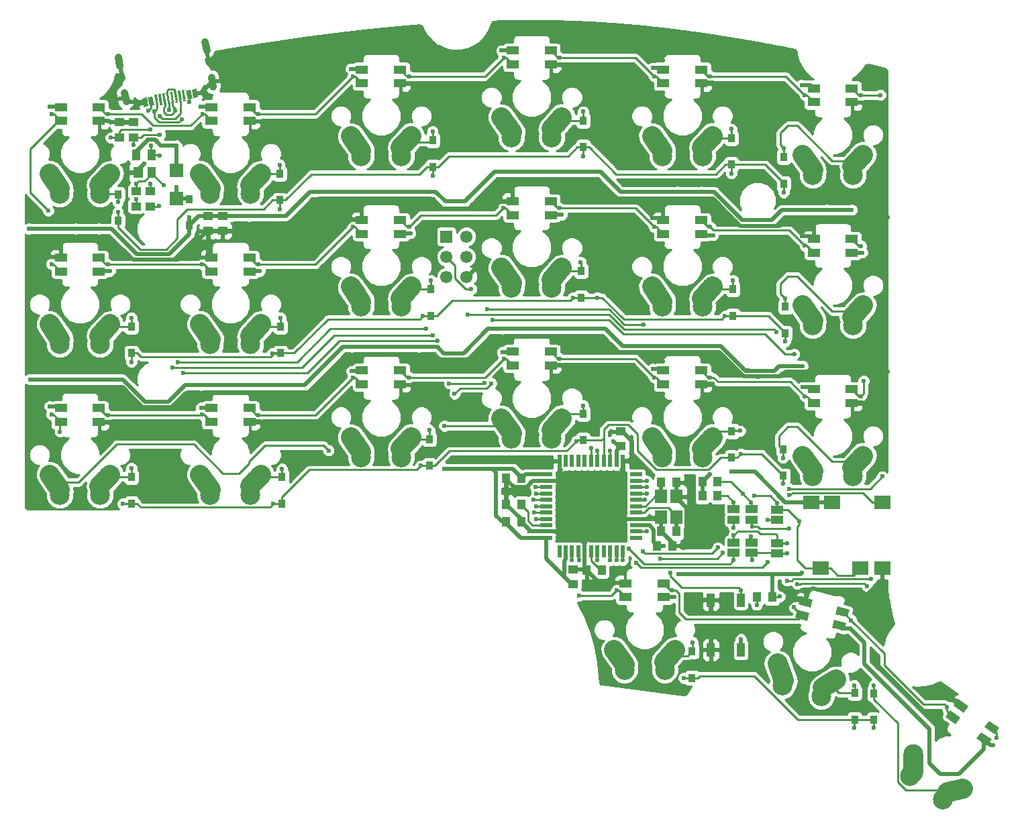
<source format=gtl>
G04 #@! TF.GenerationSoftware,KiCad,Pcbnew,(5.0.0)*
G04 #@! TF.CreationDate,2019-01-14T15:32:29+09:00*
G04 #@! TF.ProjectId,kp21,6B7032312E6B696361645F7063620000,rev?*
G04 #@! TF.SameCoordinates,Original*
G04 #@! TF.FileFunction,Copper,L1,Top,Signal*
G04 #@! TF.FilePolarity,Positive*
%FSLAX46Y46*%
G04 Gerber Fmt 4.6, Leading zero omitted, Abs format (unit mm)*
G04 Created by KiCad (PCBNEW (5.0.0)) date 01/14/19 15:32:29*
%MOMM*%
%LPD*%
G01*
G04 APERTURE LIST*
G04 #@! TA.AperFunction,ComponentPad*
%ADD10C,2.500000*%
G04 #@! TD*
G04 #@! TA.AperFunction,Conductor*
%ADD11C,2.500000*%
G04 #@! TD*
G04 #@! TA.AperFunction,ComponentPad*
%ADD12O,2.500000X4.800000*%
G04 #@! TD*
G04 #@! TA.AperFunction,SMDPad,CuDef*
%ADD13R,0.300000X0.200000*%
G04 #@! TD*
G04 #@! TA.AperFunction,ComponentPad*
%ADD14C,0.900000*%
G04 #@! TD*
G04 #@! TA.AperFunction,Conductor*
%ADD15C,0.900000*%
G04 #@! TD*
G04 #@! TA.AperFunction,SMDPad,CuDef*
%ADD16C,0.600000*%
G04 #@! TD*
G04 #@! TA.AperFunction,Conductor*
%ADD17C,0.100000*%
G04 #@! TD*
G04 #@! TA.AperFunction,SMDPad,CuDef*
%ADD18C,0.300000*%
G04 #@! TD*
G04 #@! TA.AperFunction,ComponentPad*
%ADD19C,1.550000*%
G04 #@! TD*
G04 #@! TA.AperFunction,ComponentPad*
%ADD20R,1.550000X1.550000*%
G04 #@! TD*
G04 #@! TA.AperFunction,SMDPad,CuDef*
%ADD21R,1.000000X1.700000*%
G04 #@! TD*
G04 #@! TA.AperFunction,SMDPad,CuDef*
%ADD22R,1.000000X1.300000*%
G04 #@! TD*
G04 #@! TA.AperFunction,SMDPad,CuDef*
%ADD23R,1.300000X1.000000*%
G04 #@! TD*
G04 #@! TA.AperFunction,SMDPad,CuDef*
%ADD24R,1.800000X1.800000*%
G04 #@! TD*
G04 #@! TA.AperFunction,SMDPad,CuDef*
%ADD25R,1.000000X1.400000*%
G04 #@! TD*
G04 #@! TA.AperFunction,SMDPad,CuDef*
%ADD26R,1.200000X1.400000*%
G04 #@! TD*
G04 #@! TA.AperFunction,SMDPad,CuDef*
%ADD27R,1.500000X1.000000*%
G04 #@! TD*
G04 #@! TA.AperFunction,SMDPad,CuDef*
%ADD28R,1.600000X1.000000*%
G04 #@! TD*
G04 #@! TA.AperFunction,SMDPad,CuDef*
%ADD29C,1.000000*%
G04 #@! TD*
G04 #@! TA.AperFunction,SMDPad,CuDef*
%ADD30R,0.950000X1.100000*%
G04 #@! TD*
G04 #@! TA.AperFunction,SMDPad,CuDef*
%ADD31R,2.000000X1.750000*%
G04 #@! TD*
G04 #@! TA.AperFunction,SMDPad,CuDef*
%ADD32R,0.550000X1.500000*%
G04 #@! TD*
G04 #@! TA.AperFunction,SMDPad,CuDef*
%ADD33R,1.500000X0.550000*%
G04 #@! TD*
G04 #@! TA.AperFunction,SMDPad,CuDef*
%ADD34R,1.500000X1.800000*%
G04 #@! TD*
G04 #@! TA.AperFunction,ViaPad*
%ADD35C,0.600000*%
G04 #@! TD*
G04 #@! TA.AperFunction,Conductor*
%ADD36C,0.500000*%
G04 #@! TD*
G04 #@! TA.AperFunction,Conductor*
%ADD37C,0.250000*%
G04 #@! TD*
G04 #@! TA.AperFunction,Conductor*
%ADD38C,0.254000*%
G04 #@! TD*
G04 APERTURE END LIST*
D10*
G04 #@! TO.P,SW17,2*
G04 #@! TO.N,Net-(D18-Pad2)*
X188660000Y-89020000D03*
D11*
G04 #@! TD*
G04 #@! TO.N,Net-(D18-Pad2)*
G04 #@! TO.C,SW17*
X187990869Y-89763145D02*
X189329131Y-88276855D01*
D10*
G04 #@! TO.P,SW17,1*
G04 #@! TO.N,col4*
X182340000Y-89230000D03*
D11*
G04 #@! TD*
G04 #@! TO.N,col4*
G04 #@! TO.C,SW17*
X182999613Y-90172025D02*
X181680387Y-88287975D01*
D10*
G04 #@! TO.P,SW17,1*
G04 #@! TO.N,col4*
X182960000Y-90830000D03*
G04 #@! TO.P,SW17,2*
G04 #@! TO.N,Net-(D18-Pad2)*
X188040000Y-90830000D03*
G04 #@! TD*
G04 #@! TO.P,SW18,2*
G04 #@! TO.N,Net-(D19-Pad2)*
X204091063Y-119383932D03*
D11*
G04 #@! TD*
G04 #@! TO.N,Net-(D19-Pad2)*
G04 #@! TO.C,SW18*
X203252392Y-119928571D02*
X204929734Y-118839293D01*
D10*
G04 #@! TO.P,SW18,1*
G04 #@! TO.N,col4*
X197932060Y-117951040D03*
D11*
G04 #@! TD*
G04 #@! TO.N,col4*
G04 #@! TO.C,SW18*
X198325383Y-119031687D02*
X197538737Y-116870393D01*
D10*
G04 #@! TO.P,SW18,1*
G04 #@! TO.N,col4*
X198116824Y-119656989D03*
G04 #@! TO.P,SW18,2*
G04 #@! TO.N,Net-(D19-Pad2)*
X203023727Y-120971790D03*
G04 #@! TD*
G04 #@! TO.P,SW2,2*
G04 #@! TO.N,Net-(D3-Pad2)*
X112660000Y-55770000D03*
D11*
G04 #@! TD*
G04 #@! TO.N,Net-(D3-Pad2)*
G04 #@! TO.C,SW2*
X111990869Y-56513145D02*
X113329131Y-55026855D01*
D10*
G04 #@! TO.P,SW2,1*
G04 #@! TO.N,col0*
X106340000Y-55980000D03*
D11*
G04 #@! TD*
G04 #@! TO.N,col0*
G04 #@! TO.C,SW2*
X106999613Y-56922025D02*
X105680387Y-55037975D01*
D10*
G04 #@! TO.P,SW2,1*
G04 #@! TO.N,col0*
X106960000Y-57580000D03*
G04 #@! TO.P,SW2,2*
G04 #@! TO.N,Net-(D3-Pad2)*
X112040000Y-57580000D03*
G04 #@! TD*
G04 #@! TO.P,SW3,2*
G04 #@! TO.N,Net-(D4-Pad2)*
X112660000Y-74770000D03*
D11*
G04 #@! TD*
G04 #@! TO.N,Net-(D4-Pad2)*
G04 #@! TO.C,SW3*
X111990869Y-75513145D02*
X113329131Y-74026855D01*
D10*
G04 #@! TO.P,SW3,1*
G04 #@! TO.N,col0*
X106340000Y-74980000D03*
D11*
G04 #@! TD*
G04 #@! TO.N,col0*
G04 #@! TO.C,SW3*
X106999613Y-75922025D02*
X105680387Y-74037975D01*
D10*
G04 #@! TO.P,SW3,1*
G04 #@! TO.N,col0*
X106960000Y-76580000D03*
G04 #@! TO.P,SW3,2*
G04 #@! TO.N,Net-(D4-Pad2)*
X112040000Y-76580000D03*
G04 #@! TD*
G04 #@! TO.P,SW4,2*
G04 #@! TO.N,Net-(D5-Pad2)*
X112660000Y-93770000D03*
D11*
G04 #@! TD*
G04 #@! TO.N,Net-(D5-Pad2)*
G04 #@! TO.C,SW4*
X111990869Y-94513145D02*
X113329131Y-93026855D01*
D10*
G04 #@! TO.P,SW4,1*
G04 #@! TO.N,col0*
X106340000Y-93980000D03*
D11*
G04 #@! TD*
G04 #@! TO.N,col0*
G04 #@! TO.C,SW4*
X106999613Y-94922025D02*
X105680387Y-93037975D01*
D10*
G04 #@! TO.P,SW4,1*
G04 #@! TO.N,col0*
X106960000Y-95580000D03*
G04 #@! TO.P,SW4,2*
G04 #@! TO.N,Net-(D5-Pad2)*
X112040000Y-95580000D03*
G04 #@! TD*
G04 #@! TO.P,SW5,2*
G04 #@! TO.N,Net-(D6-Pad2)*
X131660000Y-55770000D03*
D11*
G04 #@! TD*
G04 #@! TO.N,Net-(D6-Pad2)*
G04 #@! TO.C,SW5*
X130990869Y-56513145D02*
X132329131Y-55026855D01*
D10*
G04 #@! TO.P,SW5,1*
G04 #@! TO.N,col1*
X125340000Y-55980000D03*
D11*
G04 #@! TD*
G04 #@! TO.N,col1*
G04 #@! TO.C,SW5*
X125999613Y-56922025D02*
X124680387Y-55037975D01*
D10*
G04 #@! TO.P,SW5,1*
G04 #@! TO.N,col1*
X125960000Y-57580000D03*
G04 #@! TO.P,SW5,2*
G04 #@! TO.N,Net-(D6-Pad2)*
X131040000Y-57580000D03*
G04 #@! TD*
G04 #@! TO.P,SW6,2*
G04 #@! TO.N,Net-(D7-Pad2)*
X131660000Y-74770000D03*
D11*
G04 #@! TD*
G04 #@! TO.N,Net-(D7-Pad2)*
G04 #@! TO.C,SW6*
X130990869Y-75513145D02*
X132329131Y-74026855D01*
D10*
G04 #@! TO.P,SW6,1*
G04 #@! TO.N,col1*
X125340000Y-74980000D03*
D11*
G04 #@! TD*
G04 #@! TO.N,col1*
G04 #@! TO.C,SW6*
X125999613Y-75922025D02*
X124680387Y-74037975D01*
D10*
G04 #@! TO.P,SW6,1*
G04 #@! TO.N,col1*
X125960000Y-76580000D03*
G04 #@! TO.P,SW6,2*
G04 #@! TO.N,Net-(D7-Pad2)*
X131040000Y-76580000D03*
G04 #@! TD*
G04 #@! TO.P,SW7,2*
G04 #@! TO.N,Net-(D8-Pad2)*
X131660000Y-93770000D03*
D11*
G04 #@! TD*
G04 #@! TO.N,Net-(D8-Pad2)*
G04 #@! TO.C,SW7*
X130990869Y-94513145D02*
X132329131Y-93026855D01*
D10*
G04 #@! TO.P,SW7,1*
G04 #@! TO.N,col1*
X125340000Y-93980000D03*
D11*
G04 #@! TD*
G04 #@! TO.N,col1*
G04 #@! TO.C,SW7*
X125999613Y-94922025D02*
X124680387Y-93037975D01*
D10*
G04 #@! TO.P,SW7,1*
G04 #@! TO.N,col1*
X125960000Y-95580000D03*
G04 #@! TO.P,SW7,2*
G04 #@! TO.N,Net-(D8-Pad2)*
X131040000Y-95580000D03*
G04 #@! TD*
G04 #@! TO.P,SW8,2*
G04 #@! TO.N,Net-(D9-Pad2)*
X150660000Y-51020000D03*
D11*
G04 #@! TD*
G04 #@! TO.N,Net-(D9-Pad2)*
G04 #@! TO.C,SW8*
X149990869Y-51763145D02*
X151329131Y-50276855D01*
D10*
G04 #@! TO.P,SW8,1*
G04 #@! TO.N,col2*
X144340000Y-51230000D03*
D11*
G04 #@! TD*
G04 #@! TO.N,col2*
G04 #@! TO.C,SW8*
X144999613Y-52172025D02*
X143680387Y-50287975D01*
D10*
G04 #@! TO.P,SW8,1*
G04 #@! TO.N,col2*
X144960000Y-52830000D03*
G04 #@! TO.P,SW8,2*
G04 #@! TO.N,Net-(D9-Pad2)*
X150040000Y-52830000D03*
G04 #@! TD*
G04 #@! TO.P,SW9,2*
G04 #@! TO.N,Net-(D10-Pad2)*
X150660000Y-70020000D03*
D11*
G04 #@! TD*
G04 #@! TO.N,Net-(D10-Pad2)*
G04 #@! TO.C,SW9*
X149990869Y-70763145D02*
X151329131Y-69276855D01*
D10*
G04 #@! TO.P,SW9,1*
G04 #@! TO.N,col2*
X144340000Y-70230000D03*
D11*
G04 #@! TD*
G04 #@! TO.N,col2*
G04 #@! TO.C,SW9*
X144999613Y-71172025D02*
X143680387Y-69287975D01*
D10*
G04 #@! TO.P,SW9,1*
G04 #@! TO.N,col2*
X144960000Y-71830000D03*
G04 #@! TO.P,SW9,2*
G04 #@! TO.N,Net-(D10-Pad2)*
X150040000Y-71830000D03*
G04 #@! TD*
G04 #@! TO.P,SW10,2*
G04 #@! TO.N,Net-(D11-Pad2)*
X150660000Y-89020000D03*
D11*
G04 #@! TD*
G04 #@! TO.N,Net-(D11-Pad2)*
G04 #@! TO.C,SW10*
X149990869Y-89763145D02*
X151329131Y-88276855D01*
D10*
G04 #@! TO.P,SW10,1*
G04 #@! TO.N,col2*
X144340000Y-89230000D03*
D11*
G04 #@! TD*
G04 #@! TO.N,col2*
G04 #@! TO.C,SW10*
X144999613Y-90172025D02*
X143680387Y-88287975D01*
D10*
G04 #@! TO.P,SW10,1*
G04 #@! TO.N,col2*
X144960000Y-90830000D03*
G04 #@! TO.P,SW10,2*
G04 #@! TO.N,Net-(D11-Pad2)*
X150040000Y-90830000D03*
G04 #@! TD*
G04 #@! TO.P,SW11,2*
G04 #@! TO.N,Net-(D12-Pad2)*
X169660000Y-48645000D03*
D11*
G04 #@! TD*
G04 #@! TO.N,Net-(D12-Pad2)*
G04 #@! TO.C,SW11*
X168990869Y-49388145D02*
X170329131Y-47901855D01*
D10*
G04 #@! TO.P,SW11,1*
G04 #@! TO.N,col3*
X163340000Y-48855000D03*
D11*
G04 #@! TD*
G04 #@! TO.N,col3*
G04 #@! TO.C,SW11*
X163999613Y-49797025D02*
X162680387Y-47912975D01*
D10*
G04 #@! TO.P,SW11,1*
G04 #@! TO.N,col3*
X163960000Y-50455000D03*
G04 #@! TO.P,SW11,2*
G04 #@! TO.N,Net-(D12-Pad2)*
X169040000Y-50455000D03*
G04 #@! TD*
G04 #@! TO.P,SW12,2*
G04 #@! TO.N,Net-(D13-Pad2)*
X169660000Y-67645000D03*
D11*
G04 #@! TD*
G04 #@! TO.N,Net-(D13-Pad2)*
G04 #@! TO.C,SW12*
X168990869Y-68388145D02*
X170329131Y-66901855D01*
D10*
G04 #@! TO.P,SW12,1*
G04 #@! TO.N,col3*
X163340000Y-67855000D03*
D11*
G04 #@! TD*
G04 #@! TO.N,col3*
G04 #@! TO.C,SW12*
X163999613Y-68797025D02*
X162680387Y-66912975D01*
D10*
G04 #@! TO.P,SW12,1*
G04 #@! TO.N,col3*
X163960000Y-69455000D03*
G04 #@! TO.P,SW12,2*
G04 #@! TO.N,Net-(D13-Pad2)*
X169040000Y-69455000D03*
G04 #@! TD*
G04 #@! TO.P,SW13,2*
G04 #@! TO.N,Net-(D14-Pad2)*
X169660000Y-86645000D03*
D11*
G04 #@! TD*
G04 #@! TO.N,Net-(D14-Pad2)*
G04 #@! TO.C,SW13*
X168990869Y-87388145D02*
X170329131Y-85901855D01*
D10*
G04 #@! TO.P,SW13,1*
G04 #@! TO.N,col3*
X163340000Y-86855000D03*
D11*
G04 #@! TD*
G04 #@! TO.N,col3*
G04 #@! TO.C,SW13*
X163999613Y-87797025D02*
X162680387Y-85912975D01*
D10*
G04 #@! TO.P,SW13,1*
G04 #@! TO.N,col3*
X163960000Y-88455000D03*
G04 #@! TO.P,SW13,2*
G04 #@! TO.N,Net-(D14-Pad2)*
X169040000Y-88455000D03*
G04 #@! TD*
G04 #@! TO.P,SW14,2*
G04 #@! TO.N,Net-(D15-Pad2)*
X183910000Y-115895000D03*
D11*
G04 #@! TD*
G04 #@! TO.N,Net-(D15-Pad2)*
G04 #@! TO.C,SW14*
X183240869Y-116638145D02*
X184579131Y-115151855D01*
D10*
G04 #@! TO.P,SW14,1*
G04 #@! TO.N,col3*
X177590000Y-116105000D03*
D11*
G04 #@! TD*
G04 #@! TO.N,col3*
G04 #@! TO.C,SW14*
X178249613Y-117047025D02*
X176930387Y-115162975D01*
D10*
G04 #@! TO.P,SW14,1*
G04 #@! TO.N,col3*
X178210000Y-117705000D03*
G04 #@! TO.P,SW14,2*
G04 #@! TO.N,Net-(D15-Pad2)*
X183290000Y-117705000D03*
G04 #@! TD*
G04 #@! TO.P,SW15,2*
G04 #@! TO.N,Net-(D16-Pad2)*
X188660000Y-51020000D03*
D11*
G04 #@! TD*
G04 #@! TO.N,Net-(D16-Pad2)*
G04 #@! TO.C,SW15*
X187990869Y-51763145D02*
X189329131Y-50276855D01*
D10*
G04 #@! TO.P,SW15,1*
G04 #@! TO.N,col4*
X182340000Y-51230000D03*
D11*
G04 #@! TD*
G04 #@! TO.N,col4*
G04 #@! TO.C,SW15*
X182999613Y-52172025D02*
X181680387Y-50287975D01*
D10*
G04 #@! TO.P,SW15,1*
G04 #@! TO.N,col4*
X182960000Y-52830000D03*
G04 #@! TO.P,SW15,2*
G04 #@! TO.N,Net-(D16-Pad2)*
X188040000Y-52830000D03*
G04 #@! TD*
G04 #@! TO.P,SW16,2*
G04 #@! TO.N,Net-(D17-Pad2)*
X188660000Y-70020000D03*
D11*
G04 #@! TD*
G04 #@! TO.N,Net-(D17-Pad2)*
G04 #@! TO.C,SW16*
X187990869Y-70763145D02*
X189329131Y-69276855D01*
D10*
G04 #@! TO.P,SW16,1*
G04 #@! TO.N,col4*
X182340000Y-70230000D03*
D11*
G04 #@! TD*
G04 #@! TO.N,col4*
G04 #@! TO.C,SW16*
X182999613Y-71172025D02*
X181680387Y-69287975D01*
D10*
G04 #@! TO.P,SW16,1*
G04 #@! TO.N,col4*
X182960000Y-71830000D03*
G04 #@! TO.P,SW16,2*
G04 #@! TO.N,Net-(D17-Pad2)*
X188040000Y-71830000D03*
G04 #@! TD*
G04 #@! TO.P,SW19,2*
G04 #@! TO.N,Net-(D20-Pad2)*
X207660000Y-53395000D03*
D11*
G04 #@! TD*
G04 #@! TO.N,Net-(D20-Pad2)*
G04 #@! TO.C,SW19*
X206990869Y-54138145D02*
X208329131Y-52651855D01*
D10*
G04 #@! TO.P,SW19,1*
G04 #@! TO.N,col5*
X201340000Y-53605000D03*
D11*
G04 #@! TD*
G04 #@! TO.N,col5*
G04 #@! TO.C,SW19*
X201999613Y-54547025D02*
X200680387Y-52662975D01*
D10*
G04 #@! TO.P,SW19,1*
G04 #@! TO.N,col5*
X201960000Y-55205000D03*
G04 #@! TO.P,SW19,2*
G04 #@! TO.N,Net-(D20-Pad2)*
X207040000Y-55205000D03*
G04 #@! TD*
G04 #@! TO.P,SW20,2*
G04 #@! TO.N,Net-(D21-Pad2)*
X207660000Y-72395000D03*
D11*
G04 #@! TD*
G04 #@! TO.N,Net-(D21-Pad2)*
G04 #@! TO.C,SW20*
X206990869Y-73138145D02*
X208329131Y-71651855D01*
D10*
G04 #@! TO.P,SW20,1*
G04 #@! TO.N,col5*
X201340000Y-72605000D03*
D11*
G04 #@! TD*
G04 #@! TO.N,col5*
G04 #@! TO.C,SW20*
X201999613Y-73547025D02*
X200680387Y-71662975D01*
D10*
G04 #@! TO.P,SW20,1*
G04 #@! TO.N,col5*
X201960000Y-74205000D03*
G04 #@! TO.P,SW20,2*
G04 #@! TO.N,Net-(D21-Pad2)*
X207040000Y-74205000D03*
G04 #@! TD*
G04 #@! TO.P,SW21,2*
G04 #@! TO.N,Net-(D22-Pad2)*
X207660000Y-91395000D03*
D11*
G04 #@! TD*
G04 #@! TO.N,Net-(D22-Pad2)*
G04 #@! TO.C,SW21*
X206990869Y-92138145D02*
X208329131Y-90651855D01*
D10*
G04 #@! TO.P,SW21,1*
G04 #@! TO.N,col5*
X201340000Y-91605000D03*
D11*
G04 #@! TD*
G04 #@! TO.N,col5*
G04 #@! TO.C,SW21*
X201999613Y-92547025D02*
X200680387Y-90662975D01*
D10*
G04 #@! TO.P,SW21,1*
G04 #@! TO.N,col5*
X201960000Y-93205000D03*
G04 #@! TO.P,SW21,2*
G04 #@! TO.N,Net-(D22-Pad2)*
X207040000Y-93205000D03*
G04 #@! TD*
G04 #@! TO.P,SW22,2*
G04 #@! TO.N,Net-(D23-Pad2)*
X219965343Y-132886907D03*
D11*
G04 #@! TD*
G04 #@! TO.N,Net-(D23-Pad2)*
G04 #@! TO.C,SW22*
X218990973Y-133111858D02*
X220939713Y-132661956D01*
D12*
G04 #@! TO.P,SW22,1*
G04 #@! TO.N,col5*
X214667851Y-129433926D03*
D10*
X214258003Y-131100186D03*
G04 #@! TO.P,SW22,2*
G04 #@! TO.N,Net-(D23-Pad2)*
X218419295Y-134013955D03*
G04 #@! TD*
D13*
G04 #@! TO.P,P1,10*
G04 #@! TO.N,Net-(P1-Pad10)*
X119064125Y-45165037D03*
G04 #@! TO.P,P1,5*
G04 #@! TO.N,Net-(D1-Pad3)*
X121526144Y-44730917D03*
G04 #@! TO.P,P1,7*
X120541337Y-44904565D03*
G04 #@! TO.P,P1,4*
G04 #@! TO.N,Net-(P1-Pad4)*
X122018548Y-44644093D03*
G04 #@! TO.P,P1,3*
G04 #@! TO.N,Net-(P1-Pad3)*
X122510952Y-44557269D03*
G04 #@! TO.P,P1,8*
G04 #@! TO.N,Net-(D1-Pad2)*
X120048933Y-44991389D03*
G04 #@! TO.P,P1,9*
G04 #@! TO.N,Net-(P1-Pad9)*
X119556529Y-45078213D03*
G04 #@! TO.P,P1,6*
G04 #@! TO.N,Net-(D1-Pad2)*
X121033740Y-44817741D03*
G04 #@! TO.P,P1,5*
G04 #@! TO.N,Net-(D1-Pad3)*
X121710187Y-45947440D03*
G04 #@! TO.P,P1,10*
G04 #@! TO.N,Net-(P1-Pad10)*
X119248168Y-46381560D03*
G04 #@! TO.P,P1,7*
G04 #@! TO.N,Net-(D1-Pad3)*
X120725380Y-46121088D03*
G04 #@! TO.P,P1,4*
G04 #@! TO.N,Net-(P1-Pad4)*
X122202591Y-45860616D03*
G04 #@! TO.P,P1,8*
G04 #@! TO.N,Net-(D1-Pad2)*
X120232976Y-46207912D03*
G04 #@! TO.P,P1,3*
G04 #@! TO.N,Net-(P1-Pad3)*
X122694995Y-45773792D03*
G04 #@! TO.P,P1,6*
G04 #@! TO.N,Net-(D1-Pad2)*
X121217784Y-46034264D03*
G04 #@! TO.P,P1,9*
G04 #@! TO.N,Net-(P1-Pad9)*
X119740572Y-46294736D03*
D14*
G04 #@! TO.P,P1,13*
G04 #@! TO.N,GND*
X125387597Y-38901824D03*
D15*
G04 #@! TD*
G04 #@! TO.N,GND*
G04 #@! TO.C,P1*
X125487445Y-39468088D02*
X125287749Y-38335560D01*
D14*
G04 #@! TO.P,P1,13*
G04 #@! TO.N,GND*
X114406991Y-40838003D03*
D15*
G04 #@! TD*
G04 #@! TO.N,GND*
G04 #@! TO.C,P1*
X114506839Y-41404267D02*
X114307143Y-40271739D01*
D14*
G04 #@! TO.P,P1,13*
G04 #@! TO.N,GND*
X115205773Y-45368118D03*
D15*
G04 #@! TD*
G04 #@! TO.N,GND*
G04 #@! TO.C,P1*
X115305621Y-45934382D02*
X115105925Y-44801854D01*
D14*
G04 #@! TO.P,P1,13*
G04 #@! TO.N,GND*
X126186379Y-43431941D03*
D15*
G04 #@! TD*
G04 #@! TO.N,GND*
G04 #@! TO.C,P1*
X126286227Y-43998205D02*
X126086531Y-42865677D01*
D16*
G04 #@! TO.P,P1,12*
G04 #@! TO.N,GND*
X117732231Y-46019296D03*
D17*
G04 #@! TD*
G04 #@! TO.N,GND*
G04 #@! TO.C,P1*
G36*
X117932167Y-45425557D02*
X118123180Y-46508846D01*
X117532295Y-46613035D01*
X117341282Y-45529746D01*
X117932167Y-45425557D01*
X117932167Y-45425557D01*
G37*
D16*
G04 #@! TO.P,P1,11*
G04 #@! TO.N,Net-(D1-Pad4)*
X118470837Y-45889060D03*
D17*
G04 #@! TD*
G04 #@! TO.N,Net-(D1-Pad4)*
G04 #@! TO.C,P1*
G36*
X118670773Y-45295321D02*
X118861786Y-46378610D01*
X118270901Y-46482799D01*
X118079888Y-45399510D01*
X118670773Y-45295321D01*
X118670773Y-45295321D01*
G37*
D18*
G04 #@! TO.P,P1,10*
G04 #@! TO.N,Net-(P1-Pad10)*
X119160202Y-45767506D03*
D17*
G04 #@! TD*
G04 #@! TO.N,Net-(P1-Pad10)*
G04 #@! TO.C,P1*
G36*
X119212417Y-45199815D02*
X119403430Y-46283103D01*
X119107987Y-46335197D01*
X118916974Y-45251909D01*
X119212417Y-45199815D01*
X119212417Y-45199815D01*
G37*
D18*
G04 #@! TO.P,P1,9*
G04 #@! TO.N,Net-(P1-Pad9)*
X119652606Y-45680682D03*
D17*
G04 #@! TD*
G04 #@! TO.N,Net-(P1-Pad9)*
G04 #@! TO.C,P1*
G36*
X119704821Y-45112991D02*
X119895834Y-46196279D01*
X119600391Y-46248373D01*
X119409378Y-45165085D01*
X119704821Y-45112991D01*
X119704821Y-45112991D01*
G37*
D18*
G04 #@! TO.P,P1,8*
G04 #@! TO.N,Net-(D1-Pad2)*
X120145010Y-45593858D03*
D17*
G04 #@! TD*
G04 #@! TO.N,Net-(D1-Pad2)*
G04 #@! TO.C,P1*
G36*
X120197225Y-45026167D02*
X120388238Y-46109455D01*
X120092795Y-46161549D01*
X119901782Y-45078261D01*
X120197225Y-45026167D01*
X120197225Y-45026167D01*
G37*
D18*
G04 #@! TO.P,P1,7*
G04 #@! TO.N,Net-(D1-Pad3)*
X120637414Y-45507034D03*
D17*
G04 #@! TD*
G04 #@! TO.N,Net-(D1-Pad3)*
G04 #@! TO.C,P1*
G36*
X120689629Y-44939343D02*
X120880642Y-46022631D01*
X120585199Y-46074725D01*
X120394186Y-44991437D01*
X120689629Y-44939343D01*
X120689629Y-44939343D01*
G37*
D18*
G04 #@! TO.P,P1,6*
G04 #@! TO.N,Net-(D1-Pad2)*
X121129818Y-45420210D03*
D17*
G04 #@! TD*
G04 #@! TO.N,Net-(D1-Pad2)*
G04 #@! TO.C,P1*
G36*
X121182033Y-44852519D02*
X121373046Y-45935807D01*
X121077603Y-45987901D01*
X120886590Y-44904613D01*
X121182033Y-44852519D01*
X121182033Y-44852519D01*
G37*
D18*
G04 #@! TO.P,P1,5*
G04 #@! TO.N,Net-(D1-Pad3)*
X121622222Y-45333386D03*
D17*
G04 #@! TD*
G04 #@! TO.N,Net-(D1-Pad3)*
G04 #@! TO.C,P1*
G36*
X121674437Y-44765695D02*
X121865450Y-45848983D01*
X121570007Y-45901077D01*
X121378994Y-44817789D01*
X121674437Y-44765695D01*
X121674437Y-44765695D01*
G37*
D18*
G04 #@! TO.P,P1,4*
G04 #@! TO.N,Net-(P1-Pad4)*
X122114626Y-45246562D03*
D17*
G04 #@! TD*
G04 #@! TO.N,Net-(P1-Pad4)*
G04 #@! TO.C,P1*
G36*
X122166841Y-44678871D02*
X122357854Y-45762159D01*
X122062411Y-45814253D01*
X121871398Y-44730965D01*
X122166841Y-44678871D01*
X122166841Y-44678871D01*
G37*
D18*
G04 #@! TO.P,P1,3*
G04 #@! TO.N,Net-(P1-Pad3)*
X122607029Y-45159738D03*
D17*
G04 #@! TD*
G04 #@! TO.N,Net-(P1-Pad3)*
G04 #@! TO.C,P1*
G36*
X122659244Y-44592047D02*
X122850257Y-45675335D01*
X122554814Y-45727429D01*
X122363801Y-44644141D01*
X122659244Y-44592047D01*
X122659244Y-44592047D01*
G37*
D16*
G04 #@! TO.P,P1,2*
G04 #@! TO.N,Net-(D1-Pad4)*
X123296395Y-45038184D03*
D17*
G04 #@! TD*
G04 #@! TO.N,Net-(D1-Pad4)*
G04 #@! TO.C,P1*
G36*
X123496331Y-44444445D02*
X123687344Y-45527734D01*
X123096459Y-45631923D01*
X122905446Y-44548634D01*
X123496331Y-44444445D01*
X123496331Y-44444445D01*
G37*
D16*
G04 #@! TO.P,P1,1*
G04 #@! TO.N,GND*
X124035001Y-44907948D03*
D17*
G04 #@! TD*
G04 #@! TO.N,GND*
G04 #@! TO.C,P1*
G36*
X124234937Y-44314209D02*
X124425950Y-45397498D01*
X123835065Y-45501687D01*
X123644052Y-44418398D01*
X124234937Y-44314209D01*
X124234937Y-44314209D01*
G37*
D19*
G04 #@! TO.P,J1,6*
G04 #@! TO.N,GND*
X158270000Y-68040000D03*
G04 #@! TO.P,J1,4*
G04 #@! TO.N,MOSI*
X158270000Y-65500000D03*
G04 #@! TO.P,J1,5*
G04 #@! TO.N,/RESET*
X155730000Y-68040000D03*
G04 #@! TO.P,J1,3*
G04 #@! TO.N,SCK*
X155730000Y-65500000D03*
G04 #@! TO.P,J1,2*
G04 #@! TO.N,VCC*
X158270000Y-62960000D03*
D20*
G04 #@! TO.P,J1,1*
G04 #@! TO.N,MISO*
X155730000Y-62960000D03*
G04 #@! TD*
D21*
G04 #@! TO.P,SW1,2*
G04 #@! TO.N,/RESET*
X192900000Y-115150000D03*
X192900000Y-108850000D03*
G04 #@! TO.P,SW1,1*
G04 #@! TO.N,GND*
X189100000Y-108850000D03*
X189100000Y-115150000D03*
G04 #@! TD*
D22*
G04 #@! TO.P,R6,2*
G04 #@! TO.N,/SCL*
X189950000Y-93900000D03*
G04 #@! TO.P,R6,1*
G04 #@! TO.N,VCC*
X188050000Y-93900000D03*
G04 #@! TD*
G04 #@! TO.P,R7,2*
G04 #@! TO.N,/SDA*
X189950000Y-95700000D03*
G04 #@! TO.P,R7,1*
G04 #@! TO.N,VCC*
X188050000Y-95700000D03*
G04 #@! TD*
D23*
G04 #@! TO.P,C1,2*
G04 #@! TO.N,GND*
X171700000Y-104950000D03*
G04 #@! TO.P,C1,1*
G04 #@! TO.N,VCC*
X171700000Y-106850000D03*
G04 #@! TD*
D22*
G04 #@! TO.P,C2,2*
G04 #@! TO.N,GND*
X184250000Y-102000000D03*
G04 #@! TO.P,C2,1*
G04 #@! TO.N,VCC*
X182350000Y-102000000D03*
G04 #@! TD*
D23*
G04 #@! TO.P,C3,2*
G04 #@! TO.N,GND*
X177750000Y-87550000D03*
G04 #@! TO.P,C3,1*
G04 #@! TO.N,VCC*
X177750000Y-89450000D03*
G04 #@! TD*
D22*
G04 #@! TO.P,C4,2*
G04 #@! TO.N,GND*
X163300000Y-93500000D03*
G04 #@! TO.P,C4,1*
G04 #@! TO.N,VCC*
X165200000Y-93500000D03*
G04 #@! TD*
G04 #@! TO.P,C5,2*
G04 #@! TO.N,GND*
X165200000Y-99000000D03*
G04 #@! TO.P,C5,1*
G04 #@! TO.N,VCC*
X163300000Y-99000000D03*
G04 #@! TD*
G04 #@! TO.P,C6,2*
G04 #@! TO.N,GND*
X184750000Y-94000000D03*
G04 #@! TO.P,C6,1*
G04 #@! TO.N,Net-(C6-Pad1)*
X182850000Y-94000000D03*
G04 #@! TD*
G04 #@! TO.P,C7,2*
G04 #@! TO.N,GND*
X182850000Y-100200000D03*
G04 #@! TO.P,C7,1*
G04 #@! TO.N,Net-(C7-Pad1)*
X184750000Y-100200000D03*
G04 #@! TD*
G04 #@! TO.P,C8,2*
G04 #@! TO.N,GND*
X163300000Y-96750000D03*
G04 #@! TO.P,C8,1*
G04 #@! TO.N,Net-(C8-Pad1)*
X165200000Y-96750000D03*
G04 #@! TD*
G04 #@! TO.P,C9,2*
G04 #@! TO.N,GND*
X173450000Y-105100000D03*
G04 #@! TO.P,C9,1*
G04 #@! TO.N,Net-(C9-Pad1)*
X175350000Y-105100000D03*
G04 #@! TD*
D23*
G04 #@! TO.P,C10,1*
G04 #@! TO.N,VCC*
X125700000Y-60350000D03*
G04 #@! TO.P,C10,2*
G04 #@! TO.N,GND*
X125700000Y-62250000D03*
G04 #@! TD*
G04 #@! TO.P,C11,1*
G04 #@! TO.N,VCC*
X127500000Y-60350000D03*
G04 #@! TO.P,C11,2*
G04 #@! TO.N,GND*
X127500000Y-62250000D03*
G04 #@! TD*
G04 #@! TO.P,R1,1*
G04 #@! TO.N,Net-(P1-Pad4)*
X116300000Y-50450000D03*
G04 #@! TO.P,R1,2*
G04 #@! TO.N,GND*
X116300000Y-48550000D03*
G04 #@! TD*
G04 #@! TO.P,R2,1*
G04 #@! TO.N,Net-(P1-Pad10)*
X114500000Y-50450000D03*
G04 #@! TO.P,R2,2*
G04 #@! TO.N,GND*
X114500000Y-48550000D03*
G04 #@! TD*
D22*
G04 #@! TO.P,R3,1*
G04 #@! TO.N,VCC*
X196850000Y-108500000D03*
G04 #@! TO.P,R3,2*
G04 #@! TO.N,/RESET*
X194950000Y-108500000D03*
G04 #@! TD*
D23*
G04 #@! TO.P,R4,1*
G04 #@! TO.N,Net-(D1-Pad3)*
X118400000Y-57250000D03*
G04 #@! TO.P,R4,2*
G04 #@! TO.N,D-*
X118400000Y-59150000D03*
G04 #@! TD*
G04 #@! TO.P,R5,1*
G04 #@! TO.N,Net-(D1-Pad2)*
X116600000Y-57250000D03*
G04 #@! TO.P,R5,2*
G04 #@! TO.N,D+*
X116600000Y-59150000D03*
G04 #@! TD*
D24*
G04 #@! TO.P,F1,2*
G04 #@! TO.N,Net-(D1-Pad4)*
X121680000Y-54600000D03*
G04 #@! TO.P,F1,1*
G04 #@! TO.N,/VBUS*
X121680000Y-58200000D03*
G04 #@! TD*
D25*
G04 #@! TO.P,D1,4*
G04 #@! TO.N,Net-(D1-Pad4)*
X116640000Y-52700000D03*
G04 #@! TO.P,D1,3*
G04 #@! TO.N,Net-(D1-Pad3)*
X118560000Y-52700000D03*
G04 #@! TO.P,D1,2*
G04 #@! TO.N,Net-(D1-Pad2)*
X118560000Y-54900000D03*
D26*
G04 #@! TO.P,D1,1*
G04 #@! TO.N,GND*
X116840000Y-54900000D03*
G04 #@! TD*
D27*
G04 #@! TO.P,JP1,2*
G04 #@! TO.N,Net-(J2-Pad4)*
X194250000Y-98700000D03*
G04 #@! TO.P,JP1,1*
G04 #@! TO.N,/SCL*
X194250000Y-97400000D03*
G04 #@! TD*
G04 #@! TO.P,JP2,2*
G04 #@! TO.N,Net-(J2-Pad3)*
X192000000Y-98700000D03*
G04 #@! TO.P,JP2,1*
G04 #@! TO.N,/SDA*
X192000000Y-97400000D03*
G04 #@! TD*
G04 #@! TO.P,JP3,2*
G04 #@! TO.N,Net-(J2-Pad3)*
X197500000Y-97450000D03*
G04 #@! TO.P,JP3,1*
G04 #@! TO.N,data*
X197500000Y-98750000D03*
G04 #@! TD*
G04 #@! TO.P,JP4,2*
G04 #@! TO.N,Net-(J2-Pad4)*
X197500000Y-102950000D03*
G04 #@! TO.P,JP4,1*
G04 #@! TO.N,/LED_IN*
X197500000Y-101650000D03*
G04 #@! TD*
G04 #@! TO.P,JP5,2*
G04 #@! TO.N,Net-(J2-Pad4)*
X194250000Y-102900000D03*
G04 #@! TO.P,JP5,1*
G04 #@! TO.N,EXTRA*
X194250000Y-101600000D03*
G04 #@! TD*
G04 #@! TO.P,JP6,2*
G04 #@! TO.N,/LED_IN*
X192000000Y-101600000D03*
G04 #@! TO.P,JP6,1*
G04 #@! TO.N,LED*
X192000000Y-102900000D03*
G04 #@! TD*
D28*
G04 #@! TO.P,U2,4*
G04 #@! TO.N,VCC*
X107100000Y-46625000D03*
G04 #@! TO.P,U2,3*
G04 #@! TO.N,Net-(U2-Pad3)*
X107100000Y-48375000D03*
G04 #@! TO.P,U2,1*
G04 #@! TO.N,Net-(U2-Pad1)*
X111900000Y-46625000D03*
G04 #@! TO.P,U2,2*
G04 #@! TO.N,GND*
X111900000Y-48375000D03*
G04 #@! TD*
G04 #@! TO.P,U3,4*
G04 #@! TO.N,VCC*
X111900000Y-67375000D03*
G04 #@! TO.P,U3,3*
G04 #@! TO.N,Net-(U3-Pad3)*
X111900000Y-65625000D03*
G04 #@! TO.P,U3,1*
G04 #@! TO.N,Net-(U2-Pad3)*
X107100000Y-67375000D03*
G04 #@! TO.P,U3,2*
G04 #@! TO.N,GND*
X107100000Y-65625000D03*
G04 #@! TD*
G04 #@! TO.P,U4,4*
G04 #@! TO.N,VCC*
X107100000Y-84625000D03*
G04 #@! TO.P,U4,3*
G04 #@! TO.N,Net-(U14-Pad1)*
X107100000Y-86375000D03*
G04 #@! TO.P,U4,1*
G04 #@! TO.N,Net-(U4-Pad1)*
X111900000Y-84625000D03*
G04 #@! TO.P,U4,2*
G04 #@! TO.N,GND*
X111900000Y-86375000D03*
G04 #@! TD*
G04 #@! TO.P,U5,4*
G04 #@! TO.N,VCC*
X126100000Y-46625000D03*
G04 #@! TO.P,U5,3*
G04 #@! TO.N,Net-(U2-Pad1)*
X126100000Y-48375000D03*
G04 #@! TO.P,U5,1*
G04 #@! TO.N,Net-(U5-Pad1)*
X130900000Y-46625000D03*
G04 #@! TO.P,U5,2*
G04 #@! TO.N,GND*
X130900000Y-48375000D03*
G04 #@! TD*
G04 #@! TO.P,U6,4*
G04 #@! TO.N,VCC*
X130900000Y-67375000D03*
G04 #@! TO.P,U6,3*
G04 #@! TO.N,Net-(U6-Pad3)*
X130900000Y-65625000D03*
G04 #@! TO.P,U6,1*
G04 #@! TO.N,Net-(U3-Pad3)*
X126100000Y-67375000D03*
G04 #@! TO.P,U6,2*
G04 #@! TO.N,GND*
X126100000Y-65625000D03*
G04 #@! TD*
G04 #@! TO.P,U7,4*
G04 #@! TO.N,VCC*
X126100000Y-84625000D03*
G04 #@! TO.P,U7,3*
G04 #@! TO.N,Net-(U4-Pad1)*
X126100000Y-86375000D03*
G04 #@! TO.P,U7,1*
G04 #@! TO.N,Net-(U10-Pad3)*
X130900000Y-84625000D03*
G04 #@! TO.P,U7,2*
G04 #@! TO.N,GND*
X130900000Y-86375000D03*
G04 #@! TD*
G04 #@! TO.P,U8,4*
G04 #@! TO.N,VCC*
X145100000Y-41875000D03*
G04 #@! TO.P,U8,3*
G04 #@! TO.N,Net-(U5-Pad1)*
X145100000Y-43625000D03*
G04 #@! TO.P,U8,1*
G04 #@! TO.N,Net-(U11-Pad3)*
X149900000Y-41875000D03*
G04 #@! TO.P,U8,2*
G04 #@! TO.N,GND*
X149900000Y-43625000D03*
G04 #@! TD*
G04 #@! TO.P,U9,4*
G04 #@! TO.N,VCC*
X149900000Y-62625000D03*
G04 #@! TO.P,U9,3*
G04 #@! TO.N,Net-(U12-Pad1)*
X149900000Y-60875000D03*
G04 #@! TO.P,U9,1*
G04 #@! TO.N,Net-(U6-Pad3)*
X145100000Y-62625000D03*
G04 #@! TO.P,U9,2*
G04 #@! TO.N,GND*
X145100000Y-60875000D03*
G04 #@! TD*
G04 #@! TO.P,U10,4*
G04 #@! TO.N,VCC*
X145100000Y-79875000D03*
G04 #@! TO.P,U10,3*
G04 #@! TO.N,Net-(U10-Pad3)*
X145100000Y-81625000D03*
G04 #@! TO.P,U10,1*
G04 #@! TO.N,Net-(U10-Pad1)*
X149900000Y-79875000D03*
G04 #@! TO.P,U10,2*
G04 #@! TO.N,GND*
X149900000Y-81625000D03*
G04 #@! TD*
G04 #@! TO.P,U11,4*
G04 #@! TO.N,VCC*
X164100000Y-39500000D03*
G04 #@! TO.P,U11,3*
G04 #@! TO.N,Net-(U11-Pad3)*
X164100000Y-41250000D03*
G04 #@! TO.P,U11,1*
G04 #@! TO.N,Net-(U11-Pad1)*
X168900000Y-39500000D03*
G04 #@! TO.P,U11,2*
G04 #@! TO.N,GND*
X168900000Y-41250000D03*
G04 #@! TD*
G04 #@! TO.P,U12,4*
G04 #@! TO.N,VCC*
X168900000Y-60250000D03*
G04 #@! TO.P,U12,3*
G04 #@! TO.N,Net-(U12-Pad3)*
X168900000Y-58500000D03*
G04 #@! TO.P,U12,1*
G04 #@! TO.N,Net-(U12-Pad1)*
X164100000Y-60250000D03*
G04 #@! TO.P,U12,2*
G04 #@! TO.N,GND*
X164100000Y-58500000D03*
G04 #@! TD*
G04 #@! TO.P,U13,4*
G04 #@! TO.N,VCC*
X164100000Y-77500000D03*
G04 #@! TO.P,U13,3*
G04 #@! TO.N,Net-(U10-Pad1)*
X164100000Y-79250000D03*
G04 #@! TO.P,U13,1*
G04 #@! TO.N,Net-(U13-Pad1)*
X168900000Y-77500000D03*
G04 #@! TO.P,U13,2*
G04 #@! TO.N,GND*
X168900000Y-79250000D03*
G04 #@! TD*
G04 #@! TO.P,U14,4*
G04 #@! TO.N,VCC*
X183150000Y-108500000D03*
G04 #@! TO.P,U14,3*
G04 #@! TO.N,Net-(U14-Pad3)*
X183150000Y-106750000D03*
G04 #@! TO.P,U14,1*
G04 #@! TO.N,Net-(U14-Pad1)*
X178350000Y-108500000D03*
G04 #@! TO.P,U14,2*
G04 #@! TO.N,GND*
X178350000Y-106750000D03*
G04 #@! TD*
G04 #@! TO.P,U15,4*
G04 #@! TO.N,VCC*
X183100000Y-41875000D03*
G04 #@! TO.P,U15,3*
G04 #@! TO.N,Net-(U11-Pad1)*
X183100000Y-43625000D03*
G04 #@! TO.P,U15,1*
G04 #@! TO.N,Net-(U15-Pad1)*
X187900000Y-41875000D03*
G04 #@! TO.P,U15,2*
G04 #@! TO.N,GND*
X187900000Y-43625000D03*
G04 #@! TD*
G04 #@! TO.P,U16,4*
G04 #@! TO.N,VCC*
X187900000Y-62625000D03*
G04 #@! TO.P,U16,3*
G04 #@! TO.N,Net-(U16-Pad3)*
X187900000Y-60875000D03*
G04 #@! TO.P,U16,1*
G04 #@! TO.N,Net-(U12-Pad3)*
X183100000Y-62625000D03*
G04 #@! TO.P,U16,2*
G04 #@! TO.N,GND*
X183100000Y-60875000D03*
G04 #@! TD*
G04 #@! TO.P,U17,4*
G04 #@! TO.N,VCC*
X183100000Y-79875000D03*
G04 #@! TO.P,U17,3*
G04 #@! TO.N,Net-(U13-Pad1)*
X183100000Y-81625000D03*
G04 #@! TO.P,U17,1*
G04 #@! TO.N,Net-(U17-Pad1)*
X187900000Y-79875000D03*
G04 #@! TO.P,U17,2*
G04 #@! TO.N,GND*
X187900000Y-81625000D03*
G04 #@! TD*
D29*
G04 #@! TO.P,U18,4*
G04 #@! TO.N,VCC*
X205270927Y-112044207D03*
D17*
G04 #@! TD*
G04 #@! TO.N,VCC*
G04 #@! TO.C,U18*
G36*
X204368777Y-112320115D02*
X204627596Y-111354189D01*
X206173077Y-111768299D01*
X205914258Y-112734225D01*
X204368777Y-112320115D01*
X204368777Y-112320115D01*
G37*
D29*
G04 #@! TO.P,U18,3*
G04 #@! TO.N,Net-(U18-Pad3)*
X205723860Y-110353837D03*
D17*
G04 #@! TD*
G04 #@! TO.N,Net-(U18-Pad3)*
G04 #@! TO.C,U18*
G36*
X204821710Y-110629745D02*
X205080529Y-109663819D01*
X206626010Y-110077929D01*
X206367191Y-111043855D01*
X204821710Y-110629745D01*
X204821710Y-110629745D01*
G37*
D29*
G04 #@! TO.P,U18,1*
G04 #@! TO.N,Net-(U14-Pad3)*
X200634483Y-110801876D03*
D17*
G04 #@! TD*
G04 #@! TO.N,Net-(U14-Pad3)*
G04 #@! TO.C,U18*
G36*
X199732333Y-111077784D02*
X199991152Y-110111858D01*
X201536633Y-110525968D01*
X201277814Y-111491894D01*
X199732333Y-111077784D01*
X199732333Y-111077784D01*
G37*
D29*
G04 #@! TO.P,U18,2*
G04 #@! TO.N,GND*
X201087416Y-109111506D03*
D17*
G04 #@! TD*
G04 #@! TO.N,GND*
G04 #@! TO.C,U18*
G36*
X200185266Y-109387414D02*
X200444085Y-108421488D01*
X201989566Y-108835598D01*
X201730747Y-109801524D01*
X200185266Y-109387414D01*
X200185266Y-109387414D01*
G37*
D28*
G04 #@! TO.P,U19,4*
G04 #@! TO.N,VCC*
X202100000Y-44250000D03*
G04 #@! TO.P,U19,3*
G04 #@! TO.N,Net-(U15-Pad1)*
X202100000Y-46000000D03*
G04 #@! TO.P,U19,1*
G04 #@! TO.N,EXTRA*
X206900000Y-44250000D03*
G04 #@! TO.P,U19,2*
G04 #@! TO.N,GND*
X206900000Y-46000000D03*
G04 #@! TD*
G04 #@! TO.P,U20,4*
G04 #@! TO.N,VCC*
X206900000Y-65000000D03*
G04 #@! TO.P,U20,3*
G04 #@! TO.N,Net-(U20-Pad3)*
X206900000Y-63250000D03*
G04 #@! TO.P,U20,1*
G04 #@! TO.N,Net-(U16-Pad3)*
X202100000Y-65000000D03*
G04 #@! TO.P,U20,2*
G04 #@! TO.N,GND*
X202100000Y-63250000D03*
G04 #@! TD*
G04 #@! TO.P,U21,4*
G04 #@! TO.N,VCC*
X202100000Y-82250000D03*
G04 #@! TO.P,U21,3*
G04 #@! TO.N,Net-(U17-Pad1)*
X202100000Y-84000000D03*
G04 #@! TO.P,U21,1*
G04 #@! TO.N,Net-(U20-Pad3)*
X206900000Y-82250000D03*
G04 #@! TO.P,U21,2*
G04 #@! TO.N,GND*
X206900000Y-84000000D03*
G04 #@! TD*
D29*
G04 #@! TO.P,U22,4*
G04 #@! TO.N,VCC*
X223584385Y-126393359D03*
D17*
G04 #@! TD*
G04 #@! TO.N,VCC*
G04 #@! TO.C,U22*
G36*
X222642275Y-126344074D02*
X223215852Y-125524922D01*
X224526495Y-126442644D01*
X223952918Y-127261796D01*
X222642275Y-126344074D01*
X222642275Y-126344074D01*
G37*
D29*
G04 #@! TO.P,U22,3*
G04 #@! TO.N,/LED_IN*
X224588144Y-124959843D03*
D17*
G04 #@! TD*
G04 #@! TO.N,/LED_IN*
G04 #@! TO.C,U22*
G36*
X223646034Y-124910558D02*
X224219611Y-124091406D01*
X225530254Y-125009128D01*
X224956677Y-125828280D01*
X223646034Y-124910558D01*
X223646034Y-124910558D01*
G37*
D29*
G04 #@! TO.P,U22,1*
G04 #@! TO.N,Net-(U18-Pad3)*
X219652456Y-123640192D03*
D17*
G04 #@! TD*
G04 #@! TO.N,Net-(U18-Pad3)*
G04 #@! TO.C,U22*
G36*
X218710346Y-123590907D02*
X219283923Y-122771755D01*
X220594566Y-123689477D01*
X220020989Y-124508629D01*
X218710346Y-123590907D01*
X218710346Y-123590907D01*
G37*
D29*
G04 #@! TO.P,U22,2*
G04 #@! TO.N,GND*
X220656214Y-122206676D03*
D17*
G04 #@! TD*
G04 #@! TO.N,GND*
G04 #@! TO.C,U22*
G36*
X219714104Y-122157391D02*
X220287681Y-121338239D01*
X221598324Y-122255961D01*
X221024747Y-123075113D01*
X219714104Y-122157391D01*
X219714104Y-122157391D01*
G37*
D30*
G04 #@! TO.P,D2,2*
G04 #@! TO.N,/VBUS*
X123300000Y-58225000D03*
G04 #@! TO.P,D2,1*
G04 #@! TO.N,VCC*
X123300000Y-61575000D03*
G04 #@! TD*
G04 #@! TO.P,D3,1*
G04 #@! TO.N,row0*
X114300000Y-60975000D03*
G04 #@! TO.P,D3,2*
G04 #@! TO.N,Net-(D3-Pad2)*
X114300000Y-57625000D03*
G04 #@! TD*
G04 #@! TO.P,D4,1*
G04 #@! TO.N,row1*
X116000000Y-77675000D03*
G04 #@! TO.P,D4,2*
G04 #@! TO.N,Net-(D4-Pad2)*
X116000000Y-74325000D03*
G04 #@! TD*
G04 #@! TO.P,D5,1*
G04 #@! TO.N,row2*
X116000000Y-96675000D03*
G04 #@! TO.P,D5,2*
G04 #@! TO.N,Net-(D5-Pad2)*
X116000000Y-93325000D03*
G04 #@! TD*
G04 #@! TO.P,D6,1*
G04 #@! TO.N,row0*
X134700000Y-58375000D03*
G04 #@! TO.P,D6,2*
G04 #@! TO.N,Net-(D6-Pad2)*
X134700000Y-55025000D03*
G04 #@! TD*
G04 #@! TO.P,D7,1*
G04 #@! TO.N,row1*
X134800000Y-77675000D03*
G04 #@! TO.P,D7,2*
G04 #@! TO.N,Net-(D7-Pad2)*
X134800000Y-74325000D03*
G04 #@! TD*
G04 #@! TO.P,D8,1*
G04 #@! TO.N,row2*
X135000000Y-96675000D03*
G04 #@! TO.P,D8,2*
G04 #@! TO.N,Net-(D8-Pad2)*
X135000000Y-93325000D03*
G04 #@! TD*
G04 #@! TO.P,D9,1*
G04 #@! TO.N,row0*
X154000000Y-54175000D03*
G04 #@! TO.P,D9,2*
G04 #@! TO.N,Net-(D9-Pad2)*
X154000000Y-50825000D03*
G04 #@! TD*
G04 #@! TO.P,D10,2*
G04 #@! TO.N,Net-(D10-Pad2)*
X153800000Y-69625000D03*
G04 #@! TO.P,D10,1*
G04 #@! TO.N,row1*
X153800000Y-72975000D03*
G04 #@! TD*
G04 #@! TO.P,D11,2*
G04 #@! TO.N,Net-(D11-Pad2)*
X153600000Y-88525000D03*
G04 #@! TO.P,D11,1*
G04 #@! TO.N,row2*
X153600000Y-91875000D03*
G04 #@! TD*
G04 #@! TO.P,D12,2*
G04 #@! TO.N,Net-(D12-Pad2)*
X173000000Y-48325000D03*
G04 #@! TO.P,D12,1*
G04 #@! TO.N,row0*
X173000000Y-51675000D03*
G04 #@! TD*
G04 #@! TO.P,D13,2*
G04 #@! TO.N,Net-(D13-Pad2)*
X172750000Y-67325000D03*
G04 #@! TO.P,D13,1*
G04 #@! TO.N,row1*
X172750000Y-70675000D03*
G04 #@! TD*
G04 #@! TO.P,D14,2*
G04 #@! TO.N,Net-(D14-Pad2)*
X173000000Y-85325000D03*
G04 #@! TO.P,D14,1*
G04 #@! TO.N,row2*
X173000000Y-88675000D03*
G04 #@! TD*
G04 #@! TO.P,D15,1*
G04 #@! TO.N,row3*
X186750000Y-118675000D03*
G04 #@! TO.P,D15,2*
G04 #@! TO.N,Net-(D15-Pad2)*
X186750000Y-115325000D03*
G04 #@! TD*
G04 #@! TO.P,D16,1*
G04 #@! TO.N,row0*
X191700000Y-53875000D03*
G04 #@! TO.P,D16,2*
G04 #@! TO.N,Net-(D16-Pad2)*
X191700000Y-50525000D03*
G04 #@! TD*
G04 #@! TO.P,D17,2*
G04 #@! TO.N,Net-(D17-Pad2)*
X191900000Y-69625000D03*
G04 #@! TO.P,D17,1*
G04 #@! TO.N,row1*
X191900000Y-72975000D03*
G04 #@! TD*
G04 #@! TO.P,D18,2*
G04 #@! TO.N,Net-(D18-Pad2)*
X191750000Y-87525000D03*
G04 #@! TO.P,D18,1*
G04 #@! TO.N,row2*
X191750000Y-90875000D03*
G04 #@! TD*
G04 #@! TO.P,D19,2*
G04 #@! TO.N,Net-(D19-Pad2)*
X207250000Y-120575000D03*
G04 #@! TO.P,D19,1*
G04 #@! TO.N,row3*
X207250000Y-123925000D03*
G04 #@! TD*
G04 #@! TO.P,D20,2*
G04 #@! TO.N,Net-(D20-Pad2)*
X198300000Y-52925000D03*
G04 #@! TO.P,D20,1*
G04 #@! TO.N,row0*
X198300000Y-56275000D03*
G04 #@! TD*
G04 #@! TO.P,D21,1*
G04 #@! TO.N,row1*
X198500000Y-75175000D03*
G04 #@! TO.P,D21,2*
G04 #@! TO.N,Net-(D21-Pad2)*
X198500000Y-71825000D03*
G04 #@! TD*
G04 #@! TO.P,D22,2*
G04 #@! TO.N,Net-(D22-Pad2)*
X198250000Y-89825000D03*
G04 #@! TO.P,D22,1*
G04 #@! TO.N,row2*
X198250000Y-93175000D03*
G04 #@! TD*
G04 #@! TO.P,D23,1*
G04 #@! TO.N,row3*
X209700000Y-123975000D03*
G04 #@! TO.P,D23,2*
G04 #@! TO.N,Net-(D23-Pad2)*
X209700000Y-120625000D03*
G04 #@! TD*
D31*
G04 #@! TO.P,J2,1*
G04 #@! TO.N,GND*
X210750000Y-104850000D03*
G04 #@! TO.P,J2,2*
G04 #@! TO.N,VCC*
X204400000Y-96500000D03*
G04 #@! TO.P,J2,3*
G04 #@! TO.N,Net-(J2-Pad3)*
X208000000Y-104850000D03*
G04 #@! TO.P,J2,4*
G04 #@! TO.N,Net-(J2-Pad4)*
X210750000Y-96500000D03*
G04 #@! TO.P,J2,5*
G04 #@! TO.N,VCC*
X201800000Y-96500000D03*
G04 #@! TO.P,J2,6*
G04 #@! TO.N,Net-(J2-Pad3)*
X202950000Y-104850000D03*
G04 #@! TD*
D32*
G04 #@! TO.P,U1,11*
G04 #@! TO.N,MISO*
X178000000Y-102700000D03*
G04 #@! TO.P,U1,10*
G04 #@! TO.N,MOSI*
X177200000Y-102700000D03*
G04 #@! TO.P,U1,9*
G04 #@! TO.N,SCK*
X176400000Y-102700000D03*
G04 #@! TO.P,U1,8*
G04 #@! TO.N,Net-(U1-Pad8)*
X175600000Y-102700000D03*
G04 #@! TO.P,U1,7*
G04 #@! TO.N,/VBUS*
X174800000Y-102700000D03*
G04 #@! TO.P,U1,6*
G04 #@! TO.N,Net-(C9-Pad1)*
X174000000Y-102700000D03*
G04 #@! TO.P,U1,5*
G04 #@! TO.N,GND*
X173200000Y-102700000D03*
G04 #@! TO.P,U1,4*
G04 #@! TO.N,D+*
X172400000Y-102700000D03*
G04 #@! TO.P,U1,3*
G04 #@! TO.N,D-*
X171600000Y-102700000D03*
G04 #@! TO.P,U1,2*
G04 #@! TO.N,VCC*
X170800000Y-102700000D03*
D33*
G04 #@! TO.P,U1,44*
X168300000Y-101000000D03*
G04 #@! TO.P,U1,43*
G04 #@! TO.N,GND*
X168300000Y-100200000D03*
G04 #@! TO.P,U1,42*
G04 #@! TO.N,Net-(C8-Pad1)*
X168300000Y-99400000D03*
G04 #@! TO.P,U1,41*
G04 #@! TO.N,col0*
X168300000Y-98600000D03*
G04 #@! TO.P,U1,40*
G04 #@! TO.N,col1*
X168300000Y-97800000D03*
G04 #@! TO.P,U1,39*
G04 #@! TO.N,col2*
X168300000Y-97000000D03*
G04 #@! TO.P,U1,38*
G04 #@! TO.N,col3*
X168300000Y-96200000D03*
G04 #@! TO.P,U1,37*
G04 #@! TO.N,col4*
X168300000Y-95400000D03*
G04 #@! TO.P,U1,36*
G04 #@! TO.N,col5*
X168300000Y-94600000D03*
G04 #@! TO.P,U1,35*
G04 #@! TO.N,GND*
X168300000Y-93800000D03*
G04 #@! TO.P,U1,34*
G04 #@! TO.N,VCC*
X168300000Y-93000000D03*
D32*
G04 #@! TO.P,U1,33*
G04 #@! TO.N,GND*
X170000000Y-91300000D03*
G04 #@! TO.P,U1,32*
G04 #@! TO.N,Net-(U1-Pad32)*
X170800000Y-91300000D03*
G04 #@! TO.P,U1,31*
G04 #@! TO.N,Net-(U1-Pad31)*
X171600000Y-91300000D03*
G04 #@! TO.P,U1,30*
G04 #@! TO.N,Net-(U1-Pad30)*
X172400000Y-91300000D03*
G04 #@! TO.P,U1,29*
G04 #@! TO.N,Net-(U1-Pad29)*
X173200000Y-91300000D03*
G04 #@! TO.P,U1,28*
G04 #@! TO.N,row0*
X174000000Y-91300000D03*
G04 #@! TO.P,U1,27*
G04 #@! TO.N,row1*
X174800000Y-91300000D03*
G04 #@! TO.P,U1,26*
G04 #@! TO.N,row2*
X175600000Y-91300000D03*
G04 #@! TO.P,U1,25*
G04 #@! TO.N,row3*
X176400000Y-91300000D03*
G04 #@! TO.P,U1,24*
G04 #@! TO.N,VCC*
X177200000Y-91300000D03*
G04 #@! TO.P,U1,23*
G04 #@! TO.N,GND*
X178000000Y-91300000D03*
D33*
G04 #@! TO.P,U1,22*
G04 #@! TO.N,Net-(U1-Pad22)*
X179700000Y-93000000D03*
G04 #@! TO.P,U1,21*
G04 #@! TO.N,LED*
X179700000Y-93800000D03*
G04 #@! TO.P,U1,20*
G04 #@! TO.N,data*
X179700000Y-94600000D03*
G04 #@! TO.P,U1,19*
G04 #@! TO.N,/SDA*
X179700000Y-95400000D03*
G04 #@! TO.P,U1,18*
G04 #@! TO.N,/SCL*
X179700000Y-96200000D03*
G04 #@! TO.P,U1,17*
G04 #@! TO.N,Net-(C6-Pad1)*
X179700000Y-97000000D03*
G04 #@! TO.P,U1,16*
G04 #@! TO.N,Net-(C7-Pad1)*
X179700000Y-97800000D03*
G04 #@! TO.P,U1,15*
G04 #@! TO.N,GND*
X179700000Y-98600000D03*
G04 #@! TO.P,U1,14*
G04 #@! TO.N,VCC*
X179700000Y-99400000D03*
G04 #@! TO.P,U1,13*
G04 #@! TO.N,/RESET*
X179700000Y-100200000D03*
G04 #@! TO.P,U1,12*
G04 #@! TO.N,Net-(U1-Pad12)*
X179700000Y-101000000D03*
D32*
G04 #@! TO.P,U1,1*
G04 #@! TO.N,Net-(U1-Pad1)*
X170000000Y-102700000D03*
G04 #@! TD*
D34*
G04 #@! TO.P,Y1,4*
G04 #@! TO.N,GND*
X184800000Y-95800000D03*
G04 #@! TO.P,Y1,1*
G04 #@! TO.N,Net-(C6-Pad1)*
X182800000Y-95800000D03*
G04 #@! TO.P,Y1,3*
G04 #@! TO.N,Net-(C7-Pad1)*
X184800000Y-98400000D03*
G04 #@! TO.P,Y1,2*
G04 #@! TO.N,GND*
X182800000Y-98400000D03*
G04 #@! TD*
D35*
G04 #@! TO.N,VCC*
X123300000Y-60500000D03*
X105700000Y-46600000D03*
X109000000Y-62000000D03*
X124700000Y-46600000D03*
X143700000Y-41800000D03*
X162700000Y-39500000D03*
X181800000Y-41696837D03*
X200564081Y-43835919D03*
X113300000Y-67300000D03*
X132200000Y-67300000D03*
X151206855Y-62530371D03*
X170300000Y-60200000D03*
X208200002Y-65000000D03*
X200714081Y-81985919D03*
X181762117Y-79658955D03*
X162799998Y-77575625D03*
X143799998Y-79951966D03*
X124800000Y-84600000D03*
X105700000Y-84400000D03*
X103200000Y-81000000D03*
X103100000Y-62000000D03*
X146900000Y-57300000D03*
X165900000Y-54800000D03*
X184900000Y-57300000D03*
X203800000Y-59600000D03*
X206900000Y-59600000D03*
X189400000Y-62800000D03*
X130900000Y-60350000D03*
X149900000Y-57300000D03*
X168900000Y-54800000D03*
X187900000Y-57300000D03*
X124800000Y-81700000D03*
X143800000Y-76900000D03*
X162800000Y-74600000D03*
X181800000Y-76800000D03*
X200700000Y-79300000D03*
X155500000Y-92300000D03*
X176800000Y-88800000D03*
X176900000Y-75700000D03*
X184500000Y-108500000D03*
X206700000Y-112400000D03*
X224700000Y-127200000D03*
X183200000Y-102000000D03*
X193800000Y-79850000D03*
X187675010Y-105600000D03*
X189000000Y-93000000D03*
X185030722Y-105600000D03*
X197800000Y-108400000D03*
X200625000Y-105400000D03*
X111900000Y-62000000D03*
X128700000Y-60350000D03*
X105700000Y-81000000D03*
X158500000Y-58100000D03*
X152300000Y-76900000D03*
X191724652Y-92664650D03*
G04 #@! TO.N,GND*
X117600000Y-53800000D03*
X113200000Y-48400000D03*
X115600000Y-54900000D03*
X115300000Y-65000000D03*
X110100000Y-63300000D03*
X132300000Y-48400000D03*
X151300000Y-43600000D03*
X170400000Y-41200000D03*
X189304344Y-43512363D03*
X208300000Y-46100000D03*
X105600000Y-65500000D03*
X124700000Y-65600000D03*
X143800000Y-60800000D03*
X162600000Y-58600000D03*
X181751581Y-60648419D03*
X200614081Y-62885919D03*
X208201436Y-83906575D03*
X189301056Y-81502943D03*
X170200000Y-79200000D03*
X151200000Y-81700000D03*
X132200000Y-86300000D03*
X113400000Y-86400000D03*
X148000000Y-58200000D03*
X167000000Y-55700000D03*
X185900000Y-58200000D03*
X204800000Y-60500000D03*
X111900000Y-82000000D03*
X130900000Y-82699990D03*
X149900000Y-77900000D03*
X168900000Y-75574990D03*
X187900000Y-77600000D03*
X206900000Y-80050001D03*
X177000000Y-106700000D03*
X199700000Y-108600000D03*
X219400000Y-121500000D03*
X211400000Y-80000000D03*
X211400000Y-60500000D03*
X195100000Y-80650000D03*
X189100000Y-110100000D03*
X189100000Y-113800000D03*
X218658419Y-124520666D03*
X209700000Y-116400000D03*
X208894008Y-108119176D03*
X125700000Y-63300000D03*
X154200000Y-58600000D03*
X185700000Y-102300000D03*
X185975000Y-108800000D03*
G04 #@! TO.N,Net-(D1-Pad2)*
X121534516Y-47104500D03*
X116600000Y-56300000D03*
X120040342Y-56500000D03*
G04 #@! TO.N,Net-(D1-Pad4)*
X118100000Y-47100000D03*
X123326805Y-46007435D03*
X121680000Y-51500000D03*
X118139999Y-50749997D03*
X119200000Y-51000000D03*
G04 #@! TO.N,/VBUS*
X121700000Y-56700000D03*
X174800000Y-103800000D03*
X154600000Y-76100000D03*
X122500000Y-80200000D03*
G04 #@! TO.N,Net-(D3-Pad2)*
X114300000Y-58600000D03*
G04 #@! TO.N,row0*
X114300000Y-59900000D03*
X174000000Y-89700000D03*
X134700000Y-59500000D03*
X154000000Y-55300000D03*
X173000000Y-52800000D03*
X198300000Y-57400000D03*
X191700000Y-55000000D03*
G04 #@! TO.N,Net-(D4-Pad2)*
X116000000Y-73200000D03*
G04 #@! TO.N,row1*
X174800000Y-90000000D03*
X116000000Y-78800000D03*
X133800000Y-77700000D03*
X152800000Y-73000000D03*
X171700000Y-70700000D03*
X190900000Y-73000000D03*
X198500000Y-76200000D03*
X174800000Y-70675000D03*
G04 #@! TO.N,Net-(D5-Pad2)*
X116000000Y-92200000D03*
G04 #@! TO.N,row2*
X114900000Y-96700000D03*
X133900000Y-96700000D03*
X152500000Y-91900000D03*
X172150000Y-88800000D03*
X198200000Y-94175000D03*
X192900000Y-90400000D03*
G04 #@! TO.N,Net-(D6-Pad2)*
X134700000Y-53900000D03*
G04 #@! TO.N,Net-(D7-Pad2)*
X134800000Y-73200000D03*
G04 #@! TO.N,Net-(D8-Pad2)*
X135000000Y-92300000D03*
G04 #@! TO.N,Net-(D9-Pad2)*
X154000000Y-49700000D03*
G04 #@! TO.N,Net-(D10-Pad2)*
X153800000Y-68500000D03*
G04 #@! TO.N,Net-(D11-Pad2)*
X153600000Y-87400000D03*
G04 #@! TO.N,Net-(D12-Pad2)*
X173000000Y-47200000D03*
G04 #@! TO.N,Net-(D13-Pad2)*
X172700000Y-66200000D03*
G04 #@! TO.N,Net-(D14-Pad2)*
X173000000Y-84300000D03*
G04 #@! TO.N,Net-(D15-Pad2)*
X186800000Y-114200000D03*
G04 #@! TO.N,row3*
X176400000Y-90000000D03*
X209700000Y-125000000D03*
X207200000Y-125000000D03*
X185700000Y-118700000D03*
G04 #@! TO.N,Net-(D16-Pad2)*
X191700000Y-49400000D03*
G04 #@! TO.N,Net-(D17-Pad2)*
X191900000Y-68500000D03*
G04 #@! TO.N,Net-(D18-Pad2)*
X192800000Y-87500000D03*
G04 #@! TO.N,Net-(D19-Pad2)*
X207200000Y-119600000D03*
G04 #@! TO.N,Net-(D20-Pad2)*
X198300000Y-51800000D03*
G04 #@! TO.N,Net-(D21-Pad2)*
X198500000Y-70800000D03*
G04 #@! TO.N,Net-(D22-Pad2)*
X198200000Y-90900000D03*
G04 #@! TO.N,Net-(D23-Pad2)*
X209700000Y-119600000D03*
G04 #@! TO.N,MISO*
X178000006Y-103800000D03*
G04 #@! TO.N,SCK*
X176400000Y-103800000D03*
X158900000Y-69600000D03*
G04 #@! TO.N,/RESET*
X181000000Y-100200000D03*
X192900000Y-107600000D03*
X197400000Y-75000000D03*
X184000000Y-105400000D03*
X194900000Y-109500000D03*
X192900000Y-113800000D03*
X158400000Y-72800000D03*
G04 #@! TO.N,MOSI*
X177200003Y-103800000D03*
G04 #@! TO.N,Net-(J2-Pad3)*
X192000000Y-99700000D03*
X197500000Y-96600000D03*
X194600000Y-95700000D03*
X200300000Y-98900000D03*
G04 #@! TO.N,Net-(J2-Pad4)*
X194300000Y-103800000D03*
X198700000Y-103000000D03*
X198700000Y-106400000D03*
X209300000Y-106200000D03*
X198968899Y-95600000D03*
X198968899Y-99800000D03*
X194300000Y-99549999D03*
G04 #@! TO.N,/SCL*
X194200000Y-96500000D03*
X180804069Y-96175636D03*
X180525000Y-102700000D03*
X193108058Y-95408058D03*
X189975000Y-102234358D03*
G04 #@! TO.N,/SDA*
X181000000Y-95400000D03*
X192000000Y-96500000D03*
X182700000Y-103600001D03*
X190600000Y-102900000D03*
G04 #@! TO.N,data*
X181000000Y-94600000D03*
X196300000Y-98700000D03*
X196300000Y-104100000D03*
X179645558Y-104154442D03*
G04 #@! TO.N,/LED_IN*
X192000000Y-100700000D03*
X198700000Y-101700000D03*
X225178123Y-126278945D03*
G04 #@! TO.N,EXTRA*
X208053555Y-45146445D03*
X194200000Y-100800000D03*
X210500000Y-45100000D03*
X210755001Y-93244999D03*
X198968899Y-94800000D03*
G04 #@! TO.N,LED*
X181000000Y-93800000D03*
X192000000Y-103800000D03*
X178775000Y-102400000D03*
G04 #@! TO.N,Net-(P1-Pad4)*
X119607976Y-47737672D03*
X119600000Y-50100000D03*
X116300000Y-51400000D03*
G04 #@! TO.N,Net-(P1-Pad10)*
X122354443Y-48154443D03*
X118900000Y-47200000D03*
X118355808Y-49451876D03*
X113400000Y-50500000D03*
G04 #@! TO.N,D-*
X119500000Y-59100000D03*
X171600000Y-103800000D03*
X153200000Y-74600000D03*
X121875000Y-78800000D03*
G04 #@! TO.N,D+*
X116600000Y-58250002D03*
X172450000Y-103800000D03*
X154000000Y-75400000D03*
X121200000Y-79500000D03*
G04 #@! TO.N,col0*
X167100000Y-98600000D03*
X140882556Y-89967443D03*
G04 #@! TO.N,col1*
X166800000Y-97800000D03*
G04 #@! TO.N,col2*
X167100000Y-97000000D03*
G04 #@! TO.N,col3*
X166700000Y-96200000D03*
X155475000Y-86855000D03*
G04 #@! TO.N,col4*
X167100000Y-95400000D03*
X156100000Y-81500000D03*
X160525000Y-81475000D03*
X160925000Y-72175000D03*
X180644267Y-74075001D03*
G04 #@! TO.N,col5*
X200000000Y-106825000D03*
X208824833Y-107124999D03*
X167000000Y-94600000D03*
X156775000Y-82800000D03*
X161400000Y-81500000D03*
X199644267Y-77800000D03*
X161549999Y-73500000D03*
G04 #@! TO.N,Net-(U2-Pad1)*
X113030721Y-47500000D03*
X124969279Y-47499999D03*
G04 #@! TO.N,Net-(U10-Pad3)*
X132030721Y-85500000D03*
X143967817Y-80748706D03*
G04 #@! TO.N,Net-(U11-Pad3)*
X151030721Y-42750000D03*
X162969278Y-40375000D03*
G04 #@! TO.N,Net-(U12-Pad1)*
X151030721Y-61750000D03*
X162946445Y-59353555D03*
G04 #@! TO.N,Net-(U10-Pad1)*
X151030722Y-80750000D03*
X162969279Y-78374999D03*
G04 #@! TO.N,Net-(U11-Pad1)*
X170030721Y-40375000D03*
X181969278Y-42750000D03*
G04 #@! TO.N,Net-(U12-Pad3)*
X170030721Y-59375000D03*
X181969278Y-61750000D03*
G04 #@! TO.N,Net-(U14-Pad3)*
X184280721Y-107625000D03*
X199614309Y-109756890D03*
G04 #@! TO.N,Net-(D1-Pad3)*
X120741228Y-47001072D03*
X118500000Y-51499998D03*
X118400000Y-56300000D03*
X119590332Y-52730330D03*
G04 #@! TO.N,Net-(U2-Pad3)*
X105969279Y-47499999D03*
X105899999Y-66425001D03*
X105500000Y-59700000D03*
G04 #@! TO.N,Net-(U14-Pad1)*
X105899999Y-85425001D03*
X177219279Y-107625000D03*
X107000000Y-87600000D03*
X172500000Y-108300000D03*
G04 #@! TO.N,Net-(U3-Pad3)*
X113030721Y-66500000D03*
X124923710Y-66454254D03*
G04 #@! TO.N,Net-(U4-Pad1)*
X113030721Y-85500000D03*
X124899999Y-85425001D03*
G04 #@! TO.N,Net-(U5-Pad1)*
X132030721Y-47500000D03*
X143960859Y-42742403D03*
G04 #@! TO.N,Net-(U6-Pad3)*
X132030721Y-66500001D03*
X143969278Y-61750000D03*
G04 #@! TO.N,Net-(U13-Pad1)*
X170030721Y-78375000D03*
X181969278Y-80750000D03*
G04 #@! TO.N,Net-(U15-Pad1)*
X189039141Y-42757597D03*
X200969278Y-45125000D03*
G04 #@! TO.N,Net-(U16-Pad3)*
X189032183Y-61751294D03*
X200969279Y-64125001D03*
G04 #@! TO.N,Net-(U17-Pad1)*
X189030721Y-80750000D03*
X200969278Y-83125000D03*
G04 #@! TO.N,Net-(U18-Pad3)*
X206798808Y-111399943D03*
X218902049Y-122307881D03*
G04 #@! TO.N,Net-(U20-Pad3)*
X208053555Y-64146445D03*
X208030722Y-83125000D03*
X208400000Y-81200000D03*
G04 #@! TD*
D36*
G04 #@! TO.N,VCC*
X124525000Y-60350000D02*
X123300000Y-61575000D01*
X125700000Y-60350000D02*
X124525000Y-60350000D01*
X125700000Y-60350000D02*
X127500000Y-60350000D01*
X123300000Y-60500000D02*
X123300000Y-61575000D01*
X120749990Y-65175010D02*
X116665008Y-65175010D01*
X123300000Y-61575000D02*
X123300000Y-62625000D01*
X123300000Y-62625000D02*
X120749990Y-65175010D01*
X116665008Y-65175010D02*
X113489998Y-62000000D01*
X107075000Y-46600000D02*
X107100000Y-46625000D01*
X105700000Y-46600000D02*
X107075000Y-46600000D01*
X109000000Y-62000000D02*
X104400000Y-62000000D01*
X135450000Y-60350000D02*
X138500000Y-57300000D01*
X126075000Y-46600000D02*
X126100000Y-46625000D01*
X124700000Y-46600000D02*
X126075000Y-46600000D01*
X145025000Y-41800000D02*
X145100000Y-41875000D01*
X143700000Y-41800000D02*
X145025000Y-41800000D01*
X162700000Y-39500000D02*
X164100000Y-39500000D01*
X182921837Y-41696837D02*
X183100000Y-41875000D01*
X181800000Y-41696837D02*
X182921837Y-41696837D01*
X201685919Y-43835919D02*
X202100000Y-44250000D01*
X200564081Y-43835919D02*
X201685919Y-43835919D01*
X111975000Y-67300000D02*
X111900000Y-67375000D01*
X113300000Y-67300000D02*
X111975000Y-67300000D01*
X130975000Y-67300000D02*
X130900000Y-67375000D01*
X132200000Y-67300000D02*
X130975000Y-67300000D01*
X149994629Y-62530371D02*
X149900000Y-62625000D01*
X151206855Y-62530371D02*
X149994629Y-62530371D01*
X168950000Y-60200000D02*
X168900000Y-60250000D01*
X170300000Y-60200000D02*
X168950000Y-60200000D01*
X208200002Y-65000000D02*
X206900000Y-65000000D01*
X201835919Y-81985919D02*
X202100000Y-82250000D01*
X200714081Y-81985919D02*
X201835919Y-81985919D01*
X182883955Y-79658955D02*
X183100000Y-79875000D01*
X181762117Y-79658955D02*
X182883955Y-79658955D01*
X164024375Y-77575625D02*
X164100000Y-77500000D01*
X162799998Y-77575625D02*
X164024375Y-77575625D01*
X145023034Y-79951966D02*
X145100000Y-79875000D01*
X143799998Y-79951966D02*
X145023034Y-79951966D01*
X126075000Y-84600000D02*
X126100000Y-84625000D01*
X124800000Y-84600000D02*
X126075000Y-84600000D01*
X106875000Y-84400000D02*
X107100000Y-84625000D01*
X105700000Y-84400000D02*
X106875000Y-84400000D01*
X104400000Y-62000000D02*
X103100000Y-62000000D01*
X138500000Y-57300000D02*
X146900000Y-57300000D01*
X155600000Y-58500000D02*
X158100000Y-58500000D01*
X154400000Y-57300000D02*
X155600000Y-58500000D01*
X169800000Y-54800000D02*
X175200000Y-54800000D01*
X175200000Y-54800000D02*
X177700000Y-57300000D01*
X161800000Y-54800000D02*
X165900000Y-54800000D01*
X177700000Y-57300000D02*
X184900000Y-57300000D01*
X203800000Y-59600000D02*
X206900000Y-59600000D01*
X188075000Y-62800000D02*
X187900000Y-62625000D01*
X189400000Y-62800000D02*
X188075000Y-62800000D01*
X130900000Y-60350000D02*
X135450000Y-60350000D01*
X146900000Y-57300000D02*
X149900000Y-57300000D01*
X149900000Y-57300000D02*
X154400000Y-57300000D01*
X165900000Y-54800000D02*
X168900000Y-54800000D01*
X168900000Y-54800000D02*
X169800000Y-54800000D01*
X184900000Y-57300000D02*
X187900000Y-57300000D01*
X137900000Y-81700000D02*
X142700000Y-76900000D01*
X124800000Y-81700000D02*
X137900000Y-81700000D01*
X142700000Y-76900000D02*
X143800000Y-76900000D01*
X162800000Y-74600000D02*
X175800000Y-74600000D01*
X178000000Y-76800000D02*
X181800000Y-76800000D01*
X161000000Y-74600000D02*
X162800000Y-74600000D01*
X157900000Y-77700000D02*
X161000000Y-74600000D01*
X155400000Y-77700000D02*
X157900000Y-77700000D01*
X154600000Y-76900000D02*
X155400000Y-77700000D01*
X181800000Y-76800000D02*
X190200000Y-76800000D01*
X190200000Y-76800000D02*
X190389963Y-76800000D01*
X190389963Y-76800000D02*
X193489963Y-79900000D01*
X197700000Y-79300000D02*
X200700000Y-79300000D01*
X197100000Y-79900000D02*
X197700000Y-79300000D01*
X189500000Y-57300000D02*
X189300000Y-57300000D01*
X187900000Y-57300000D02*
X189300000Y-57300000D01*
X203800000Y-59600000D02*
X198100000Y-59600000D01*
X198100000Y-59600000D02*
X196800000Y-60900000D01*
X196800000Y-60900000D02*
X193100000Y-60900000D01*
X193100000Y-60900000D02*
X189500000Y-57300000D01*
X124800000Y-81700000D02*
X122800000Y-81700000D01*
X122800000Y-81700000D02*
X120700000Y-83800000D01*
X120700000Y-83800000D02*
X117689963Y-83800000D01*
X114889963Y-81000000D02*
X115489963Y-81600000D01*
X112900000Y-81000000D02*
X114889963Y-81000000D01*
X115489963Y-81600000D02*
X115189953Y-81299990D01*
X117689963Y-83800000D02*
X115489963Y-81600000D01*
X112900000Y-81000000D02*
X114900000Y-81000000D01*
X177200000Y-90000000D02*
X177750000Y-89450000D01*
X177200000Y-91300000D02*
X177200000Y-90000000D01*
X179700000Y-99400000D02*
X181339998Y-99400000D01*
X181899999Y-101549999D02*
X182350000Y-102000000D01*
X181899999Y-99960001D02*
X181899999Y-101549999D01*
X181339998Y-99400000D02*
X181899999Y-99960001D01*
X170800000Y-103700000D02*
X170800000Y-102700000D01*
X170599999Y-103900001D02*
X170800000Y-103700000D01*
X170599999Y-105899999D02*
X170599999Y-103900001D01*
X171550000Y-106850000D02*
X170599999Y-105899999D01*
X167050000Y-101000000D02*
X168300000Y-101000000D01*
X165150000Y-101000000D02*
X167050000Y-101000000D01*
X163300000Y-99150000D02*
X165150000Y-101000000D01*
X163300000Y-99000000D02*
X163300000Y-99150000D01*
X165700000Y-93000000D02*
X168300000Y-93000000D01*
X165200000Y-93500000D02*
X165700000Y-93000000D01*
X165200000Y-93350000D02*
X164150000Y-92300000D01*
X165200000Y-93500000D02*
X165200000Y-93350000D01*
X164150000Y-92300000D02*
X162500000Y-92300000D01*
X162000000Y-92700000D02*
X161600000Y-92300000D01*
X162800000Y-99000000D02*
X162000000Y-98200000D01*
X163300000Y-99000000D02*
X162800000Y-99000000D01*
X162500000Y-92300000D02*
X161600000Y-92300000D01*
X161600000Y-92300000D02*
X155500000Y-92300000D01*
X177750000Y-89450000D02*
X177450000Y-89450000D01*
X177450000Y-89450000D02*
X176800000Y-88800000D01*
X175800000Y-74600000D02*
X176900000Y-75700000D01*
X176900000Y-75700000D02*
X178000000Y-76800000D01*
X168300000Y-101775000D02*
X168300000Y-101000000D01*
X168300000Y-103600000D02*
X168300000Y-101775000D01*
X171550000Y-106850000D02*
X168300000Y-103600000D01*
X171700000Y-106850000D02*
X171550000Y-106850000D01*
X184500000Y-108500000D02*
X183150000Y-108500000D01*
X205626720Y-112400000D02*
X205270927Y-112044207D01*
X206700000Y-112400000D02*
X205626720Y-112400000D01*
X224391026Y-127200000D02*
X223584385Y-126393359D01*
X224700000Y-127200000D02*
X224391026Y-127200000D01*
X182350000Y-102000000D02*
X183200000Y-102000000D01*
X204400000Y-96500000D02*
X201800000Y-96500000D01*
X193800000Y-79900000D02*
X193800000Y-79850000D01*
X193489963Y-79900000D02*
X193800000Y-79900000D01*
X188050000Y-93900000D02*
X188050000Y-95700000D01*
X188100000Y-93900000D02*
X189000000Y-93000000D01*
X188050000Y-93900000D02*
X188100000Y-93900000D01*
X193800000Y-79900000D02*
X197100000Y-79900000D01*
X187675010Y-105600000D02*
X185030722Y-105600000D01*
X188099274Y-105600000D02*
X187675010Y-105600000D01*
D37*
X196850000Y-108500000D02*
X197700000Y-108500000D01*
X197700000Y-108500000D02*
X197800000Y-108400000D01*
D36*
X196850000Y-105650000D02*
X196800000Y-105600000D01*
X196850000Y-108500000D02*
X196850000Y-105650000D01*
X199275736Y-105600000D02*
X196800000Y-105600000D01*
X196800000Y-105600000D02*
X188099274Y-105600000D01*
X199275736Y-105600000D02*
X200425000Y-105600000D01*
X200425000Y-105600000D02*
X200625000Y-105400000D01*
X223584385Y-127689812D02*
X223584385Y-126393359D01*
X220428418Y-130845779D02*
X223584385Y-127689812D01*
X218076416Y-130845779D02*
X220428418Y-130845779D01*
X208500000Y-114200000D02*
X206700000Y-112400000D01*
X208500000Y-116900000D02*
X208500000Y-114200000D01*
X216700000Y-125100000D02*
X208500000Y-116900000D01*
X216700000Y-129469363D02*
X216700000Y-125100000D01*
X216700000Y-129469363D02*
X218076416Y-130845779D01*
X113489998Y-62000000D02*
X111900000Y-62000000D01*
X111900000Y-62000000D02*
X109000000Y-62000000D01*
X127500000Y-60350000D02*
X128700000Y-60350000D01*
X128700000Y-60350000D02*
X130900000Y-60350000D01*
X103200000Y-81000000D02*
X105700000Y-81000000D01*
X105700000Y-81000000D02*
X112900000Y-81000000D01*
X158100000Y-58500000D02*
X158500000Y-58100000D01*
X158500000Y-58100000D02*
X161800000Y-54800000D01*
X143800000Y-76900000D02*
X152300000Y-76900000D01*
X152300000Y-76900000D02*
X154600000Y-76900000D01*
X194674652Y-92664650D02*
X191724652Y-92664650D01*
X198510002Y-96500000D02*
X194674652Y-92664650D01*
X201800000Y-96500000D02*
X198510002Y-96500000D01*
X162000000Y-98200000D02*
X162000000Y-92700000D01*
G04 #@! TO.N,GND*
X116840000Y-54560000D02*
X117600000Y-53800000D01*
X116840000Y-54900000D02*
X116840000Y-54560000D01*
X116300000Y-48550000D02*
X114500000Y-48550000D01*
X111900000Y-48375000D02*
X113175000Y-48375000D01*
X113175000Y-48375000D02*
X113200000Y-48400000D01*
X113350000Y-48550000D02*
X113200000Y-48400000D01*
X114500000Y-48550000D02*
X113350000Y-48550000D01*
X116840000Y-54900000D02*
X115600000Y-54900000D01*
X115856951Y-46019296D02*
X115205773Y-45368118D01*
X117732231Y-46019296D02*
X115856951Y-46019296D01*
X124710372Y-44907948D02*
X124035001Y-44907948D01*
X126186379Y-43431941D02*
X124710372Y-44907948D01*
X107100000Y-64122169D02*
X107100000Y-65625000D01*
X107100000Y-63700000D02*
X107100000Y-64122169D01*
X125700000Y-62250000D02*
X125550000Y-62250000D01*
X121924980Y-65875020D02*
X116175020Y-65875020D01*
X125550000Y-62250000D02*
X121924980Y-65875020D01*
X107500000Y-63300000D02*
X107100000Y-63700000D01*
X116175020Y-65875020D02*
X115300000Y-65000000D01*
X115300000Y-65000000D02*
X113600000Y-63300000D01*
X113600000Y-63300000D02*
X110100000Y-63300000D01*
X110100000Y-63300000D02*
X107500000Y-63300000D01*
X125700000Y-62250000D02*
X127500000Y-62250000D01*
X127500000Y-62250000D02*
X135550000Y-62250000D01*
X135550000Y-62250000D02*
X139600000Y-58200000D01*
X146272169Y-58200000D02*
X147700000Y-58200000D01*
X130925000Y-48400000D02*
X130900000Y-48375000D01*
X132300000Y-48400000D02*
X130925000Y-48400000D01*
X149925000Y-43600000D02*
X149900000Y-43625000D01*
X151300000Y-43600000D02*
X149925000Y-43600000D01*
X168950000Y-41200000D02*
X168900000Y-41250000D01*
X170400000Y-41200000D02*
X168950000Y-41200000D01*
X188012637Y-43512363D02*
X187900000Y-43625000D01*
X189304344Y-43512363D02*
X188012637Y-43512363D01*
X207000000Y-46100000D02*
X206900000Y-46000000D01*
X208300000Y-46100000D02*
X207000000Y-46100000D01*
X106975000Y-65500000D02*
X107100000Y-65625000D01*
X105600000Y-65500000D02*
X106975000Y-65500000D01*
X126075000Y-65600000D02*
X126100000Y-65625000D01*
X124700000Y-65600000D02*
X126075000Y-65600000D01*
X145025000Y-60800000D02*
X145100000Y-60875000D01*
X143800000Y-60800000D02*
X145025000Y-60800000D01*
X164000000Y-58600000D02*
X164100000Y-58500000D01*
X162600000Y-58600000D02*
X164000000Y-58600000D01*
X182873419Y-60648419D02*
X183100000Y-60875000D01*
X181751581Y-60648419D02*
X182873419Y-60648419D01*
X201735919Y-62885919D02*
X202100000Y-63250000D01*
X200614081Y-62885919D02*
X201735919Y-62885919D01*
X206993425Y-83906575D02*
X206900000Y-84000000D01*
X208201436Y-83906575D02*
X206993425Y-83906575D01*
X188022057Y-81502943D02*
X187900000Y-81625000D01*
X189301056Y-81502943D02*
X188022057Y-81502943D01*
X168950000Y-79200000D02*
X168900000Y-79250000D01*
X170200000Y-79200000D02*
X168950000Y-79200000D01*
X151200000Y-81700000D02*
X149800010Y-81700000D01*
X130975000Y-86300000D02*
X130900000Y-86375000D01*
X132200000Y-86300000D02*
X130975000Y-86300000D01*
X111925000Y-86400000D02*
X111900000Y-86375000D01*
X113400000Y-86400000D02*
X111925000Y-86400000D01*
X139600000Y-58200000D02*
X145100000Y-58200000D01*
X145100000Y-58200000D02*
X147700000Y-58200000D01*
X145100000Y-60875000D02*
X145100000Y-58200000D01*
X147700000Y-58200000D02*
X148000000Y-58200000D01*
X125650000Y-62300000D02*
X125700000Y-62250000D01*
X174700000Y-55700000D02*
X177200000Y-58200000D01*
X167000000Y-55700000D02*
X174700000Y-55700000D01*
X204800000Y-60500000D02*
X209100000Y-60500000D01*
X164100000Y-58500000D02*
X164100000Y-55700000D01*
X164100000Y-55700000D02*
X167000000Y-55700000D01*
X183100000Y-60875000D02*
X183100000Y-58200000D01*
X177200000Y-58200000D02*
X183100000Y-58200000D01*
X183100000Y-58200000D02*
X185900000Y-58200000D01*
X202100000Y-62250000D02*
X202100000Y-60500000D01*
X202100000Y-63250000D02*
X202100000Y-62250000D01*
X202100000Y-60500000D02*
X204800000Y-60500000D01*
X177400000Y-77600000D02*
X175374990Y-75574990D01*
X161425010Y-75574990D02*
X158500000Y-78500000D01*
X193200000Y-80600000D02*
X190200000Y-77600000D01*
X198549999Y-80050001D02*
X198000000Y-80600000D01*
X158500000Y-78500000D02*
X154500000Y-78500000D01*
X154500000Y-78500000D02*
X153900000Y-77900000D01*
X143100000Y-77900000D02*
X138300010Y-82699990D01*
X138300010Y-82699990D02*
X130900000Y-82699990D01*
X153900000Y-77900000D02*
X149900000Y-77900000D01*
X149900000Y-77900000D02*
X143100000Y-77900000D01*
X175374990Y-75574990D02*
X168900000Y-75574990D01*
X168900000Y-75574990D02*
X161425010Y-75574990D01*
X190200000Y-77600000D02*
X187900000Y-77600000D01*
X187900000Y-77600000D02*
X177400000Y-77600000D01*
X206900000Y-80050001D02*
X198549999Y-80050001D01*
X198900000Y-60500000D02*
X202100000Y-60500000D01*
X197800000Y-61600000D02*
X198900000Y-60500000D01*
X192800000Y-61600000D02*
X197800000Y-61600000D01*
X189400000Y-58200000D02*
X192800000Y-61600000D01*
X185900000Y-58200000D02*
X189400000Y-58200000D01*
X122900000Y-82699990D02*
X130900000Y-82699990D01*
X121099990Y-84500000D02*
X122900000Y-82699990D01*
X117400000Y-84500000D02*
X121099990Y-84500000D01*
X114900000Y-82000000D02*
X117400000Y-84500000D01*
X111900000Y-82000000D02*
X114900000Y-82000000D01*
X162300000Y-55700000D02*
X164100000Y-55700000D01*
X158500000Y-59500000D02*
X162300000Y-55700000D01*
X155100000Y-59500000D02*
X158500000Y-59500000D01*
X148000000Y-58200000D02*
X153800000Y-58200000D01*
X178000000Y-91300000D02*
X178775000Y-91300000D01*
X178775000Y-91300000D02*
X179200000Y-90875000D01*
X177900000Y-87550000D02*
X177750000Y-87550000D01*
X179200000Y-88850000D02*
X177900000Y-87550000D01*
X179200000Y-90875000D02*
X179200000Y-88850000D01*
X182600000Y-98600000D02*
X182800000Y-98400000D01*
X179700000Y-98600000D02*
X182600000Y-98600000D01*
X182850000Y-98450000D02*
X182800000Y-98400000D01*
X182850000Y-100200000D02*
X182850000Y-98450000D01*
X184250000Y-101600000D02*
X182850000Y-100200000D01*
X184250000Y-102000000D02*
X184250000Y-101600000D01*
X184800000Y-94050000D02*
X184750000Y-94000000D01*
X184800000Y-95800000D02*
X184800000Y-94050000D01*
X184800000Y-95950000D02*
X184800000Y-95800000D01*
X186050000Y-97200000D02*
X184800000Y-95950000D01*
X186050000Y-101200000D02*
X186050000Y-97200000D01*
X185250000Y-102000000D02*
X186050000Y-101200000D01*
X184250000Y-102000000D02*
X185250000Y-102000000D01*
X173200000Y-104850000D02*
X173450000Y-105100000D01*
X173200000Y-102700000D02*
X173200000Y-104850000D01*
X173300000Y-104950000D02*
X173450000Y-105100000D01*
X171700000Y-104950000D02*
X173300000Y-104950000D01*
X166400000Y-100200000D02*
X165200000Y-99000000D01*
X168300000Y-100200000D02*
X166400000Y-100200000D01*
X165200000Y-98650000D02*
X163300000Y-96750000D01*
X165200000Y-99000000D02*
X165200000Y-98650000D01*
X167050000Y-93800000D02*
X168300000Y-93800000D01*
X163300000Y-93650000D02*
X164250001Y-94600001D01*
X163300000Y-93500000D02*
X163300000Y-93650000D01*
X163300000Y-96750000D02*
X163300000Y-93500000D01*
X178300000Y-106700000D02*
X178350000Y-106750000D01*
X177000000Y-106700000D02*
X178300000Y-106700000D01*
X175050000Y-106700000D02*
X177000000Y-106700000D01*
X173450000Y-105100000D02*
X175050000Y-106700000D01*
X200575910Y-108600000D02*
X201087416Y-109111506D01*
X199700000Y-108600000D02*
X200575910Y-108600000D01*
X219949538Y-121500000D02*
X220656214Y-122206676D01*
X219400000Y-121500000D02*
X219949538Y-121500000D01*
X206900000Y-80050001D02*
X211349999Y-80050001D01*
X211349999Y-80050001D02*
X211400000Y-80000000D01*
X209100000Y-60500000D02*
X211400000Y-60500000D01*
X195150000Y-80600000D02*
X195100000Y-80650000D01*
X195400000Y-80600000D02*
X195150000Y-80600000D01*
X195400000Y-80600000D02*
X193200000Y-80600000D01*
X198000000Y-80600000D02*
X195400000Y-80600000D01*
X189100000Y-108850000D02*
X189100000Y-110100000D01*
X189100000Y-113800000D02*
X189100000Y-115150000D01*
X201087416Y-108100603D02*
X201087416Y-108493868D01*
X201598840Y-107589179D02*
X201087416Y-108100603D01*
X204821655Y-108119176D02*
X201993439Y-107361358D01*
X201087416Y-108493868D02*
X201087416Y-109111506D01*
X201993439Y-107361358D02*
X201598840Y-107589179D01*
X208894008Y-108119176D02*
X204821655Y-108119176D01*
X210750000Y-106263184D02*
X208894008Y-108119176D01*
X210750000Y-104850000D02*
X210750000Y-106263184D01*
X209700000Y-116623308D02*
X209700000Y-116400000D01*
X218658419Y-124520666D02*
X217597358Y-124520666D01*
X217597358Y-124520666D02*
X209700000Y-116623308D01*
X190100000Y-108850000D02*
X189100000Y-108850000D01*
X191650000Y-110400000D02*
X190100000Y-108850000D01*
X197900000Y-110400000D02*
X191650000Y-110400000D01*
X199700000Y-108600000D02*
X197900000Y-110400000D01*
X125700000Y-62250000D02*
X125700000Y-63300000D01*
X125700000Y-65225000D02*
X126100000Y-65625000D01*
X125700000Y-63300000D02*
X125700000Y-65225000D01*
X166686814Y-93800000D02*
X167050000Y-93800000D01*
X165886813Y-94600001D02*
X166686814Y-93800000D01*
X164250001Y-94600001D02*
X165886813Y-94600001D01*
X154200000Y-58600000D02*
X155100000Y-59500000D01*
X153800000Y-58200000D02*
X154200000Y-58600000D01*
X184250000Y-102000000D02*
X185400000Y-102000000D01*
X185400000Y-102000000D02*
X185700000Y-102300000D01*
X189050000Y-108800000D02*
X189100000Y-108850000D01*
X185975000Y-108800000D02*
X189050000Y-108800000D01*
X178450000Y-98600000D02*
X179700000Y-98600000D01*
X179700000Y-98600000D02*
X176050000Y-98600000D01*
X178000000Y-98150000D02*
X178450000Y-98600000D01*
X176050000Y-98600000D02*
X173200000Y-101450000D01*
X173200000Y-101450000D02*
X173200000Y-102700000D01*
X173200000Y-102700000D02*
X173200000Y-101664998D01*
X173200000Y-101664998D02*
X171735002Y-100200000D01*
X169550000Y-100200000D02*
X168300000Y-100200000D01*
X171735002Y-100200000D02*
X169550000Y-100200000D01*
X169550000Y-93800000D02*
X168300000Y-93800000D01*
X170000000Y-93350000D02*
X169550000Y-93800000D01*
X170000000Y-92335002D02*
X170000000Y-91300000D01*
X170000000Y-91300000D02*
X170000000Y-93350000D01*
X170164999Y-92500001D02*
X170000000Y-92335002D01*
X178000000Y-91300000D02*
X178000000Y-92335002D01*
X178000000Y-91300000D02*
X178000000Y-98150000D01*
X178000000Y-92335002D02*
X177835001Y-92500001D01*
G04 #@! TO.N,Net-(C6-Pad1)*
X182800000Y-94050000D02*
X182850000Y-94000000D01*
X182800000Y-95800000D02*
X182800000Y-94050000D01*
D37*
X182063590Y-95800000D02*
X182800000Y-95800000D01*
X180863590Y-97000000D02*
X182063590Y-95800000D01*
X179700000Y-97000000D02*
X180863590Y-97000000D01*
D36*
G04 #@! TO.N,Net-(C7-Pad1)*
X184750000Y-98450000D02*
X184800000Y-98400000D01*
X184750000Y-100200000D02*
X184750000Y-98450000D01*
D37*
X184800000Y-98250000D02*
X184800000Y-98400000D01*
X183724999Y-97174999D02*
X184800000Y-98250000D01*
X181325001Y-97174999D02*
X183724999Y-97174999D01*
X180700000Y-97800000D02*
X181325001Y-97174999D01*
X179700000Y-97800000D02*
X180700000Y-97800000D01*
G04 #@! TO.N,Net-(C8-Pad1)*
X165200000Y-96750000D02*
X165200000Y-97300000D01*
X165200000Y-96900000D02*
X165200000Y-96750000D01*
X166025001Y-97725001D02*
X165200000Y-96900000D01*
X166025001Y-98825001D02*
X166025001Y-97725001D01*
X166600000Y-99400000D02*
X166025001Y-98825001D01*
X168300000Y-99400000D02*
X166600000Y-99400000D01*
G04 #@! TO.N,Net-(C9-Pad1)*
X174000000Y-103700000D02*
X174000000Y-102700000D01*
X174000000Y-103925002D02*
X174000000Y-103700000D01*
X175174998Y-105100000D02*
X174000000Y-103925002D01*
X175350000Y-105100000D02*
X175174998Y-105100000D01*
G04 #@! TO.N,Net-(D1-Pad2)*
X121217784Y-46034264D02*
X121217784Y-46384264D01*
X120100000Y-47200000D02*
X120100000Y-47284846D01*
X121217784Y-46517784D02*
X121217784Y-46384264D01*
X120232976Y-46557912D02*
X120232976Y-46207912D01*
X120100000Y-46690888D02*
X120232976Y-46557912D01*
X120100000Y-47284846D02*
X120100000Y-46690888D01*
X121595743Y-47043273D02*
X121534516Y-47104500D01*
X121217784Y-46517784D02*
X121595743Y-46895743D01*
X121595743Y-46895743D02*
X121595743Y-47043273D01*
X121234517Y-47404499D02*
X121534516Y-47104500D01*
X121012943Y-47626073D02*
X121234517Y-47404499D01*
X120441227Y-47626073D02*
X121012943Y-47626073D01*
X120100000Y-47284846D02*
X120441227Y-47626073D01*
X116600000Y-57060000D02*
X116600000Y-57250000D01*
X116600000Y-56300000D02*
X116600000Y-57250000D01*
X118560000Y-55100000D02*
X118560000Y-54900000D01*
X117659999Y-56000001D02*
X118560000Y-55100000D01*
X116899999Y-56000001D02*
X117659999Y-56000001D01*
X116600000Y-56300000D02*
X116899999Y-56000001D01*
X118560000Y-54900000D02*
X118560000Y-54960000D01*
X118560000Y-55019658D02*
X120040342Y-56500000D01*
X118560000Y-54900000D02*
X118560000Y-55019658D01*
G04 #@! TO.N,Net-(D1-Pad4)*
X118470837Y-45889060D02*
X118470837Y-46729163D01*
X118470837Y-46729163D02*
X118100000Y-47100000D01*
X123296395Y-45038184D02*
X123296395Y-45977025D01*
X123296395Y-45977025D02*
X123326805Y-46007435D01*
D36*
X116640000Y-52700000D02*
X116640000Y-52249996D01*
X116640000Y-52249996D02*
X118139999Y-50749997D01*
X118139999Y-50749997D02*
X118949997Y-50749997D01*
X119700000Y-51500000D02*
X119900000Y-51500000D01*
X119900000Y-51500000D02*
X121680000Y-51500000D01*
X118949997Y-50749997D02*
X119200000Y-51000000D01*
X119200000Y-51000000D02*
X119700000Y-51500000D01*
X121680000Y-51500000D02*
X121680000Y-54600000D01*
G04 #@! TO.N,/VBUS*
X121680000Y-58200000D02*
X121680000Y-56720000D01*
X121680000Y-56720000D02*
X121700000Y-56700000D01*
X123275000Y-58200000D02*
X123300000Y-58225000D01*
X121680000Y-58200000D02*
X123275000Y-58200000D01*
D37*
X174800000Y-102700000D02*
X174800000Y-103800000D01*
X154600000Y-76100000D02*
X142274999Y-76100000D01*
X138174999Y-80200000D02*
X122500000Y-80200000D01*
X142274999Y-76100000D02*
X138174999Y-80200000D01*
G04 #@! TO.N,Net-(D3-Pad2)*
X114255000Y-57580000D02*
X114300000Y-57625000D01*
X112040000Y-57580000D02*
X114255000Y-57580000D01*
X114300000Y-58600000D02*
X114300000Y-57625000D01*
G04 #@! TO.N,row0*
X114300000Y-60975000D02*
X114300000Y-59900000D01*
X174000000Y-91300000D02*
X174000000Y-89700000D01*
X134700000Y-58375000D02*
X134700000Y-59500000D01*
X123075001Y-59524999D02*
X132675001Y-59524999D01*
X114300000Y-61775000D02*
X117125000Y-64600000D01*
X114300000Y-60975000D02*
X114300000Y-61775000D01*
X133825000Y-58375000D02*
X134700000Y-58375000D01*
X117125000Y-64600000D02*
X120400000Y-64600000D01*
X120400000Y-64600000D02*
X121800000Y-63200000D01*
X132675001Y-59524999D02*
X133825000Y-58375000D01*
X121800000Y-63200000D02*
X121800000Y-60800000D01*
X121800000Y-60800000D02*
X123075001Y-59524999D01*
X135425000Y-58375000D02*
X138700000Y-55100000D01*
X134700000Y-58375000D02*
X135425000Y-58375000D01*
X153275000Y-54175000D02*
X154000000Y-54175000D01*
X152350000Y-55100000D02*
X153275000Y-54175000D01*
X138700000Y-55100000D02*
X152350000Y-55100000D01*
X154725000Y-54175000D02*
X156100000Y-52800000D01*
X154000000Y-54175000D02*
X154725000Y-54175000D01*
X172275000Y-51675000D02*
X173000000Y-51675000D01*
X171150000Y-52800000D02*
X172275000Y-51675000D01*
X156100000Y-52800000D02*
X171150000Y-52800000D01*
X154000000Y-54175000D02*
X154000000Y-55300000D01*
X173000000Y-52800000D02*
X173000000Y-51675000D01*
X173725000Y-51675000D02*
X177150000Y-55100000D01*
X173000000Y-51675000D02*
X173725000Y-51675000D01*
X198300000Y-56275000D02*
X198300000Y-57400000D01*
X191700000Y-53875000D02*
X191700000Y-55000000D01*
X198300000Y-56200000D02*
X198300000Y-56275000D01*
X195975000Y-53875000D02*
X198300000Y-56200000D01*
X191700000Y-53875000D02*
X195975000Y-53875000D01*
X190975000Y-53875000D02*
X191700000Y-53875000D01*
X189750000Y-55100000D02*
X190975000Y-53875000D01*
X177150000Y-55100000D02*
X189750000Y-55100000D01*
G04 #@! TO.N,Net-(D4-Pad2)*
X116000000Y-73200000D02*
X116000000Y-74325000D01*
X113105000Y-74325000D02*
X112660000Y-74770000D01*
X116000000Y-74325000D02*
X113105000Y-74325000D01*
G04 #@! TO.N,row1*
X174800000Y-91300000D02*
X174800000Y-90000000D01*
X116000000Y-77675000D02*
X116000000Y-78800000D01*
X134775000Y-77700000D02*
X134800000Y-77675000D01*
X133800000Y-77700000D02*
X134775000Y-77700000D01*
X134075000Y-77675000D02*
X134800000Y-77675000D01*
X133594999Y-78155001D02*
X134075000Y-77675000D01*
X117205001Y-78155001D02*
X133594999Y-78155001D01*
X116725000Y-77675000D02*
X117205001Y-78155001D01*
X116000000Y-77675000D02*
X116725000Y-77675000D01*
X153775000Y-73000000D02*
X153800000Y-72975000D01*
X152800000Y-73000000D02*
X153775000Y-73000000D01*
X172725000Y-70700000D02*
X172750000Y-70675000D01*
X171700000Y-70700000D02*
X172725000Y-70700000D01*
X191875000Y-73000000D02*
X191900000Y-72975000D01*
X190900000Y-73000000D02*
X191875000Y-73000000D01*
X198500000Y-75175000D02*
X198500000Y-76200000D01*
X171400001Y-70999999D02*
X171700000Y-70700000D01*
X171369999Y-71030001D02*
X171400001Y-70999999D01*
X156469999Y-71030001D02*
X171369999Y-71030001D01*
X154525000Y-72975000D02*
X156469999Y-71030001D01*
X153800000Y-72975000D02*
X154525000Y-72975000D01*
X198500000Y-75100000D02*
X198500000Y-75175000D01*
X196375000Y-72975000D02*
X198500000Y-75100000D01*
X191900000Y-72975000D02*
X196375000Y-72975000D01*
X178136410Y-73405001D02*
X178000000Y-73268591D01*
X190494999Y-73405001D02*
X178136410Y-73405001D01*
X190900000Y-73000000D02*
X190494999Y-73405001D01*
X175406409Y-70675000D02*
X178000000Y-73268591D01*
X178000000Y-73268591D02*
X178131409Y-73400000D01*
X172750000Y-70675000D02*
X174800000Y-70675000D01*
X174800000Y-70675000D02*
X175406409Y-70675000D01*
X136525000Y-77675000D02*
X134800000Y-77675000D01*
X140794999Y-73405001D02*
X136525000Y-77675000D01*
X152800000Y-73000000D02*
X152394999Y-73405001D01*
X152394999Y-73405001D02*
X140794999Y-73405001D01*
G04 #@! TO.N,Net-(D5-Pad2)*
X113105000Y-93325000D02*
X112660000Y-93770000D01*
X116000000Y-93325000D02*
X113105000Y-93325000D01*
X116000000Y-93325000D02*
X116000000Y-92200000D01*
G04 #@! TO.N,row2*
X191750000Y-90875000D02*
X190326002Y-90875000D01*
X190326002Y-90875000D02*
X188796001Y-92405001D01*
X175600000Y-91300000D02*
X175600000Y-89700000D01*
X115975000Y-96700000D02*
X116000000Y-96675000D01*
X114900000Y-96700000D02*
X115975000Y-96700000D01*
X135000000Y-96675000D02*
X133925000Y-96675000D01*
X133925000Y-96675000D02*
X133900000Y-96700000D01*
X133600001Y-96999999D02*
X133900000Y-96700000D01*
X133444999Y-97155001D02*
X133600001Y-96999999D01*
X117205001Y-97155001D02*
X133444999Y-97155001D01*
X116725000Y-96675000D02*
X117205001Y-97155001D01*
X116000000Y-96675000D02*
X116725000Y-96675000D01*
X153575000Y-91900000D02*
X153600000Y-91875000D01*
X152500000Y-91900000D02*
X153575000Y-91900000D01*
X152200001Y-92199999D02*
X152500000Y-91900000D01*
X151994999Y-92405001D02*
X152200001Y-92199999D01*
X138469999Y-92405001D02*
X151994999Y-92405001D01*
X135000000Y-95875000D02*
X138469999Y-92405001D01*
X135000000Y-96675000D02*
X135000000Y-95875000D01*
X156169999Y-90030001D02*
X170919999Y-90030001D01*
X154325000Y-91875000D02*
X156169999Y-90030001D01*
X153600000Y-91875000D02*
X154325000Y-91875000D01*
X172275000Y-88675000D02*
X172150000Y-88800000D01*
X173000000Y-88675000D02*
X172275000Y-88675000D01*
X170919999Y-90030001D02*
X172150000Y-88800000D01*
X198250000Y-93175000D02*
X198250000Y-94125000D01*
X198250000Y-94125000D02*
X198200000Y-94175000D01*
X173000000Y-88675000D02*
X173725000Y-88675000D01*
X186000000Y-92405001D02*
X185505001Y-92405001D01*
X188796001Y-92405001D02*
X186000000Y-92405001D01*
X174575000Y-88675000D02*
X173000000Y-88675000D01*
X174575000Y-88675000D02*
X174749999Y-88675000D01*
X175325000Y-88675000D02*
X175600000Y-88400000D01*
X174749999Y-88675000D02*
X175325000Y-88675000D01*
X175600000Y-89700000D02*
X175600000Y-88400000D01*
X182203999Y-92405001D02*
X186000000Y-92405001D01*
X175600000Y-87300000D02*
X176175001Y-86724999D01*
X176175001Y-86724999D02*
X178660001Y-86724999D01*
X175600000Y-88400000D02*
X175600000Y-87300000D01*
X178660001Y-86724999D02*
X179835002Y-87900000D01*
X179835002Y-87900000D02*
X179835002Y-90036004D01*
X179835002Y-90036004D02*
X182203999Y-92405001D01*
X191750000Y-90875000D02*
X192425000Y-90875000D01*
X192425000Y-90875000D02*
X192900000Y-90400000D01*
X198250000Y-93100000D02*
X198250000Y-93175000D01*
X192900000Y-90400000D02*
X195550000Y-90400000D01*
X195550000Y-90400000D02*
X198250000Y-93100000D01*
G04 #@! TO.N,Net-(D6-Pad2)*
X134700000Y-53900000D02*
X134700000Y-55025000D01*
X132405000Y-55025000D02*
X131660000Y-55770000D01*
X134700000Y-55025000D02*
X132405000Y-55025000D01*
G04 #@! TO.N,Net-(D7-Pad2)*
X132105000Y-74325000D02*
X131660000Y-74770000D01*
X134800000Y-74325000D02*
X132105000Y-74325000D01*
X134800000Y-74325000D02*
X134800000Y-73200000D01*
G04 #@! TO.N,Net-(D8-Pad2)*
X135000000Y-92300000D02*
X135000000Y-93325000D01*
X132105000Y-93325000D02*
X131660000Y-93770000D01*
X135000000Y-93325000D02*
X132105000Y-93325000D01*
G04 #@! TO.N,Net-(D9-Pad2)*
X153805000Y-51020000D02*
X154000000Y-50825000D01*
X150660000Y-51020000D02*
X153805000Y-51020000D01*
X154000000Y-49700000D02*
X154000000Y-50825000D01*
G04 #@! TO.N,Net-(D10-Pad2)*
X151055000Y-69625000D02*
X150660000Y-70020000D01*
X153800000Y-69625000D02*
X151055000Y-69625000D01*
X153800000Y-69625000D02*
X153800000Y-68500000D01*
G04 #@! TO.N,Net-(D11-Pad2)*
X151155000Y-88525000D02*
X150660000Y-89020000D01*
X153600000Y-88525000D02*
X151155000Y-88525000D01*
X153600000Y-88525000D02*
X153600000Y-87400000D01*
G04 #@! TO.N,Net-(D12-Pad2)*
X173000000Y-48325000D02*
X173000000Y-47200000D01*
X169980000Y-48325000D02*
X169660000Y-48645000D01*
X173000000Y-48325000D02*
X169980000Y-48325000D01*
G04 #@! TO.N,Net-(D13-Pad2)*
X169980000Y-67325000D02*
X169660000Y-67645000D01*
X172750000Y-67325000D02*
X169980000Y-67325000D01*
X172750000Y-67325000D02*
X172750000Y-66250000D01*
X172750000Y-66250000D02*
X172700000Y-66200000D01*
G04 #@! TO.N,Net-(D14-Pad2)*
X170980000Y-85325000D02*
X169660000Y-86645000D01*
X173000000Y-85325000D02*
X170980000Y-85325000D01*
X173000000Y-85325000D02*
X173000000Y-84300000D01*
G04 #@! TO.N,Net-(D15-Pad2)*
X186800000Y-115275000D02*
X186750000Y-115325000D01*
X186800000Y-114200000D02*
X186800000Y-115275000D01*
X186180000Y-115895000D02*
X186750000Y-115325000D01*
X183910000Y-115895000D02*
X186180000Y-115895000D01*
G04 #@! TO.N,row3*
X176400000Y-91300000D02*
X176400000Y-90000000D01*
X209700000Y-125000000D02*
X209700000Y-123975000D01*
X207200000Y-123975000D02*
X207250000Y-123925000D01*
X207200000Y-125000000D02*
X207200000Y-123975000D01*
X209650000Y-123925000D02*
X209700000Y-123975000D01*
X207250000Y-123925000D02*
X209650000Y-123925000D01*
X186750000Y-118675000D02*
X185725000Y-118675000D01*
X185725000Y-118675000D02*
X185700000Y-118700000D01*
X206525000Y-123925000D02*
X207250000Y-123925000D01*
X200053833Y-123925000D02*
X206525000Y-123925000D01*
X194553736Y-118424903D02*
X200053833Y-123925000D01*
X187725097Y-118424903D02*
X194553736Y-118424903D01*
X187475000Y-118675000D02*
X187725097Y-118424903D01*
X186750000Y-118675000D02*
X187475000Y-118675000D01*
G04 #@! TO.N,Net-(D16-Pad2)*
X191700000Y-49400000D02*
X191700000Y-50525000D01*
X189155000Y-50525000D02*
X188660000Y-51020000D01*
X191700000Y-50525000D02*
X189155000Y-50525000D01*
G04 #@! TO.N,Net-(D17-Pad2)*
X189055000Y-69625000D02*
X188660000Y-70020000D01*
X191900000Y-69625000D02*
X189055000Y-69625000D01*
X191900000Y-69625000D02*
X191900000Y-68500000D01*
D36*
G04 #@! TO.N,Net-(D18-Pad2)*
X191925001Y-87349999D02*
X191750000Y-87525000D01*
D37*
X191775000Y-87500000D02*
X191750000Y-87525000D01*
X192800000Y-87500000D02*
X191775000Y-87500000D01*
X190155000Y-87525000D02*
X188660000Y-89020000D01*
X191750000Y-87525000D02*
X190155000Y-87525000D01*
G04 #@! TO.N,Net-(D19-Pad2)*
X207250000Y-120575000D02*
X207250000Y-119650000D01*
X207250000Y-119650000D02*
X207200000Y-119600000D01*
X205282131Y-120575000D02*
X204091063Y-119383932D01*
X207250000Y-120575000D02*
X205282131Y-120575000D01*
G04 #@! TO.N,Net-(D20-Pad2)*
X198855999Y-48949999D02*
X197900000Y-49905998D01*
X199984001Y-48949999D02*
X198855999Y-48949999D01*
X207660000Y-53395000D02*
X204429002Y-53395000D01*
X204429002Y-53395000D02*
X199984001Y-48949999D01*
X198300000Y-52125000D02*
X198300000Y-52925000D01*
X198300000Y-52925000D02*
X198300000Y-51800000D01*
X197900000Y-51400000D02*
X197900000Y-51300000D01*
X198300000Y-51800000D02*
X197900000Y-51400000D01*
X197900000Y-49905998D02*
X197900000Y-51300000D01*
G04 #@! TO.N,Net-(D21-Pad2)*
X198500000Y-71825000D02*
X198500000Y-70800000D01*
X198855999Y-67949999D02*
X197900000Y-68905998D01*
X199984001Y-67949999D02*
X198855999Y-67949999D01*
X207660000Y-72395000D02*
X204429002Y-72395000D01*
X204429002Y-72395000D02*
X199984001Y-67949999D01*
X197900000Y-70200000D02*
X198500000Y-70800000D01*
X197900000Y-68905998D02*
X197900000Y-70200000D01*
G04 #@! TO.N,Net-(D22-Pad2)*
X198200000Y-89875000D02*
X198250000Y-89825000D01*
X198200000Y-90900000D02*
X198200000Y-89875000D01*
X198855999Y-86949999D02*
X197700000Y-88105998D01*
X199984001Y-86949999D02*
X198855999Y-86949999D01*
X207660000Y-91395000D02*
X204429002Y-91395000D01*
X204429002Y-91395000D02*
X199984001Y-86949999D01*
X198250000Y-89825000D02*
X198125000Y-89825000D01*
X197700000Y-89400000D02*
X197700000Y-88105998D01*
X198125000Y-89825000D02*
X197700000Y-89400000D01*
G04 #@! TO.N,Net-(D23-Pad2)*
X217665725Y-132886907D02*
X219965343Y-132886907D01*
X213713722Y-132886907D02*
X217665725Y-132886907D01*
X212683002Y-131856187D02*
X213713722Y-132886907D01*
X212683002Y-124408002D02*
X212683002Y-131856187D01*
X209700000Y-121425000D02*
X212683002Y-124408002D01*
X209700000Y-120625000D02*
X209700000Y-121425000D01*
X209700000Y-120625000D02*
X209700000Y-119600000D01*
G04 #@! TO.N,MISO*
X178000000Y-102700000D02*
X178000000Y-103799994D01*
X178000000Y-103799994D02*
X178000006Y-103800000D01*
G04 #@! TO.N,SCK*
X176400000Y-102700000D02*
X176400000Y-103800000D01*
X156504999Y-66274999D02*
X155730000Y-65500000D01*
X156830001Y-66600001D02*
X156504999Y-66274999D01*
X156830001Y-68230001D02*
X156830001Y-66600001D01*
X158200000Y-69600000D02*
X156830001Y-68230001D01*
X158900000Y-69600000D02*
X158200000Y-69600000D01*
G04 #@! TO.N,/RESET*
X179700000Y-100200000D02*
X181000000Y-100200000D01*
X192900000Y-108850000D02*
X192900000Y-107600000D01*
X184000000Y-105824264D02*
X185475736Y-107300000D01*
X184000000Y-105400000D02*
X184000000Y-105824264D01*
X194900000Y-108550000D02*
X194950000Y-108500000D01*
X194900000Y-109500000D02*
X194900000Y-108550000D01*
D36*
X192900000Y-115150000D02*
X192900000Y-113800000D01*
D37*
X192600001Y-107300001D02*
X192900000Y-107600000D01*
X185475736Y-107300000D02*
X192600001Y-107300001D01*
X197100001Y-74700001D02*
X197400000Y-75000000D01*
X178158590Y-74700001D02*
X197100001Y-74700001D01*
X176258589Y-72800000D02*
X178158590Y-74700001D01*
X158400000Y-72800000D02*
X176258589Y-72800000D01*
G04 #@! TO.N,MOSI*
X177200000Y-102700000D02*
X177200000Y-103799997D01*
X177200000Y-103799997D02*
X177200003Y-103800000D01*
G04 #@! TO.N,Net-(J2-Pad3)*
X192000000Y-99700000D02*
X192000000Y-98700000D01*
X197500000Y-97450000D02*
X197500000Y-96600000D01*
X196600000Y-95700000D02*
X197500000Y-96600000D01*
X194600000Y-95700000D02*
X196600000Y-95700000D01*
X204200000Y-104850000D02*
X202950000Y-104850000D01*
X205099990Y-105749990D02*
X204200000Y-104850000D01*
X207100010Y-105749990D02*
X205099990Y-105749990D01*
X208000000Y-104850000D02*
X207100010Y-105749990D01*
X197500000Y-97450000D02*
X198850000Y-97450000D01*
X198850000Y-97450000D02*
X200300000Y-98900000D01*
X201046977Y-104850000D02*
X202950000Y-104850000D01*
X200043909Y-103846932D02*
X201046977Y-104850000D01*
X200043909Y-99580355D02*
X200043909Y-103846932D01*
X200300000Y-99324264D02*
X200043909Y-99580355D01*
X200300000Y-98900000D02*
X200300000Y-99324264D01*
G04 #@! TO.N,Net-(J2-Pad4)*
X194250000Y-102900000D02*
X194250000Y-103750000D01*
X194250000Y-103750000D02*
X194300000Y-103800000D01*
X197450000Y-102900000D02*
X197500000Y-102950000D01*
X194250000Y-102900000D02*
X197450000Y-102900000D01*
X197500000Y-102950000D02*
X198650000Y-102950000D01*
X198650000Y-102950000D02*
X198700000Y-103000000D01*
X194250000Y-98700000D02*
X194250000Y-99050000D01*
X199488922Y-106200000D02*
X209300000Y-106200000D01*
X199288922Y-106400000D02*
X199488922Y-106200000D01*
X198700000Y-106400000D02*
X199288922Y-106400000D01*
X199093901Y-95600000D02*
X198968899Y-95600000D01*
X199393902Y-95299999D02*
X199093901Y-95600000D01*
X208299999Y-95299999D02*
X199393902Y-95299999D01*
X210750000Y-96500000D02*
X209500000Y-96500000D01*
X209500000Y-96500000D02*
X208299999Y-95299999D01*
X198544635Y-99800000D02*
X198968899Y-99800000D01*
X195286410Y-99800000D02*
X198544635Y-99800000D01*
X194250000Y-98700000D02*
X194250000Y-99499999D01*
X194250000Y-99499999D02*
X194300000Y-99549999D01*
X195036409Y-99549999D02*
X194300000Y-99549999D01*
X195286410Y-99800000D02*
X195036409Y-99549999D01*
G04 #@! TO.N,/SCL*
X194200000Y-97350000D02*
X194250000Y-97400000D01*
X190700000Y-93900000D02*
X189950000Y-93900000D01*
X194250000Y-97400000D02*
X194250000Y-96550000D01*
X194250000Y-96550000D02*
X194200000Y-96500000D01*
X191600000Y-93900000D02*
X190700000Y-93900000D01*
X179700000Y-96200000D02*
X180779705Y-96200000D01*
X180779705Y-96200000D02*
X180804069Y-96175636D01*
X181315381Y-102975001D02*
X186724999Y-102975001D01*
X181315381Y-102975001D02*
X180800001Y-102975001D01*
X180800001Y-102975001D02*
X180525000Y-102700000D01*
X186724999Y-102975001D02*
X189224999Y-102975001D01*
X189224999Y-102975001D02*
X189500000Y-102700000D01*
X194200000Y-96500000D02*
X193108058Y-95408058D01*
X193108058Y-95408058D02*
X191600000Y-93900000D01*
X189500000Y-102700000D02*
X189509358Y-102700000D01*
X189509358Y-102700000D02*
X189975000Y-102234358D01*
G04 #@! TO.N,/SDA*
X179700000Y-95400000D02*
X181000000Y-95400000D01*
X192000000Y-96500000D02*
X192000000Y-97400000D01*
X191200000Y-95700000D02*
X189950000Y-95700000D01*
X192000000Y-96500000D02*
X191200000Y-95700000D01*
X182700000Y-103600001D02*
X189899999Y-103600001D01*
X190600000Y-102900000D02*
X189899999Y-103600001D01*
G04 #@! TO.N,data*
X179700000Y-94600000D02*
X181000000Y-94600000D01*
X197500000Y-98750000D02*
X196350000Y-98750000D01*
X196350000Y-98750000D02*
X196300000Y-98700000D01*
X180266116Y-104775000D02*
X179645558Y-104154442D01*
X196300000Y-104100000D02*
X195625000Y-104775000D01*
X195625000Y-104775000D02*
X180266116Y-104775000D01*
G04 #@! TO.N,/LED_IN*
X192000000Y-101600000D02*
X192000000Y-100700000D01*
X197500000Y-100700000D02*
X197500000Y-101650000D01*
X197300000Y-100500000D02*
X197500000Y-100700000D01*
X197500000Y-101650000D02*
X198650000Y-101650000D01*
X198650000Y-101650000D02*
X198700000Y-101700000D01*
X195350000Y-100500000D02*
X197300000Y-100500000D01*
X195024999Y-100174999D02*
X195350000Y-100500000D01*
X192525001Y-100174999D02*
X195024999Y-100174999D01*
X192000000Y-100700000D02*
X192525001Y-100174999D01*
X225178123Y-125549822D02*
X224588144Y-124959843D01*
X225178123Y-126278945D02*
X225178123Y-125549822D01*
G04 #@! TO.N,EXTRA*
X207796445Y-45146445D02*
X206900000Y-44250000D01*
X208053555Y-45146445D02*
X207796445Y-45146445D01*
X194200000Y-101550000D02*
X194250000Y-101600000D01*
X194200000Y-100800000D02*
X194200000Y-101550000D01*
X208053555Y-45146445D02*
X210453555Y-45146445D01*
X210453555Y-45146445D02*
X210500000Y-45100000D01*
X210755001Y-93244999D02*
X209200000Y-94800000D01*
X209200000Y-94800000D02*
X198968899Y-94800000D01*
G04 #@! TO.N,LED*
X179700000Y-93800000D02*
X181000000Y-93800000D01*
X192000000Y-103800000D02*
X192000000Y-102900000D01*
X191500000Y-104300000D02*
X192000000Y-103800000D01*
X187800000Y-104300000D02*
X191500000Y-104300000D01*
X187800000Y-104300000D02*
X188136410Y-104300000D01*
X181900000Y-104300000D02*
X187800000Y-104300000D01*
X180675000Y-104300000D02*
X180900000Y-104300000D01*
X178775000Y-102400000D02*
X180675000Y-104300000D01*
X180900000Y-104300000D02*
X181900000Y-104300000D01*
G04 #@! TO.N,Net-(P1-Pad4)*
X119946386Y-48076082D02*
X119607976Y-47737672D01*
X121548920Y-48076082D02*
X119946386Y-48076082D01*
X122202591Y-47422411D02*
X121548920Y-48076082D01*
X122202591Y-45860616D02*
X122202591Y-47422411D01*
X117200000Y-50450000D02*
X117550000Y-50100000D01*
X116300000Y-50450000D02*
X117200000Y-50450000D01*
X117550000Y-50100000D02*
X118500000Y-50100000D01*
X118500000Y-50100000D02*
X119600000Y-50100000D01*
X116300000Y-50450000D02*
X116300000Y-51400000D01*
G04 #@! TO.N,Net-(P1-Pad10)*
X119248168Y-46381560D02*
X119248168Y-46813133D01*
X121982794Y-48526092D02*
X122354443Y-48154443D01*
X119471394Y-48526092D02*
X121982794Y-48526092D01*
X119248168Y-46813133D02*
X119248168Y-46851832D01*
X119248168Y-46851832D02*
X118900000Y-47200000D01*
X118900000Y-47624264D02*
X118900000Y-47954698D01*
X118900000Y-47200000D02*
X118900000Y-47624264D01*
X118900000Y-47954698D02*
X119471394Y-48526092D01*
X114500000Y-49700000D02*
X114500000Y-50450000D01*
X114748124Y-49451876D02*
X114500000Y-49700000D01*
X118355808Y-49451876D02*
X114748124Y-49451876D01*
X114450000Y-50500000D02*
X114500000Y-50450000D01*
X113400000Y-50500000D02*
X114450000Y-50500000D01*
G04 #@! TO.N,D-*
X118400000Y-59150000D02*
X119450000Y-59150000D01*
X119450000Y-59150000D02*
X119500000Y-59100000D01*
X171600000Y-102700000D02*
X171600000Y-103800000D01*
X149600000Y-74600000D02*
X153200000Y-74600000D01*
X141100000Y-74600000D02*
X149600000Y-74600000D01*
X136900000Y-78800000D02*
X141100000Y-74600000D01*
X122100000Y-78800000D02*
X121875000Y-78800000D01*
X122100000Y-78800000D02*
X136900000Y-78800000D01*
G04 #@! TO.N,D+*
X116600000Y-58250002D02*
X116600000Y-59150000D01*
X172400000Y-102700000D02*
X172400000Y-103750000D01*
X172400000Y-103750000D02*
X172450000Y-103800000D01*
X150900000Y-75400000D02*
X154000000Y-75400000D01*
X141600000Y-75400000D02*
X150900000Y-75400000D01*
X137500000Y-79500000D02*
X141600000Y-75400000D01*
X121500000Y-79500000D02*
X137500000Y-79500000D01*
X121500000Y-79500000D02*
X121200000Y-79500000D01*
G04 #@! TO.N,col0*
X168300000Y-98600000D02*
X167100000Y-98600000D01*
X109360998Y-93980000D02*
X107965967Y-93980000D01*
X107965967Y-93980000D02*
X106340000Y-93980000D01*
X123859002Y-89200000D02*
X114140998Y-89200000D01*
X140882556Y-89967443D02*
X140240112Y-89324999D01*
X132875001Y-89324999D02*
X130825001Y-91374999D01*
X130825001Y-91374999D02*
X130825001Y-91616001D01*
X127559002Y-92900000D02*
X123859002Y-89200000D01*
X140240112Y-89324999D02*
X132875001Y-89324999D01*
X130825001Y-91616001D02*
X129541002Y-92900000D01*
X114140998Y-89200000D02*
X109360998Y-93980000D01*
X129541002Y-92900000D02*
X127559002Y-92900000D01*
G04 #@! TO.N,col1*
X168300000Y-97800000D02*
X166800000Y-97800000D01*
G04 #@! TO.N,col2*
X168300000Y-97000000D02*
X167100000Y-97000000D01*
G04 #@! TO.N,col3*
X168300000Y-96200000D02*
X166700000Y-96200000D01*
X163340000Y-86855000D02*
X155475000Y-86855000D01*
G04 #@! TO.N,col4*
X168300000Y-95400000D02*
X167100000Y-95400000D01*
X156100000Y-81500000D02*
X160500000Y-81500000D01*
X160500000Y-81500000D02*
X160525000Y-81475000D01*
X178175001Y-74075001D02*
X180644267Y-74075001D01*
X178000000Y-73900000D02*
X178175001Y-74075001D01*
X160925000Y-72175000D02*
X176269999Y-72175000D01*
X176269999Y-72175000D02*
X177994999Y-73900000D01*
X177994999Y-73900000D02*
X178000000Y-73900000D01*
G04 #@! TO.N,col5*
X200000000Y-106825000D02*
X200424264Y-106825000D01*
X200424264Y-106825000D02*
X200504966Y-106744298D01*
X208444132Y-106744298D02*
X201500000Y-106744298D01*
X208824833Y-107124999D02*
X208444132Y-106744298D01*
X200504966Y-106744298D02*
X201500000Y-106744298D01*
X201500000Y-106744298D02*
X201912201Y-106744298D01*
X168300000Y-94600000D02*
X167000000Y-94600000D01*
X157499264Y-82100000D02*
X157800000Y-82100000D01*
X157475000Y-82100000D02*
X157800000Y-82100000D01*
X156775000Y-82800000D02*
X157475000Y-82100000D01*
X160800000Y-82100000D02*
X161400000Y-81500000D01*
X160700000Y-82100000D02*
X160800000Y-82100000D01*
X157800000Y-82100000D02*
X160700000Y-82100000D01*
X174700000Y-73500000D02*
X161549999Y-73500000D01*
X178062499Y-75262499D02*
X176300000Y-73500000D01*
X195962499Y-75262499D02*
X178062499Y-75262499D01*
X176300000Y-73500000D02*
X174700000Y-73500000D01*
X198500000Y-77800000D02*
X195962499Y-75262499D01*
X199644267Y-77800000D02*
X198500000Y-77800000D01*
G04 #@! TO.N,Net-(U2-Pad1)*
X111900000Y-46625000D02*
X112200000Y-46625000D01*
X113030721Y-47500000D02*
X117285002Y-47500000D01*
X117285002Y-47500000D02*
X118761104Y-48976102D01*
X123493176Y-48976102D02*
X124969279Y-47499999D01*
X118761104Y-48976102D02*
X123493176Y-48976102D01*
X125224999Y-47499999D02*
X126100000Y-48375000D01*
X124969279Y-47499999D02*
X125224999Y-47499999D01*
X112775000Y-47500000D02*
X111900000Y-46625000D01*
X113030721Y-47500000D02*
X112775000Y-47500000D01*
G04 #@! TO.N,Net-(U10-Pad3)*
X131775000Y-85500000D02*
X130900000Y-84625000D01*
X132030721Y-85500000D02*
X131775000Y-85500000D01*
X144223706Y-80748706D02*
X145100000Y-81625000D01*
X143967817Y-80748706D02*
X144223706Y-80748706D01*
X139216523Y-85500000D02*
X143967817Y-80748706D01*
X132030721Y-85500000D02*
X139216523Y-85500000D01*
G04 #@! TO.N,Net-(U11-Pad3)*
X150775000Y-42750000D02*
X149900000Y-41875000D01*
X151030721Y-42750000D02*
X150775000Y-42750000D01*
X163225000Y-40375000D02*
X164100000Y-41250000D01*
X162969278Y-40375000D02*
X163225000Y-40375000D01*
X160594278Y-42750000D02*
X162969278Y-40375000D01*
X151030721Y-42750000D02*
X160594278Y-42750000D01*
G04 #@! TO.N,Net-(U12-Pad1)*
X150775000Y-61750000D02*
X149900000Y-60875000D01*
X151030721Y-61750000D02*
X150775000Y-61750000D01*
X163203555Y-59353555D02*
X164100000Y-60250000D01*
X162946445Y-59353555D02*
X163203555Y-59353555D01*
X151030721Y-61750000D02*
X152480721Y-60300000D01*
X162000000Y-60300000D02*
X162946445Y-59353555D01*
X152480721Y-60300000D02*
X162000000Y-60300000D01*
G04 #@! TO.N,Net-(U10-Pad1)*
X150775000Y-80750000D02*
X149900000Y-79875000D01*
X151030722Y-80750000D02*
X150775000Y-80750000D01*
X163224999Y-78374999D02*
X164100000Y-79250000D01*
X162969279Y-78374999D02*
X163224999Y-78374999D01*
X160594278Y-80750000D02*
X162969279Y-78374999D01*
X151030722Y-80750000D02*
X160594278Y-80750000D01*
G04 #@! TO.N,Net-(U11-Pad1)*
X169775000Y-40375000D02*
X168900000Y-39500000D01*
X170030721Y-40375000D02*
X169775000Y-40375000D01*
X182225000Y-42750000D02*
X183100000Y-43625000D01*
X181969278Y-42750000D02*
X182225000Y-42750000D01*
X179594278Y-40375000D02*
X181969278Y-42750000D01*
X170030721Y-40375000D02*
X179594278Y-40375000D01*
G04 #@! TO.N,Net-(U12-Pad3)*
X169775000Y-59375000D02*
X168900000Y-58500000D01*
X170030721Y-59375000D02*
X169775000Y-59375000D01*
X182225000Y-61750000D02*
X183100000Y-62625000D01*
X181969278Y-61750000D02*
X182225000Y-61750000D01*
X179594278Y-59375000D02*
X181969278Y-61750000D01*
X170030721Y-59375000D02*
X179594278Y-59375000D01*
G04 #@! TO.N,Net-(U14-Pad3)*
X184025000Y-107625000D02*
X183150000Y-106750000D01*
X184280721Y-107625000D02*
X184025000Y-107625000D01*
X199614309Y-109781702D02*
X200634483Y-110801876D01*
X199614309Y-109756890D02*
X199614309Y-109781702D01*
X200634483Y-110801876D02*
X200155525Y-111280834D01*
X185980834Y-111280834D02*
X188500000Y-111280834D01*
X200155525Y-111280834D02*
X188500000Y-111280834D01*
X184280721Y-107625000D02*
X184704985Y-107625000D01*
X188500000Y-111280834D02*
X188360819Y-111280834D01*
X184704985Y-107625000D02*
X185125001Y-108045016D01*
X185125001Y-108045016D02*
X185125001Y-110425001D01*
X185125001Y-110425001D02*
X185980834Y-111280834D01*
G04 #@! TO.N,Net-(D1-Pad3)*
X120703162Y-44392740D02*
X121392740Y-44392740D01*
X120541337Y-44904565D02*
X120541337Y-44554565D01*
X120541337Y-44554565D02*
X120703162Y-44392740D01*
X121526144Y-44526144D02*
X121526144Y-44730917D01*
X121392740Y-44392740D02*
X121526144Y-44526144D01*
X120725380Y-46121088D02*
X120725380Y-46985224D01*
X120725380Y-46985224D02*
X120741228Y-47001072D01*
X118500000Y-52640000D02*
X118560000Y-52700000D01*
X118500000Y-51499998D02*
X118500000Y-52640000D01*
X118400000Y-57250000D02*
X118400000Y-56300000D01*
X118560000Y-52700000D02*
X119560002Y-52700000D01*
X119560002Y-52700000D02*
X119590332Y-52730330D01*
G04 #@! TO.N,Net-(U2-Pad3)*
X106224999Y-47499999D02*
X107100000Y-48375000D01*
X105969279Y-47499999D02*
X106224999Y-47499999D01*
X106150001Y-66425001D02*
X107100000Y-67375000D01*
X105899999Y-66425001D02*
X106150001Y-66425001D01*
X106800000Y-48375000D02*
X107100000Y-48375000D01*
X103244999Y-51930001D02*
X106800000Y-48375000D01*
X103244999Y-57444999D02*
X103244999Y-51930001D01*
X105500000Y-59700000D02*
X103244999Y-57444999D01*
G04 #@! TO.N,Net-(U14-Pad1)*
X106150001Y-85425001D02*
X107100000Y-86375000D01*
X105899999Y-85425001D02*
X106150001Y-85425001D01*
X177475000Y-107625000D02*
X178350000Y-108500000D01*
X177219279Y-107625000D02*
X177475000Y-107625000D01*
X107000000Y-86475000D02*
X107100000Y-86375000D01*
X107000000Y-87600000D02*
X107000000Y-86475000D01*
X176544279Y-108300000D02*
X177219279Y-107625000D01*
X172500000Y-108300000D02*
X176544279Y-108300000D01*
G04 #@! TO.N,Net-(U3-Pad3)*
X112775000Y-66500000D02*
X111900000Y-65625000D01*
X113030721Y-66500000D02*
X112775000Y-66500000D01*
X125179254Y-66454254D02*
X126100000Y-67375000D01*
X124923710Y-66454254D02*
X125179254Y-66454254D01*
X124877964Y-66500000D02*
X124923710Y-66454254D01*
X113030721Y-66500000D02*
X124877964Y-66500000D01*
G04 #@! TO.N,Net-(U4-Pad1)*
X112775000Y-85500000D02*
X111900000Y-84625000D01*
X113030721Y-85500000D02*
X112775000Y-85500000D01*
X125150001Y-85425001D02*
X126100000Y-86375000D01*
X124899999Y-85425001D02*
X125150001Y-85425001D01*
X124825000Y-85500000D02*
X124899999Y-85425001D01*
X113030721Y-85500000D02*
X124825000Y-85500000D01*
G04 #@! TO.N,Net-(U5-Pad1)*
X131775000Y-47500000D02*
X130900000Y-46625000D01*
X132030721Y-47500000D02*
X131775000Y-47500000D01*
X144217403Y-42742403D02*
X145100000Y-43625000D01*
X143960859Y-42742403D02*
X144217403Y-42742403D01*
X139203262Y-47500000D02*
X143960859Y-42742403D01*
X132030721Y-47500000D02*
X139203262Y-47500000D01*
G04 #@! TO.N,Net-(U6-Pad3)*
X131775001Y-66500001D02*
X130900000Y-65625000D01*
X132030721Y-66500001D02*
X131775001Y-66500001D01*
X144225000Y-61750000D02*
X145100000Y-62625000D01*
X143969278Y-61750000D02*
X144225000Y-61750000D01*
X139219277Y-66500001D02*
X143969278Y-61750000D01*
X132030721Y-66500001D02*
X139219277Y-66500001D01*
G04 #@! TO.N,Net-(U13-Pad1)*
X169775000Y-78375000D02*
X168900000Y-77500000D01*
X170030721Y-78375000D02*
X169775000Y-78375000D01*
X182225000Y-80750000D02*
X183100000Y-81625000D01*
X181969278Y-80750000D02*
X182225000Y-80750000D01*
X181669279Y-80450001D02*
X181969278Y-80750000D01*
X179594278Y-78375000D02*
X181969278Y-80750000D01*
X170030721Y-78375000D02*
X179594278Y-78375000D01*
G04 #@! TO.N,Net-(U15-Pad1)*
X188782597Y-42757597D02*
X187900000Y-41875000D01*
X189039141Y-42757597D02*
X188782597Y-42757597D01*
X201225000Y-45125000D02*
X202100000Y-46000000D01*
X200969278Y-45125000D02*
X201225000Y-45125000D01*
X198601875Y-42757597D02*
X200969278Y-45125000D01*
X189039141Y-42757597D02*
X198601875Y-42757597D01*
G04 #@! TO.N,Net-(U16-Pad3)*
X188776294Y-61751294D02*
X187900000Y-60875000D01*
X189032183Y-61751294D02*
X188776294Y-61751294D01*
X201225001Y-64125001D02*
X202100000Y-65000000D01*
X200969279Y-64125001D02*
X201225001Y-64125001D01*
X200669280Y-63825002D02*
X200969279Y-64125001D01*
X199019286Y-62175008D02*
X200669280Y-63825002D01*
X189455897Y-62175008D02*
X199019286Y-62175008D01*
X189032183Y-61751294D02*
X189455897Y-62175008D01*
G04 #@! TO.N,Net-(U17-Pad1)*
X188775000Y-80750000D02*
X187900000Y-79875000D01*
X189030721Y-80750000D02*
X188775000Y-80750000D01*
X201225000Y-83125000D02*
X202100000Y-84000000D01*
X200969278Y-83125000D02*
X201225000Y-83125000D01*
X189454985Y-80750000D02*
X190004985Y-81300000D01*
X189030721Y-80750000D02*
X189454985Y-80750000D01*
X199144278Y-81300000D02*
X200969278Y-83125000D01*
X190004985Y-81300000D02*
X199144278Y-81300000D01*
G04 #@! TO.N,Net-(U18-Pad3)*
X206769966Y-111399943D02*
X205723860Y-110353837D01*
X206798808Y-111399943D02*
X206769966Y-111399943D01*
X218902049Y-122889785D02*
X219652456Y-123640192D01*
X218902049Y-122307881D02*
X218902049Y-122889785D01*
X210974841Y-117084963D02*
X213566855Y-119676977D01*
X206798808Y-111399943D02*
X210974841Y-115575976D01*
X210974841Y-115575976D02*
X210974841Y-117084963D01*
X215897760Y-122007882D02*
X213566855Y-119676977D01*
X218602050Y-122007882D02*
X215897760Y-122007882D01*
X218902049Y-122307881D02*
X218602050Y-122007882D01*
G04 #@! TO.N,Net-(U20-Pad3)*
X207796445Y-64146445D02*
X206900000Y-63250000D01*
X208053555Y-64146445D02*
X207796445Y-64146445D01*
X207775000Y-83125000D02*
X206900000Y-82250000D01*
X208030722Y-83125000D02*
X207775000Y-83125000D01*
X208400000Y-82755722D02*
X208030722Y-83125000D01*
X208400000Y-81200000D02*
X208400000Y-82755722D01*
G04 #@! TD*
D38*
G04 #@! TO.N,GND*
G36*
X210322841Y-115846044D02*
X210322842Y-117020748D01*
X210310069Y-117084963D01*
X210360671Y-117339360D01*
X210406688Y-117408228D01*
X210504777Y-117555028D01*
X210559214Y-117591402D01*
X213151227Y-120183416D01*
X213151230Y-120183418D01*
X215391320Y-122423509D01*
X215427695Y-122477947D01*
X215643362Y-122622052D01*
X215833546Y-122659882D01*
X215833554Y-122659882D01*
X215897759Y-122672653D01*
X215961964Y-122659882D01*
X218152714Y-122659882D01*
X218200952Y-122776339D01*
X218250049Y-122825436D01*
X218250049Y-122825575D01*
X218237277Y-122889785D01*
X218250049Y-122953995D01*
X218250049Y-122953999D01*
X218287879Y-123144183D01*
X218326608Y-123202145D01*
X218270196Y-123282710D01*
X218185759Y-123474609D01*
X218181185Y-123684212D01*
X218257172Y-123879611D01*
X218402150Y-124031057D01*
X219076312Y-124503110D01*
X218918048Y-124729134D01*
X218872566Y-124772674D01*
X218772107Y-125000986D01*
X218766666Y-125250361D01*
X218857071Y-125482837D01*
X218985743Y-125617249D01*
X219029559Y-125663020D01*
X219087185Y-125688376D01*
X219344826Y-125868778D01*
X218749765Y-125868778D01*
X217820986Y-126253491D01*
X217477000Y-126597477D01*
X217477000Y-125176524D01*
X217492222Y-125099999D01*
X217473009Y-125003412D01*
X217431918Y-124796830D01*
X217260186Y-124539814D01*
X217195308Y-124496464D01*
X209277000Y-116578157D01*
X209277000Y-114800202D01*
X210322841Y-115846044D01*
X210322841Y-115846044D01*
G37*
X210322841Y-115846044D02*
X210322842Y-117020748D01*
X210310069Y-117084963D01*
X210360671Y-117339360D01*
X210406688Y-117408228D01*
X210504777Y-117555028D01*
X210559214Y-117591402D01*
X213151227Y-120183416D01*
X213151230Y-120183418D01*
X215391320Y-122423509D01*
X215427695Y-122477947D01*
X215643362Y-122622052D01*
X215833546Y-122659882D01*
X215833554Y-122659882D01*
X215897759Y-122672653D01*
X215961964Y-122659882D01*
X218152714Y-122659882D01*
X218200952Y-122776339D01*
X218250049Y-122825436D01*
X218250049Y-122825575D01*
X218237277Y-122889785D01*
X218250049Y-122953995D01*
X218250049Y-122953999D01*
X218287879Y-123144183D01*
X218326608Y-123202145D01*
X218270196Y-123282710D01*
X218185759Y-123474609D01*
X218181185Y-123684212D01*
X218257172Y-123879611D01*
X218402150Y-124031057D01*
X219076312Y-124503110D01*
X218918048Y-124729134D01*
X218872566Y-124772674D01*
X218772107Y-125000986D01*
X218766666Y-125250361D01*
X218857071Y-125482837D01*
X218985743Y-125617249D01*
X219029559Y-125663020D01*
X219087185Y-125688376D01*
X219344826Y-125868778D01*
X218749765Y-125868778D01*
X217820986Y-126253491D01*
X217477000Y-126597477D01*
X217477000Y-125176524D01*
X217492222Y-125099999D01*
X217473009Y-125003412D01*
X217431918Y-124796830D01*
X217260186Y-124539814D01*
X217195308Y-124496464D01*
X209277000Y-116578157D01*
X209277000Y-114800202D01*
X210322841Y-115846044D01*
G36*
X177012676Y-109000000D02*
X177053577Y-109205625D01*
X177170055Y-109379945D01*
X177344375Y-109496423D01*
X177550000Y-109537324D01*
X178373001Y-109537324D01*
X178373001Y-109813245D01*
X178360717Y-109875000D01*
X178409380Y-110119643D01*
X178547959Y-110327041D01*
X178755357Y-110465620D01*
X178938250Y-110502000D01*
X179000000Y-110514283D01*
X179061750Y-110502000D01*
X179299282Y-110502000D01*
X178607713Y-111193569D01*
X178223000Y-112122348D01*
X178223000Y-113127652D01*
X178607713Y-114056431D01*
X179318569Y-114767287D01*
X180247348Y-115152000D01*
X181252652Y-115152000D01*
X182181431Y-114767287D01*
X182892287Y-114056431D01*
X183277000Y-113127652D01*
X183277000Y-112122348D01*
X182892287Y-111193569D01*
X182200718Y-110502000D01*
X182438250Y-110502000D01*
X182500000Y-110514283D01*
X182561750Y-110502000D01*
X182744643Y-110465620D01*
X182952041Y-110327041D01*
X183090620Y-110119643D01*
X183139283Y-109875000D01*
X183127000Y-109813250D01*
X183127000Y-109537324D01*
X183950000Y-109537324D01*
X184155625Y-109496423D01*
X184329945Y-109379945D01*
X184365322Y-109327000D01*
X184473002Y-109327000D01*
X184473002Y-110360786D01*
X184460229Y-110425001D01*
X184510831Y-110679398D01*
X184571012Y-110769464D01*
X184654937Y-110895066D01*
X184709373Y-110931439D01*
X185181215Y-111403282D01*
X185049992Y-111457636D01*
X184662636Y-111844992D01*
X184453000Y-112351098D01*
X184453000Y-112898902D01*
X184646496Y-113366042D01*
X184484308Y-113342526D01*
X183799125Y-113516539D01*
X183375672Y-113832747D01*
X181803192Y-115579163D01*
X181532979Y-116033350D01*
X181431540Y-116732967D01*
X181559887Y-117238338D01*
X181513000Y-117351533D01*
X181513000Y-118058467D01*
X181783533Y-118711589D01*
X182283411Y-119211467D01*
X182936533Y-119482000D01*
X183643467Y-119482000D01*
X184296589Y-119211467D01*
X184796467Y-118711589D01*
X185067000Y-118058467D01*
X185067000Y-117351533D01*
X185042650Y-117292748D01*
X185714126Y-116547000D01*
X186115790Y-116547000D01*
X186180000Y-116559772D01*
X186244210Y-116547000D01*
X186244214Y-116547000D01*
X186434398Y-116509170D01*
X186579337Y-116412324D01*
X187225000Y-116412324D01*
X187430625Y-116371423D01*
X187604945Y-116254945D01*
X187721423Y-116080625D01*
X187762324Y-115875000D01*
X187762324Y-115435750D01*
X187965000Y-115435750D01*
X187965000Y-116126309D01*
X188061673Y-116359698D01*
X188240301Y-116538327D01*
X188473690Y-116635000D01*
X188814250Y-116635000D01*
X188973000Y-116476250D01*
X188973000Y-115277000D01*
X189227000Y-115277000D01*
X189227000Y-116476250D01*
X189385750Y-116635000D01*
X189726310Y-116635000D01*
X189959699Y-116538327D01*
X190138327Y-116359698D01*
X190235000Y-116126309D01*
X190235000Y-115435750D01*
X190076250Y-115277000D01*
X189227000Y-115277000D01*
X188973000Y-115277000D01*
X188123750Y-115277000D01*
X187965000Y-115435750D01*
X187762324Y-115435750D01*
X187762324Y-114775000D01*
X187721423Y-114569375D01*
X187610747Y-114403739D01*
X187627000Y-114364501D01*
X187627000Y-114173691D01*
X187965000Y-114173691D01*
X187965000Y-114864250D01*
X188123750Y-115023000D01*
X188973000Y-115023000D01*
X188973000Y-113823750D01*
X189227000Y-113823750D01*
X189227000Y-115023000D01*
X190076250Y-115023000D01*
X190235000Y-114864250D01*
X190235000Y-114300000D01*
X191862676Y-114300000D01*
X191862676Y-116000000D01*
X191903577Y-116205625D01*
X192020055Y-116379945D01*
X192194375Y-116496423D01*
X192400000Y-116537324D01*
X193400000Y-116537324D01*
X193605625Y-116496423D01*
X193779945Y-116379945D01*
X193896423Y-116205625D01*
X193937324Y-116000000D01*
X193937324Y-114300000D01*
X193896423Y-114094375D01*
X193779945Y-113920055D01*
X193727000Y-113884678D01*
X193727000Y-113635499D01*
X193601097Y-113331542D01*
X193368458Y-113098903D01*
X193064501Y-112973000D01*
X192735499Y-112973000D01*
X192431542Y-113098903D01*
X192198903Y-113331542D01*
X192073000Y-113635499D01*
X192073000Y-113884678D01*
X192020055Y-113920055D01*
X191903577Y-114094375D01*
X191862676Y-114300000D01*
X190235000Y-114300000D01*
X190235000Y-114173691D01*
X190138327Y-113940302D01*
X189959699Y-113761673D01*
X189726310Y-113665000D01*
X189385750Y-113665000D01*
X189227000Y-113823750D01*
X188973000Y-113823750D01*
X188814250Y-113665000D01*
X188473690Y-113665000D01*
X188240301Y-113761673D01*
X188061673Y-113940302D01*
X187965000Y-114173691D01*
X187627000Y-114173691D01*
X187627000Y-114035499D01*
X187501097Y-113731542D01*
X187268458Y-113498903D01*
X187003868Y-113389306D01*
X187207000Y-112898902D01*
X187207000Y-112351098D01*
X187033749Y-111932834D01*
X200091315Y-111932834D01*
X200155525Y-111945606D01*
X200219735Y-111932834D01*
X200219739Y-111932834D01*
X200362884Y-111904361D01*
X200316805Y-112076333D01*
X200288959Y-112132798D01*
X200284841Y-112195622D01*
X200284841Y-112195623D01*
X200274651Y-112351098D01*
X200272645Y-112381699D01*
X200352824Y-112617897D01*
X200517288Y-112805432D01*
X200684533Y-112887909D01*
X200684535Y-112887910D01*
X200741000Y-112915755D01*
X200803823Y-112919873D01*
X201097415Y-112998541D01*
X200453645Y-113265199D01*
X199742789Y-113976055D01*
X199358076Y-114904834D01*
X199358076Y-115910138D01*
X199742789Y-116838917D01*
X200453645Y-117549773D01*
X201382424Y-117934486D01*
X202387728Y-117934486D01*
X203316507Y-117549773D01*
X204027363Y-116838917D01*
X204412076Y-115910138D01*
X204412076Y-114904834D01*
X204027363Y-113976055D01*
X203764489Y-113713181D01*
X204065277Y-113793777D01*
X204121741Y-113821622D01*
X204184564Y-113825740D01*
X204184565Y-113825740D01*
X204370642Y-113837936D01*
X204606840Y-113757757D01*
X204794376Y-113593293D01*
X204904699Y-113369581D01*
X204908817Y-113306754D01*
X204980231Y-113040232D01*
X205775188Y-113253240D01*
X205984393Y-113266952D01*
X206182920Y-113199561D01*
X206208646Y-113177000D01*
X206378157Y-113177000D01*
X207723001Y-114521845D01*
X207723000Y-115705936D01*
X207571987Y-115554923D01*
X207065881Y-115345287D01*
X206518077Y-115345287D01*
X206011971Y-115554923D01*
X205624615Y-115942279D01*
X205414979Y-116448385D01*
X205414979Y-116996189D01*
X205474196Y-117139150D01*
X205306431Y-117067073D01*
X204599558Y-117057819D01*
X204108692Y-117253654D01*
X202137788Y-118533575D01*
X201759230Y-118902349D01*
X201480172Y-119551874D01*
X201473374Y-120071151D01*
X201246727Y-120618323D01*
X201246727Y-121325257D01*
X201517260Y-121978379D01*
X202017138Y-122478257D01*
X202670260Y-122748790D01*
X203377194Y-122748790D01*
X204030316Y-122478257D01*
X204530194Y-121978379D01*
X204800727Y-121325257D01*
X204800727Y-121041899D01*
X204807159Y-121037722D01*
X204812066Y-121045065D01*
X204866500Y-121081437D01*
X204866503Y-121081440D01*
X204941177Y-121131335D01*
X205027733Y-121189170D01*
X205217917Y-121227000D01*
X205217921Y-121227000D01*
X205282131Y-121239772D01*
X205346341Y-121227000D01*
X206257965Y-121227000D01*
X206278577Y-121330625D01*
X206395055Y-121504945D01*
X206569375Y-121621423D01*
X206775000Y-121662324D01*
X207725000Y-121662324D01*
X207930625Y-121621423D01*
X208104945Y-121504945D01*
X208221423Y-121330625D01*
X208262324Y-121125000D01*
X208262324Y-120025000D01*
X208221423Y-119819375D01*
X208104945Y-119645055D01*
X208027000Y-119592973D01*
X208027000Y-119435499D01*
X207901097Y-119131542D01*
X207668458Y-118898903D01*
X207364501Y-118773000D01*
X207035499Y-118773000D01*
X206731542Y-118898903D01*
X206705768Y-118924677D01*
X206711208Y-118509117D01*
X206547702Y-118099287D01*
X207065881Y-118099287D01*
X207571987Y-117889651D01*
X207959343Y-117502295D01*
X207968771Y-117479534D01*
X208004695Y-117503538D01*
X209350702Y-118849545D01*
X209231542Y-118898903D01*
X208998903Y-119131542D01*
X208873000Y-119435499D01*
X208873000Y-119676383D01*
X208845055Y-119695055D01*
X208728577Y-119869375D01*
X208687676Y-120075000D01*
X208687676Y-121175000D01*
X208728577Y-121380625D01*
X208845055Y-121554945D01*
X209019375Y-121671423D01*
X209089872Y-121685446D01*
X209179314Y-121819304D01*
X209229936Y-121895065D01*
X209284373Y-121931439D01*
X210256901Y-122903967D01*
X210175000Y-122887676D01*
X209225000Y-122887676D01*
X209019375Y-122928577D01*
X208845055Y-123045055D01*
X208728577Y-123219375D01*
X208717910Y-123273000D01*
X208242035Y-123273000D01*
X208221423Y-123169375D01*
X208104945Y-122995055D01*
X207930625Y-122878577D01*
X207725000Y-122837676D01*
X206775000Y-122837676D01*
X206569375Y-122878577D01*
X206395055Y-122995055D01*
X206278577Y-123169375D01*
X206257965Y-123273000D01*
X200323900Y-123273000D01*
X198480613Y-121429713D01*
X199123413Y-121163456D01*
X199623291Y-120663578D01*
X199893824Y-120010456D01*
X199893824Y-119897795D01*
X199967442Y-119797392D01*
X200135471Y-119110718D01*
X200055076Y-118588380D01*
X199148711Y-116098162D01*
X198874545Y-115646351D01*
X198304442Y-115228334D01*
X197891052Y-115127178D01*
X198145537Y-114872693D01*
X198355173Y-114366587D01*
X198355173Y-113818783D01*
X198145537Y-113312677D01*
X197758181Y-112925321D01*
X197252075Y-112715685D01*
X196704271Y-112715685D01*
X196198165Y-112925321D01*
X195810809Y-113312677D01*
X195601173Y-113818783D01*
X195601173Y-114366587D01*
X195810809Y-114872693D01*
X196198165Y-115260049D01*
X196536302Y-115400110D01*
X196314695Y-115534585D01*
X195896678Y-116104688D01*
X195728649Y-116791363D01*
X195809044Y-117313700D01*
X196442797Y-119054923D01*
X196344099Y-119293200D01*
X195060177Y-118009278D01*
X195023801Y-117954838D01*
X194808134Y-117810733D01*
X194617950Y-117772903D01*
X194617946Y-117772903D01*
X194553736Y-117760131D01*
X194489526Y-117772903D01*
X187789307Y-117772903D01*
X187725097Y-117760131D01*
X187660887Y-117772903D01*
X187660883Y-117772903D01*
X187627932Y-117779457D01*
X187604945Y-117745055D01*
X187430625Y-117628577D01*
X187225000Y-117587676D01*
X186275000Y-117587676D01*
X186069375Y-117628577D01*
X185895055Y-117745055D01*
X185809564Y-117873000D01*
X185535499Y-117873000D01*
X185231542Y-117998903D01*
X184998903Y-118231542D01*
X184873000Y-118535499D01*
X184873000Y-118864501D01*
X184998903Y-119168458D01*
X185231542Y-119401097D01*
X185535499Y-119527000D01*
X185842973Y-119527000D01*
X185895055Y-119604945D01*
X186069375Y-119721423D01*
X186275000Y-119762324D01*
X186661307Y-119762324D01*
X186617804Y-119804158D01*
X186597959Y-119827542D01*
X186575777Y-119848724D01*
X186535816Y-119900765D01*
X186535805Y-119900777D01*
X186535801Y-119900784D01*
X186094568Y-120542291D01*
X185943207Y-120722864D01*
X185818399Y-120787917D01*
X185620803Y-120805307D01*
X175392226Y-119485614D01*
X175224238Y-119437934D01*
X175148588Y-119378092D01*
X175097356Y-119286252D01*
X175075426Y-119133846D01*
X175048229Y-118587439D01*
X175047853Y-118583348D01*
X175047767Y-118579240D01*
X175045569Y-118553070D01*
X174852972Y-116720634D01*
X174851055Y-116707652D01*
X174849681Y-116694579D01*
X174845301Y-116668685D01*
X174500046Y-114858793D01*
X174497048Y-114846009D01*
X174494586Y-114833105D01*
X174488055Y-114807668D01*
X173992562Y-113033013D01*
X173988504Y-113020524D01*
X173984972Y-113007873D01*
X173976335Y-112983072D01*
X173741307Y-112351098D01*
X174293000Y-112351098D01*
X174293000Y-112898902D01*
X174502636Y-113405008D01*
X174889992Y-113792364D01*
X175396098Y-114002000D01*
X175581802Y-114002000D01*
X175402320Y-114189489D01*
X175146100Y-114848358D01*
X175161522Y-115555122D01*
X175374369Y-116038854D01*
X176433000Y-117550736D01*
X176433000Y-118058467D01*
X176703533Y-118711589D01*
X177203411Y-119211467D01*
X177856533Y-119482000D01*
X178563467Y-119482000D01*
X179216589Y-119211467D01*
X179716467Y-118711589D01*
X179987000Y-118058467D01*
X179987000Y-117482243D01*
X180033899Y-117361642D01*
X180018478Y-116654876D01*
X179805631Y-116171144D01*
X178285634Y-114000365D01*
X177903873Y-113634908D01*
X177245004Y-113378688D01*
X176844648Y-113387424D01*
X177047000Y-112898902D01*
X177047000Y-112351098D01*
X176837364Y-111844992D01*
X176450008Y-111457636D01*
X175943902Y-111248000D01*
X175396098Y-111248000D01*
X174889992Y-111457636D01*
X174502636Y-111844992D01*
X174293000Y-112351098D01*
X173741307Y-112351098D01*
X173334081Y-111256102D01*
X173328987Y-111243984D01*
X173324413Y-111231685D01*
X173313732Y-111207694D01*
X172529222Y-109540524D01*
X172523133Y-109528876D01*
X172517544Y-109517000D01*
X172504893Y-109493986D01*
X172279659Y-109103870D01*
X172335499Y-109127000D01*
X172664501Y-109127000D01*
X172968458Y-109001097D01*
X173017555Y-108952000D01*
X176480069Y-108952000D01*
X176544279Y-108964772D01*
X176608489Y-108952000D01*
X176608493Y-108952000D01*
X176798677Y-108914170D01*
X177012676Y-108771180D01*
X177012676Y-109000000D01*
X177012676Y-109000000D01*
G37*
X177012676Y-109000000D02*
X177053577Y-109205625D01*
X177170055Y-109379945D01*
X177344375Y-109496423D01*
X177550000Y-109537324D01*
X178373001Y-109537324D01*
X178373001Y-109813245D01*
X178360717Y-109875000D01*
X178409380Y-110119643D01*
X178547959Y-110327041D01*
X178755357Y-110465620D01*
X178938250Y-110502000D01*
X179000000Y-110514283D01*
X179061750Y-110502000D01*
X179299282Y-110502000D01*
X178607713Y-111193569D01*
X178223000Y-112122348D01*
X178223000Y-113127652D01*
X178607713Y-114056431D01*
X179318569Y-114767287D01*
X180247348Y-115152000D01*
X181252652Y-115152000D01*
X182181431Y-114767287D01*
X182892287Y-114056431D01*
X183277000Y-113127652D01*
X183277000Y-112122348D01*
X182892287Y-111193569D01*
X182200718Y-110502000D01*
X182438250Y-110502000D01*
X182500000Y-110514283D01*
X182561750Y-110502000D01*
X182744643Y-110465620D01*
X182952041Y-110327041D01*
X183090620Y-110119643D01*
X183139283Y-109875000D01*
X183127000Y-109813250D01*
X183127000Y-109537324D01*
X183950000Y-109537324D01*
X184155625Y-109496423D01*
X184329945Y-109379945D01*
X184365322Y-109327000D01*
X184473002Y-109327000D01*
X184473002Y-110360786D01*
X184460229Y-110425001D01*
X184510831Y-110679398D01*
X184571012Y-110769464D01*
X184654937Y-110895066D01*
X184709373Y-110931439D01*
X185181215Y-111403282D01*
X185049992Y-111457636D01*
X184662636Y-111844992D01*
X184453000Y-112351098D01*
X184453000Y-112898902D01*
X184646496Y-113366042D01*
X184484308Y-113342526D01*
X183799125Y-113516539D01*
X183375672Y-113832747D01*
X181803192Y-115579163D01*
X181532979Y-116033350D01*
X181431540Y-116732967D01*
X181559887Y-117238338D01*
X181513000Y-117351533D01*
X181513000Y-118058467D01*
X181783533Y-118711589D01*
X182283411Y-119211467D01*
X182936533Y-119482000D01*
X183643467Y-119482000D01*
X184296589Y-119211467D01*
X184796467Y-118711589D01*
X185067000Y-118058467D01*
X185067000Y-117351533D01*
X185042650Y-117292748D01*
X185714126Y-116547000D01*
X186115790Y-116547000D01*
X186180000Y-116559772D01*
X186244210Y-116547000D01*
X186244214Y-116547000D01*
X186434398Y-116509170D01*
X186579337Y-116412324D01*
X187225000Y-116412324D01*
X187430625Y-116371423D01*
X187604945Y-116254945D01*
X187721423Y-116080625D01*
X187762324Y-115875000D01*
X187762324Y-115435750D01*
X187965000Y-115435750D01*
X187965000Y-116126309D01*
X188061673Y-116359698D01*
X188240301Y-116538327D01*
X188473690Y-116635000D01*
X188814250Y-116635000D01*
X188973000Y-116476250D01*
X188973000Y-115277000D01*
X189227000Y-115277000D01*
X189227000Y-116476250D01*
X189385750Y-116635000D01*
X189726310Y-116635000D01*
X189959699Y-116538327D01*
X190138327Y-116359698D01*
X190235000Y-116126309D01*
X190235000Y-115435750D01*
X190076250Y-115277000D01*
X189227000Y-115277000D01*
X188973000Y-115277000D01*
X188123750Y-115277000D01*
X187965000Y-115435750D01*
X187762324Y-115435750D01*
X187762324Y-114775000D01*
X187721423Y-114569375D01*
X187610747Y-114403739D01*
X187627000Y-114364501D01*
X187627000Y-114173691D01*
X187965000Y-114173691D01*
X187965000Y-114864250D01*
X188123750Y-115023000D01*
X188973000Y-115023000D01*
X188973000Y-113823750D01*
X189227000Y-113823750D01*
X189227000Y-115023000D01*
X190076250Y-115023000D01*
X190235000Y-114864250D01*
X190235000Y-114300000D01*
X191862676Y-114300000D01*
X191862676Y-116000000D01*
X191903577Y-116205625D01*
X192020055Y-116379945D01*
X192194375Y-116496423D01*
X192400000Y-116537324D01*
X193400000Y-116537324D01*
X193605625Y-116496423D01*
X193779945Y-116379945D01*
X193896423Y-116205625D01*
X193937324Y-116000000D01*
X193937324Y-114300000D01*
X193896423Y-114094375D01*
X193779945Y-113920055D01*
X193727000Y-113884678D01*
X193727000Y-113635499D01*
X193601097Y-113331542D01*
X193368458Y-113098903D01*
X193064501Y-112973000D01*
X192735499Y-112973000D01*
X192431542Y-113098903D01*
X192198903Y-113331542D01*
X192073000Y-113635499D01*
X192073000Y-113884678D01*
X192020055Y-113920055D01*
X191903577Y-114094375D01*
X191862676Y-114300000D01*
X190235000Y-114300000D01*
X190235000Y-114173691D01*
X190138327Y-113940302D01*
X189959699Y-113761673D01*
X189726310Y-113665000D01*
X189385750Y-113665000D01*
X189227000Y-113823750D01*
X188973000Y-113823750D01*
X188814250Y-113665000D01*
X188473690Y-113665000D01*
X188240301Y-113761673D01*
X188061673Y-113940302D01*
X187965000Y-114173691D01*
X187627000Y-114173691D01*
X187627000Y-114035499D01*
X187501097Y-113731542D01*
X187268458Y-113498903D01*
X187003868Y-113389306D01*
X187207000Y-112898902D01*
X187207000Y-112351098D01*
X187033749Y-111932834D01*
X200091315Y-111932834D01*
X200155525Y-111945606D01*
X200219735Y-111932834D01*
X200219739Y-111932834D01*
X200362884Y-111904361D01*
X200316805Y-112076333D01*
X200288959Y-112132798D01*
X200284841Y-112195622D01*
X200284841Y-112195623D01*
X200274651Y-112351098D01*
X200272645Y-112381699D01*
X200352824Y-112617897D01*
X200517288Y-112805432D01*
X200684533Y-112887909D01*
X200684535Y-112887910D01*
X200741000Y-112915755D01*
X200803823Y-112919873D01*
X201097415Y-112998541D01*
X200453645Y-113265199D01*
X199742789Y-113976055D01*
X199358076Y-114904834D01*
X199358076Y-115910138D01*
X199742789Y-116838917D01*
X200453645Y-117549773D01*
X201382424Y-117934486D01*
X202387728Y-117934486D01*
X203316507Y-117549773D01*
X204027363Y-116838917D01*
X204412076Y-115910138D01*
X204412076Y-114904834D01*
X204027363Y-113976055D01*
X203764489Y-113713181D01*
X204065277Y-113793777D01*
X204121741Y-113821622D01*
X204184564Y-113825740D01*
X204184565Y-113825740D01*
X204370642Y-113837936D01*
X204606840Y-113757757D01*
X204794376Y-113593293D01*
X204904699Y-113369581D01*
X204908817Y-113306754D01*
X204980231Y-113040232D01*
X205775188Y-113253240D01*
X205984393Y-113266952D01*
X206182920Y-113199561D01*
X206208646Y-113177000D01*
X206378157Y-113177000D01*
X207723001Y-114521845D01*
X207723000Y-115705936D01*
X207571987Y-115554923D01*
X207065881Y-115345287D01*
X206518077Y-115345287D01*
X206011971Y-115554923D01*
X205624615Y-115942279D01*
X205414979Y-116448385D01*
X205414979Y-116996189D01*
X205474196Y-117139150D01*
X205306431Y-117067073D01*
X204599558Y-117057819D01*
X204108692Y-117253654D01*
X202137788Y-118533575D01*
X201759230Y-118902349D01*
X201480172Y-119551874D01*
X201473374Y-120071151D01*
X201246727Y-120618323D01*
X201246727Y-121325257D01*
X201517260Y-121978379D01*
X202017138Y-122478257D01*
X202670260Y-122748790D01*
X203377194Y-122748790D01*
X204030316Y-122478257D01*
X204530194Y-121978379D01*
X204800727Y-121325257D01*
X204800727Y-121041899D01*
X204807159Y-121037722D01*
X204812066Y-121045065D01*
X204866500Y-121081437D01*
X204866503Y-121081440D01*
X204941177Y-121131335D01*
X205027733Y-121189170D01*
X205217917Y-121227000D01*
X205217921Y-121227000D01*
X205282131Y-121239772D01*
X205346341Y-121227000D01*
X206257965Y-121227000D01*
X206278577Y-121330625D01*
X206395055Y-121504945D01*
X206569375Y-121621423D01*
X206775000Y-121662324D01*
X207725000Y-121662324D01*
X207930625Y-121621423D01*
X208104945Y-121504945D01*
X208221423Y-121330625D01*
X208262324Y-121125000D01*
X208262324Y-120025000D01*
X208221423Y-119819375D01*
X208104945Y-119645055D01*
X208027000Y-119592973D01*
X208027000Y-119435499D01*
X207901097Y-119131542D01*
X207668458Y-118898903D01*
X207364501Y-118773000D01*
X207035499Y-118773000D01*
X206731542Y-118898903D01*
X206705768Y-118924677D01*
X206711208Y-118509117D01*
X206547702Y-118099287D01*
X207065881Y-118099287D01*
X207571987Y-117889651D01*
X207959343Y-117502295D01*
X207968771Y-117479534D01*
X208004695Y-117503538D01*
X209350702Y-118849545D01*
X209231542Y-118898903D01*
X208998903Y-119131542D01*
X208873000Y-119435499D01*
X208873000Y-119676383D01*
X208845055Y-119695055D01*
X208728577Y-119869375D01*
X208687676Y-120075000D01*
X208687676Y-121175000D01*
X208728577Y-121380625D01*
X208845055Y-121554945D01*
X209019375Y-121671423D01*
X209089872Y-121685446D01*
X209179314Y-121819304D01*
X209229936Y-121895065D01*
X209284373Y-121931439D01*
X210256901Y-122903967D01*
X210175000Y-122887676D01*
X209225000Y-122887676D01*
X209019375Y-122928577D01*
X208845055Y-123045055D01*
X208728577Y-123219375D01*
X208717910Y-123273000D01*
X208242035Y-123273000D01*
X208221423Y-123169375D01*
X208104945Y-122995055D01*
X207930625Y-122878577D01*
X207725000Y-122837676D01*
X206775000Y-122837676D01*
X206569375Y-122878577D01*
X206395055Y-122995055D01*
X206278577Y-123169375D01*
X206257965Y-123273000D01*
X200323900Y-123273000D01*
X198480613Y-121429713D01*
X199123413Y-121163456D01*
X199623291Y-120663578D01*
X199893824Y-120010456D01*
X199893824Y-119897795D01*
X199967442Y-119797392D01*
X200135471Y-119110718D01*
X200055076Y-118588380D01*
X199148711Y-116098162D01*
X198874545Y-115646351D01*
X198304442Y-115228334D01*
X197891052Y-115127178D01*
X198145537Y-114872693D01*
X198355173Y-114366587D01*
X198355173Y-113818783D01*
X198145537Y-113312677D01*
X197758181Y-112925321D01*
X197252075Y-112715685D01*
X196704271Y-112715685D01*
X196198165Y-112925321D01*
X195810809Y-113312677D01*
X195601173Y-113818783D01*
X195601173Y-114366587D01*
X195810809Y-114872693D01*
X196198165Y-115260049D01*
X196536302Y-115400110D01*
X196314695Y-115534585D01*
X195896678Y-116104688D01*
X195728649Y-116791363D01*
X195809044Y-117313700D01*
X196442797Y-119054923D01*
X196344099Y-119293200D01*
X195060177Y-118009278D01*
X195023801Y-117954838D01*
X194808134Y-117810733D01*
X194617950Y-117772903D01*
X194617946Y-117772903D01*
X194553736Y-117760131D01*
X194489526Y-117772903D01*
X187789307Y-117772903D01*
X187725097Y-117760131D01*
X187660887Y-117772903D01*
X187660883Y-117772903D01*
X187627932Y-117779457D01*
X187604945Y-117745055D01*
X187430625Y-117628577D01*
X187225000Y-117587676D01*
X186275000Y-117587676D01*
X186069375Y-117628577D01*
X185895055Y-117745055D01*
X185809564Y-117873000D01*
X185535499Y-117873000D01*
X185231542Y-117998903D01*
X184998903Y-118231542D01*
X184873000Y-118535499D01*
X184873000Y-118864501D01*
X184998903Y-119168458D01*
X185231542Y-119401097D01*
X185535499Y-119527000D01*
X185842973Y-119527000D01*
X185895055Y-119604945D01*
X186069375Y-119721423D01*
X186275000Y-119762324D01*
X186661307Y-119762324D01*
X186617804Y-119804158D01*
X186597959Y-119827542D01*
X186575777Y-119848724D01*
X186535816Y-119900765D01*
X186535805Y-119900777D01*
X186535801Y-119900784D01*
X186094568Y-120542291D01*
X185943207Y-120722864D01*
X185818399Y-120787917D01*
X185620803Y-120805307D01*
X175392226Y-119485614D01*
X175224238Y-119437934D01*
X175148588Y-119378092D01*
X175097356Y-119286252D01*
X175075426Y-119133846D01*
X175048229Y-118587439D01*
X175047853Y-118583348D01*
X175047767Y-118579240D01*
X175045569Y-118553070D01*
X174852972Y-116720634D01*
X174851055Y-116707652D01*
X174849681Y-116694579D01*
X174845301Y-116668685D01*
X174500046Y-114858793D01*
X174497048Y-114846009D01*
X174494586Y-114833105D01*
X174488055Y-114807668D01*
X173992562Y-113033013D01*
X173988504Y-113020524D01*
X173984972Y-113007873D01*
X173976335Y-112983072D01*
X173741307Y-112351098D01*
X174293000Y-112351098D01*
X174293000Y-112898902D01*
X174502636Y-113405008D01*
X174889992Y-113792364D01*
X175396098Y-114002000D01*
X175581802Y-114002000D01*
X175402320Y-114189489D01*
X175146100Y-114848358D01*
X175161522Y-115555122D01*
X175374369Y-116038854D01*
X176433000Y-117550736D01*
X176433000Y-118058467D01*
X176703533Y-118711589D01*
X177203411Y-119211467D01*
X177856533Y-119482000D01*
X178563467Y-119482000D01*
X179216589Y-119211467D01*
X179716467Y-118711589D01*
X179987000Y-118058467D01*
X179987000Y-117482243D01*
X180033899Y-117361642D01*
X180018478Y-116654876D01*
X179805631Y-116171144D01*
X178285634Y-114000365D01*
X177903873Y-113634908D01*
X177245004Y-113378688D01*
X176844648Y-113387424D01*
X177047000Y-112898902D01*
X177047000Y-112351098D01*
X176837364Y-111844992D01*
X176450008Y-111457636D01*
X175943902Y-111248000D01*
X175396098Y-111248000D01*
X174889992Y-111457636D01*
X174502636Y-111844992D01*
X174293000Y-112351098D01*
X173741307Y-112351098D01*
X173334081Y-111256102D01*
X173328987Y-111243984D01*
X173324413Y-111231685D01*
X173313732Y-111207694D01*
X172529222Y-109540524D01*
X172523133Y-109528876D01*
X172517544Y-109517000D01*
X172504893Y-109493986D01*
X172279659Y-109103870D01*
X172335499Y-109127000D01*
X172664501Y-109127000D01*
X172968458Y-109001097D01*
X173017555Y-108952000D01*
X176480069Y-108952000D01*
X176544279Y-108964772D01*
X176608489Y-108952000D01*
X176608493Y-108952000D01*
X176798677Y-108914170D01*
X177012676Y-108771180D01*
X177012676Y-109000000D01*
G36*
X218066192Y-119202851D02*
X218233122Y-119279461D01*
X220256836Y-120698882D01*
X220053024Y-120734819D01*
X219839967Y-120870551D01*
X219695071Y-121077484D01*
X219644630Y-121149521D01*
X219683615Y-121370617D01*
X220625026Y-122029799D01*
X220636497Y-122013416D01*
X220759370Y-122099453D01*
X220590739Y-122340284D01*
X220467866Y-122254247D01*
X220479337Y-122237864D01*
X219537927Y-121578681D01*
X219371713Y-121607990D01*
X219370507Y-121606784D01*
X219066550Y-121480881D01*
X218986905Y-121480881D01*
X218856448Y-121393712D01*
X218666264Y-121355882D01*
X218666260Y-121355882D01*
X218602050Y-121343110D01*
X218537840Y-121355882D01*
X216167827Y-121355882D01*
X214600351Y-119788407D01*
X215025958Y-119862372D01*
X215056559Y-119864543D01*
X215086751Y-119869899D01*
X215152364Y-119871342D01*
X215152365Y-119871342D01*
X215960442Y-119846778D01*
X215990855Y-119842752D01*
X216021509Y-119841927D01*
X216086055Y-119830149D01*
X216086071Y-119830147D01*
X216086078Y-119830145D01*
X216872707Y-119643596D01*
X216901684Y-119633539D01*
X216931549Y-119626566D01*
X216992418Y-119602047D01*
X216992425Y-119602044D01*
X216992429Y-119602042D01*
X217698359Y-119273743D01*
X217920554Y-119195160D01*
X218066192Y-119202851D01*
X218066192Y-119202851D01*
G37*
X218066192Y-119202851D02*
X218233122Y-119279461D01*
X220256836Y-120698882D01*
X220053024Y-120734819D01*
X219839967Y-120870551D01*
X219695071Y-121077484D01*
X219644630Y-121149521D01*
X219683615Y-121370617D01*
X220625026Y-122029799D01*
X220636497Y-122013416D01*
X220759370Y-122099453D01*
X220590739Y-122340284D01*
X220467866Y-122254247D01*
X220479337Y-122237864D01*
X219537927Y-121578681D01*
X219371713Y-121607990D01*
X219370507Y-121606784D01*
X219066550Y-121480881D01*
X218986905Y-121480881D01*
X218856448Y-121393712D01*
X218666264Y-121355882D01*
X218666260Y-121355882D01*
X218602050Y-121343110D01*
X218537840Y-121355882D01*
X216167827Y-121355882D01*
X214600351Y-119788407D01*
X215025958Y-119862372D01*
X215056559Y-119864543D01*
X215086751Y-119869899D01*
X215152364Y-119871342D01*
X215152365Y-119871342D01*
X215960442Y-119846778D01*
X215990855Y-119842752D01*
X216021509Y-119841927D01*
X216086055Y-119830149D01*
X216086071Y-119830147D01*
X216086078Y-119830145D01*
X216872707Y-119643596D01*
X216901684Y-119633539D01*
X216931549Y-119626566D01*
X216992418Y-119602047D01*
X216992425Y-119602044D01*
X216992429Y-119602042D01*
X217698359Y-119273743D01*
X217920554Y-119195160D01*
X218066192Y-119202851D01*
G36*
X210877000Y-104723000D02*
X210897000Y-104723000D01*
X210897000Y-104977000D01*
X210877000Y-104977000D01*
X210877000Y-106201250D01*
X211035750Y-106360000D01*
X211373000Y-106360000D01*
X211373000Y-106935581D01*
X211373419Y-106937688D01*
X211374308Y-107068483D01*
X211374420Y-107070348D01*
X211374345Y-107072202D01*
X211375694Y-107106095D01*
X211475187Y-108592576D01*
X211477154Y-108608883D01*
X211478236Y-108625260D01*
X211483173Y-108658780D01*
X211483178Y-108658818D01*
X211483182Y-108658836D01*
X211740069Y-110126311D01*
X211743759Y-110142320D01*
X211746574Y-110158485D01*
X211755054Y-110191328D01*
X212154023Y-111580026D01*
X212184061Y-111798479D01*
X212145293Y-111946561D01*
X212053568Y-112077578D01*
X211968397Y-112169348D01*
X211965065Y-112173759D01*
X211960982Y-112177480D01*
X211919806Y-112228584D01*
X211446222Y-112883804D01*
X211430857Y-112910354D01*
X211412806Y-112935146D01*
X211382752Y-112993478D01*
X211382747Y-112993486D01*
X211382747Y-112993487D01*
X211050587Y-113730551D01*
X211040876Y-113759644D01*
X211028177Y-113787563D01*
X211010463Y-113850756D01*
X210856624Y-114535691D01*
X207625808Y-111304877D01*
X207625808Y-111235442D01*
X207499905Y-110931485D01*
X207267266Y-110698846D01*
X207041025Y-110605134D01*
X207145025Y-110216999D01*
X207158737Y-110007794D01*
X207091346Y-109809267D01*
X206953112Y-109651641D01*
X206765080Y-109558914D01*
X205970123Y-109345906D01*
X206041538Y-109079384D01*
X206069385Y-109022915D01*
X206085698Y-108774013D01*
X206005520Y-108537815D01*
X205841056Y-108350280D01*
X205673810Y-108267803D01*
X205673806Y-108267802D01*
X205617343Y-108239957D01*
X205554521Y-108235840D01*
X202421306Y-107396298D01*
X208042070Y-107396298D01*
X208123736Y-107593457D01*
X208356375Y-107826096D01*
X208660332Y-107951999D01*
X208989334Y-107951999D01*
X209293291Y-107826096D01*
X209525930Y-107593457D01*
X209651833Y-107289500D01*
X209651833Y-106960498D01*
X209647911Y-106951029D01*
X209768458Y-106901097D01*
X210001097Y-106668458D01*
X210127000Y-106364501D01*
X210127000Y-106360000D01*
X210464250Y-106360000D01*
X210623000Y-106201250D01*
X210623000Y-104977000D01*
X210603000Y-104977000D01*
X210603000Y-104723000D01*
X210623000Y-104723000D01*
X210623000Y-104602000D01*
X210877000Y-104602000D01*
X210877000Y-104723000D01*
X210877000Y-104723000D01*
G37*
X210877000Y-104723000D02*
X210897000Y-104723000D01*
X210897000Y-104977000D01*
X210877000Y-104977000D01*
X210877000Y-106201250D01*
X211035750Y-106360000D01*
X211373000Y-106360000D01*
X211373000Y-106935581D01*
X211373419Y-106937688D01*
X211374308Y-107068483D01*
X211374420Y-107070348D01*
X211374345Y-107072202D01*
X211375694Y-107106095D01*
X211475187Y-108592576D01*
X211477154Y-108608883D01*
X211478236Y-108625260D01*
X211483173Y-108658780D01*
X211483178Y-108658818D01*
X211483182Y-108658836D01*
X211740069Y-110126311D01*
X211743759Y-110142320D01*
X211746574Y-110158485D01*
X211755054Y-110191328D01*
X212154023Y-111580026D01*
X212184061Y-111798479D01*
X212145293Y-111946561D01*
X212053568Y-112077578D01*
X211968397Y-112169348D01*
X211965065Y-112173759D01*
X211960982Y-112177480D01*
X211919806Y-112228584D01*
X211446222Y-112883804D01*
X211430857Y-112910354D01*
X211412806Y-112935146D01*
X211382752Y-112993478D01*
X211382747Y-112993486D01*
X211382747Y-112993487D01*
X211050587Y-113730551D01*
X211040876Y-113759644D01*
X211028177Y-113787563D01*
X211010463Y-113850756D01*
X210856624Y-114535691D01*
X207625808Y-111304877D01*
X207625808Y-111235442D01*
X207499905Y-110931485D01*
X207267266Y-110698846D01*
X207041025Y-110605134D01*
X207145025Y-110216999D01*
X207158737Y-110007794D01*
X207091346Y-109809267D01*
X206953112Y-109651641D01*
X206765080Y-109558914D01*
X205970123Y-109345906D01*
X206041538Y-109079384D01*
X206069385Y-109022915D01*
X206085698Y-108774013D01*
X206005520Y-108537815D01*
X205841056Y-108350280D01*
X205673810Y-108267803D01*
X205673806Y-108267802D01*
X205617343Y-108239957D01*
X205554521Y-108235840D01*
X202421306Y-107396298D01*
X208042070Y-107396298D01*
X208123736Y-107593457D01*
X208356375Y-107826096D01*
X208660332Y-107951999D01*
X208989334Y-107951999D01*
X209293291Y-107826096D01*
X209525930Y-107593457D01*
X209651833Y-107289500D01*
X209651833Y-106960498D01*
X209647911Y-106951029D01*
X209768458Y-106901097D01*
X210001097Y-106668458D01*
X210127000Y-106364501D01*
X210127000Y-106360000D01*
X210464250Y-106360000D01*
X210623000Y-106201250D01*
X210623000Y-104977000D01*
X210603000Y-104977000D01*
X210603000Y-104723000D01*
X210623000Y-104723000D01*
X210623000Y-104602000D01*
X210877000Y-104602000D01*
X210877000Y-104723000D01*
G36*
X197873000Y-106564501D02*
X197998903Y-106868458D01*
X198231542Y-107101097D01*
X198535499Y-107227000D01*
X198864501Y-107227000D01*
X199168458Y-107101097D01*
X199204355Y-107065200D01*
X199298903Y-107293458D01*
X199531542Y-107526097D01*
X199835499Y-107652000D01*
X200164501Y-107652000D01*
X200468458Y-107526097D01*
X200524775Y-107469780D01*
X200678662Y-107439170D01*
X200742824Y-107396298D01*
X201756383Y-107396298D01*
X201751502Y-107397955D01*
X201563967Y-107562420D01*
X201481490Y-107729665D01*
X201481488Y-107729672D01*
X201453645Y-107786132D01*
X201449528Y-107848950D01*
X201071586Y-109259450D01*
X200926697Y-109220627D01*
X200931873Y-109201309D01*
X199821783Y-108903861D01*
X199776699Y-108929890D01*
X199449808Y-108929890D01*
X199145851Y-109055793D01*
X198913212Y-109288432D01*
X198787309Y-109592389D01*
X198787309Y-109921391D01*
X198913212Y-110225348D01*
X199145851Y-110457987D01*
X199322520Y-110531166D01*
X199296350Y-110628834D01*
X186250902Y-110628834D01*
X185777001Y-110154935D01*
X185777001Y-109135750D01*
X187965000Y-109135750D01*
X187965000Y-109826309D01*
X188061673Y-110059698D01*
X188240301Y-110238327D01*
X188473690Y-110335000D01*
X188814250Y-110335000D01*
X188973000Y-110176250D01*
X188973000Y-108977000D01*
X189227000Y-108977000D01*
X189227000Y-110176250D01*
X189385750Y-110335000D01*
X189726310Y-110335000D01*
X189959699Y-110238327D01*
X190138327Y-110059698D01*
X190235000Y-109826309D01*
X190235000Y-109135750D01*
X190076250Y-108977000D01*
X189227000Y-108977000D01*
X188973000Y-108977000D01*
X188123750Y-108977000D01*
X187965000Y-109135750D01*
X185777001Y-109135750D01*
X185777001Y-108109225D01*
X185789773Y-108045015D01*
X185777001Y-107980803D01*
X185777001Y-107980802D01*
X185771272Y-107951999D01*
X187965000Y-107952000D01*
X187965000Y-108564250D01*
X188123750Y-108723000D01*
X188973000Y-108723000D01*
X188973000Y-108703000D01*
X189227000Y-108703000D01*
X189227000Y-108723000D01*
X190076250Y-108723000D01*
X190235000Y-108564250D01*
X190235000Y-107952000D01*
X191872224Y-107952001D01*
X191862676Y-108000000D01*
X191862676Y-109700000D01*
X191903577Y-109905625D01*
X192020055Y-110079945D01*
X192194375Y-110196423D01*
X192400000Y-110237324D01*
X193400000Y-110237324D01*
X193605625Y-110196423D01*
X193779945Y-110079945D01*
X193896423Y-109905625D01*
X193937324Y-109700000D01*
X193937324Y-109273915D01*
X193953577Y-109355625D01*
X194070055Y-109529945D01*
X194073000Y-109531913D01*
X194073000Y-109664501D01*
X194198903Y-109968458D01*
X194431542Y-110201097D01*
X194735499Y-110327000D01*
X195064501Y-110327000D01*
X195368458Y-110201097D01*
X195601097Y-109968458D01*
X195727000Y-109664501D01*
X195727000Y-109598731D01*
X195829945Y-109529945D01*
X195900000Y-109425101D01*
X195970055Y-109529945D01*
X196144375Y-109646423D01*
X196350000Y-109687324D01*
X197350000Y-109687324D01*
X197555625Y-109646423D01*
X197729945Y-109529945D01*
X197846423Y-109355625D01*
X197872008Y-109227000D01*
X197964501Y-109227000D01*
X198268458Y-109101097D01*
X198501097Y-108868458D01*
X198627000Y-108564501D01*
X198627000Y-108464087D01*
X199775270Y-108464087D01*
X199887523Y-108658516D01*
X200997613Y-108955963D01*
X201217416Y-108135651D01*
X201105162Y-107941223D01*
X200486430Y-107775434D01*
X200235973Y-107808407D01*
X200017198Y-107934716D01*
X199863413Y-108135132D01*
X199798031Y-108379143D01*
X199775270Y-108464087D01*
X198627000Y-108464087D01*
X198627000Y-108235499D01*
X198501097Y-107931542D01*
X198268458Y-107698903D01*
X197964501Y-107573000D01*
X197798731Y-107573000D01*
X197729945Y-107470055D01*
X197627000Y-107401269D01*
X197627000Y-106377000D01*
X197873000Y-106377000D01*
X197873000Y-106564501D01*
X197873000Y-106564501D01*
G37*
X197873000Y-106564501D02*
X197998903Y-106868458D01*
X198231542Y-107101097D01*
X198535499Y-107227000D01*
X198864501Y-107227000D01*
X199168458Y-107101097D01*
X199204355Y-107065200D01*
X199298903Y-107293458D01*
X199531542Y-107526097D01*
X199835499Y-107652000D01*
X200164501Y-107652000D01*
X200468458Y-107526097D01*
X200524775Y-107469780D01*
X200678662Y-107439170D01*
X200742824Y-107396298D01*
X201756383Y-107396298D01*
X201751502Y-107397955D01*
X201563967Y-107562420D01*
X201481490Y-107729665D01*
X201481488Y-107729672D01*
X201453645Y-107786132D01*
X201449528Y-107848950D01*
X201071586Y-109259450D01*
X200926697Y-109220627D01*
X200931873Y-109201309D01*
X199821783Y-108903861D01*
X199776699Y-108929890D01*
X199449808Y-108929890D01*
X199145851Y-109055793D01*
X198913212Y-109288432D01*
X198787309Y-109592389D01*
X198787309Y-109921391D01*
X198913212Y-110225348D01*
X199145851Y-110457987D01*
X199322520Y-110531166D01*
X199296350Y-110628834D01*
X186250902Y-110628834D01*
X185777001Y-110154935D01*
X185777001Y-109135750D01*
X187965000Y-109135750D01*
X187965000Y-109826309D01*
X188061673Y-110059698D01*
X188240301Y-110238327D01*
X188473690Y-110335000D01*
X188814250Y-110335000D01*
X188973000Y-110176250D01*
X188973000Y-108977000D01*
X189227000Y-108977000D01*
X189227000Y-110176250D01*
X189385750Y-110335000D01*
X189726310Y-110335000D01*
X189959699Y-110238327D01*
X190138327Y-110059698D01*
X190235000Y-109826309D01*
X190235000Y-109135750D01*
X190076250Y-108977000D01*
X189227000Y-108977000D01*
X188973000Y-108977000D01*
X188123750Y-108977000D01*
X187965000Y-109135750D01*
X185777001Y-109135750D01*
X185777001Y-108109225D01*
X185789773Y-108045015D01*
X185777001Y-107980803D01*
X185777001Y-107980802D01*
X185771272Y-107951999D01*
X187965000Y-107952000D01*
X187965000Y-108564250D01*
X188123750Y-108723000D01*
X188973000Y-108723000D01*
X188973000Y-108703000D01*
X189227000Y-108703000D01*
X189227000Y-108723000D01*
X190076250Y-108723000D01*
X190235000Y-108564250D01*
X190235000Y-107952000D01*
X191872224Y-107952001D01*
X191862676Y-108000000D01*
X191862676Y-109700000D01*
X191903577Y-109905625D01*
X192020055Y-110079945D01*
X192194375Y-110196423D01*
X192400000Y-110237324D01*
X193400000Y-110237324D01*
X193605625Y-110196423D01*
X193779945Y-110079945D01*
X193896423Y-109905625D01*
X193937324Y-109700000D01*
X193937324Y-109273915D01*
X193953577Y-109355625D01*
X194070055Y-109529945D01*
X194073000Y-109531913D01*
X194073000Y-109664501D01*
X194198903Y-109968458D01*
X194431542Y-110201097D01*
X194735499Y-110327000D01*
X195064501Y-110327000D01*
X195368458Y-110201097D01*
X195601097Y-109968458D01*
X195727000Y-109664501D01*
X195727000Y-109598731D01*
X195829945Y-109529945D01*
X195900000Y-109425101D01*
X195970055Y-109529945D01*
X196144375Y-109646423D01*
X196350000Y-109687324D01*
X197350000Y-109687324D01*
X197555625Y-109646423D01*
X197729945Y-109529945D01*
X197846423Y-109355625D01*
X197872008Y-109227000D01*
X197964501Y-109227000D01*
X198268458Y-109101097D01*
X198501097Y-108868458D01*
X198627000Y-108564501D01*
X198627000Y-108464087D01*
X199775270Y-108464087D01*
X199887523Y-108658516D01*
X200997613Y-108955963D01*
X201217416Y-108135651D01*
X201105162Y-107941223D01*
X200486430Y-107775434D01*
X200235973Y-107808407D01*
X200017198Y-107934716D01*
X199863413Y-108135132D01*
X199798031Y-108379143D01*
X199775270Y-108464087D01*
X198627000Y-108464087D01*
X198627000Y-108235499D01*
X198501097Y-107931542D01*
X198268458Y-107698903D01*
X197964501Y-107573000D01*
X197798731Y-107573000D01*
X197729945Y-107470055D01*
X197627000Y-107401269D01*
X197627000Y-106377000D01*
X197873000Y-106377000D01*
X197873000Y-106564501D01*
G36*
X179041689Y-103588756D02*
X178944461Y-103685984D01*
X178818558Y-103989941D01*
X178818558Y-104318943D01*
X178944461Y-104622900D01*
X179069561Y-104748000D01*
X179061750Y-104748000D01*
X179000000Y-104735717D01*
X178938250Y-104748000D01*
X178755357Y-104784380D01*
X178547959Y-104922959D01*
X178409380Y-105130357D01*
X178360717Y-105375000D01*
X178373000Y-105436750D01*
X178373000Y-106897000D01*
X178223000Y-106897000D01*
X178223000Y-106877000D01*
X177574503Y-106877000D01*
X177383780Y-106798000D01*
X177054778Y-106798000D01*
X176750821Y-106923903D01*
X176518182Y-107156542D01*
X176392279Y-107460499D01*
X176392279Y-107529934D01*
X176274213Y-107648000D01*
X173017555Y-107648000D01*
X172968458Y-107598903D01*
X172847759Y-107548908D01*
X172887324Y-107350000D01*
X172887324Y-106385000D01*
X173164250Y-106385000D01*
X173323000Y-106226250D01*
X173323000Y-105227000D01*
X173303000Y-105227000D01*
X173303000Y-104973000D01*
X173323000Y-104973000D01*
X173323000Y-104953000D01*
X173577000Y-104953000D01*
X173577000Y-104973000D01*
X173597000Y-104973000D01*
X173597000Y-105227000D01*
X173577000Y-105227000D01*
X173577000Y-106226250D01*
X173735750Y-106385000D01*
X174076309Y-106385000D01*
X174309698Y-106288327D01*
X174469264Y-106128762D01*
X174470055Y-106129945D01*
X174644375Y-106246423D01*
X174850000Y-106287324D01*
X175850000Y-106287324D01*
X176055625Y-106246423D01*
X176229945Y-106129945D01*
X176234124Y-106123690D01*
X176915000Y-106123690D01*
X176915000Y-106464250D01*
X177073750Y-106623000D01*
X178223000Y-106623000D01*
X178223000Y-105773750D01*
X178064250Y-105615000D01*
X177423691Y-105615000D01*
X177190302Y-105711673D01*
X177011673Y-105890301D01*
X176915000Y-106123690D01*
X176234124Y-106123690D01*
X176346423Y-105955625D01*
X176387324Y-105750000D01*
X176387324Y-104627000D01*
X176564501Y-104627000D01*
X176800002Y-104529453D01*
X177035502Y-104627000D01*
X177364504Y-104627000D01*
X177600005Y-104529453D01*
X177835505Y-104627000D01*
X178164507Y-104627000D01*
X178468464Y-104501097D01*
X178701103Y-104268458D01*
X178827006Y-103964501D01*
X178827006Y-103635499D01*
X178792160Y-103551373D01*
X178812324Y-103450000D01*
X178812324Y-103359390D01*
X179041689Y-103588756D01*
X179041689Y-103588756D01*
G37*
X179041689Y-103588756D02*
X178944461Y-103685984D01*
X178818558Y-103989941D01*
X178818558Y-104318943D01*
X178944461Y-104622900D01*
X179069561Y-104748000D01*
X179061750Y-104748000D01*
X179000000Y-104735717D01*
X178938250Y-104748000D01*
X178755357Y-104784380D01*
X178547959Y-104922959D01*
X178409380Y-105130357D01*
X178360717Y-105375000D01*
X178373000Y-105436750D01*
X178373000Y-106897000D01*
X178223000Y-106897000D01*
X178223000Y-106877000D01*
X177574503Y-106877000D01*
X177383780Y-106798000D01*
X177054778Y-106798000D01*
X176750821Y-106923903D01*
X176518182Y-107156542D01*
X176392279Y-107460499D01*
X176392279Y-107529934D01*
X176274213Y-107648000D01*
X173017555Y-107648000D01*
X172968458Y-107598903D01*
X172847759Y-107548908D01*
X172887324Y-107350000D01*
X172887324Y-106385000D01*
X173164250Y-106385000D01*
X173323000Y-106226250D01*
X173323000Y-105227000D01*
X173303000Y-105227000D01*
X173303000Y-104973000D01*
X173323000Y-104973000D01*
X173323000Y-104953000D01*
X173577000Y-104953000D01*
X173577000Y-104973000D01*
X173597000Y-104973000D01*
X173597000Y-105227000D01*
X173577000Y-105227000D01*
X173577000Y-106226250D01*
X173735750Y-106385000D01*
X174076309Y-106385000D01*
X174309698Y-106288327D01*
X174469264Y-106128762D01*
X174470055Y-106129945D01*
X174644375Y-106246423D01*
X174850000Y-106287324D01*
X175850000Y-106287324D01*
X176055625Y-106246423D01*
X176229945Y-106129945D01*
X176234124Y-106123690D01*
X176915000Y-106123690D01*
X176915000Y-106464250D01*
X177073750Y-106623000D01*
X178223000Y-106623000D01*
X178223000Y-105773750D01*
X178064250Y-105615000D01*
X177423691Y-105615000D01*
X177190302Y-105711673D01*
X177011673Y-105890301D01*
X176915000Y-106123690D01*
X176234124Y-106123690D01*
X176346423Y-105955625D01*
X176387324Y-105750000D01*
X176387324Y-104627000D01*
X176564501Y-104627000D01*
X176800002Y-104529453D01*
X177035502Y-104627000D01*
X177364504Y-104627000D01*
X177600005Y-104529453D01*
X177835505Y-104627000D01*
X178164507Y-104627000D01*
X178468464Y-104501097D01*
X178701103Y-104268458D01*
X178827006Y-103964501D01*
X178827006Y-103635499D01*
X178792160Y-103551373D01*
X178812324Y-103450000D01*
X178812324Y-103359390D01*
X179041689Y-103588756D01*
G36*
X171827000Y-104823000D02*
X171847000Y-104823000D01*
X171847000Y-105077000D01*
X171827000Y-105077000D01*
X171827000Y-105097000D01*
X171573000Y-105097000D01*
X171573000Y-105077000D01*
X171553000Y-105077000D01*
X171553000Y-104823000D01*
X171573000Y-104823000D01*
X171573000Y-104803000D01*
X171827000Y-104803000D01*
X171827000Y-104823000D01*
X171827000Y-104823000D01*
G37*
X171827000Y-104823000D02*
X171847000Y-104823000D01*
X171847000Y-105077000D01*
X171827000Y-105077000D01*
X171827000Y-105097000D01*
X171573000Y-105097000D01*
X171573000Y-105077000D01*
X171553000Y-105077000D01*
X171553000Y-104823000D01*
X171573000Y-104823000D01*
X171573000Y-104803000D01*
X171827000Y-104803000D01*
X171827000Y-104823000D01*
G36*
X187012676Y-93250000D02*
X187012676Y-94550000D01*
X187053577Y-94755625D01*
X187083228Y-94800000D01*
X187053577Y-94844375D01*
X187012676Y-95050000D01*
X187012676Y-96350000D01*
X187053577Y-96555625D01*
X187170055Y-96729945D01*
X187344375Y-96846423D01*
X187550000Y-96887324D01*
X188550000Y-96887324D01*
X188755625Y-96846423D01*
X188929945Y-96729945D01*
X189000000Y-96625101D01*
X189070055Y-96729945D01*
X189244375Y-96846423D01*
X189450000Y-96887324D01*
X190450000Y-96887324D01*
X190655625Y-96846423D01*
X190733711Y-96794247D01*
X190712676Y-96900000D01*
X190712676Y-97900000D01*
X190742513Y-98050000D01*
X190712676Y-98200000D01*
X190712676Y-99200000D01*
X190753577Y-99405625D01*
X190870055Y-99579945D01*
X191044375Y-99696423D01*
X191173000Y-99722008D01*
X191173000Y-99864501D01*
X191298903Y-100168458D01*
X191330445Y-100200000D01*
X191298903Y-100231542D01*
X191173000Y-100535499D01*
X191173000Y-100577992D01*
X191044375Y-100603577D01*
X190870055Y-100720055D01*
X190753577Y-100894375D01*
X190712676Y-101100000D01*
X190712676Y-101854210D01*
X190676097Y-101765900D01*
X190443458Y-101533261D01*
X190139501Y-101407358D01*
X189810499Y-101407358D01*
X189506542Y-101533261D01*
X189273903Y-101765900D01*
X189148000Y-102069857D01*
X189148000Y-102139292D01*
X189112576Y-102174715D01*
X189029935Y-102229935D01*
X188993559Y-102284375D01*
X188954933Y-102323001D01*
X185385000Y-102323001D01*
X185385000Y-102285750D01*
X185226250Y-102127000D01*
X184377000Y-102127000D01*
X184377000Y-102147000D01*
X184123000Y-102147000D01*
X184123000Y-102127000D01*
X184103000Y-102127000D01*
X184103000Y-101873000D01*
X184123000Y-101873000D01*
X184123000Y-101853000D01*
X184377000Y-101853000D01*
X184377000Y-101873000D01*
X185226250Y-101873000D01*
X185385000Y-101714250D01*
X185385000Y-101360471D01*
X185455625Y-101346423D01*
X185629945Y-101229945D01*
X185746423Y-101055625D01*
X185787324Y-100850000D01*
X185787324Y-99775242D01*
X185929945Y-99679945D01*
X186046423Y-99505625D01*
X186087324Y-99300000D01*
X186087324Y-97500000D01*
X186046423Y-97294375D01*
X185969209Y-97178817D01*
X186088327Y-97059698D01*
X186185000Y-96826309D01*
X186185000Y-96085750D01*
X186026250Y-95927000D01*
X184927000Y-95927000D01*
X184927000Y-95947000D01*
X184673000Y-95947000D01*
X184673000Y-95927000D01*
X184653000Y-95927000D01*
X184653000Y-95673000D01*
X184673000Y-95673000D01*
X184673000Y-94423750D01*
X184623000Y-94373750D01*
X184623000Y-94127000D01*
X184877000Y-94127000D01*
X184877000Y-95126250D01*
X184927000Y-95176250D01*
X184927000Y-95673000D01*
X186026250Y-95673000D01*
X186185000Y-95514250D01*
X186185000Y-94773691D01*
X186088327Y-94540302D01*
X185909699Y-94361673D01*
X185885000Y-94351442D01*
X185885000Y-94285750D01*
X185726250Y-94127000D01*
X184877000Y-94127000D01*
X184623000Y-94127000D01*
X184603000Y-94127000D01*
X184603000Y-93873000D01*
X184623000Y-93873000D01*
X184623000Y-93853000D01*
X184877000Y-93853000D01*
X184877000Y-93873000D01*
X185726250Y-93873000D01*
X185885000Y-93714250D01*
X185885000Y-93223690D01*
X185815955Y-93057001D01*
X187051066Y-93057001D01*
X187012676Y-93250000D01*
X187012676Y-93250000D01*
G37*
X187012676Y-93250000D02*
X187012676Y-94550000D01*
X187053577Y-94755625D01*
X187083228Y-94800000D01*
X187053577Y-94844375D01*
X187012676Y-95050000D01*
X187012676Y-96350000D01*
X187053577Y-96555625D01*
X187170055Y-96729945D01*
X187344375Y-96846423D01*
X187550000Y-96887324D01*
X188550000Y-96887324D01*
X188755625Y-96846423D01*
X188929945Y-96729945D01*
X189000000Y-96625101D01*
X189070055Y-96729945D01*
X189244375Y-96846423D01*
X189450000Y-96887324D01*
X190450000Y-96887324D01*
X190655625Y-96846423D01*
X190733711Y-96794247D01*
X190712676Y-96900000D01*
X190712676Y-97900000D01*
X190742513Y-98050000D01*
X190712676Y-98200000D01*
X190712676Y-99200000D01*
X190753577Y-99405625D01*
X190870055Y-99579945D01*
X191044375Y-99696423D01*
X191173000Y-99722008D01*
X191173000Y-99864501D01*
X191298903Y-100168458D01*
X191330445Y-100200000D01*
X191298903Y-100231542D01*
X191173000Y-100535499D01*
X191173000Y-100577992D01*
X191044375Y-100603577D01*
X190870055Y-100720055D01*
X190753577Y-100894375D01*
X190712676Y-101100000D01*
X190712676Y-101854210D01*
X190676097Y-101765900D01*
X190443458Y-101533261D01*
X190139501Y-101407358D01*
X189810499Y-101407358D01*
X189506542Y-101533261D01*
X189273903Y-101765900D01*
X189148000Y-102069857D01*
X189148000Y-102139292D01*
X189112576Y-102174715D01*
X189029935Y-102229935D01*
X188993559Y-102284375D01*
X188954933Y-102323001D01*
X185385000Y-102323001D01*
X185385000Y-102285750D01*
X185226250Y-102127000D01*
X184377000Y-102127000D01*
X184377000Y-102147000D01*
X184123000Y-102147000D01*
X184123000Y-102127000D01*
X184103000Y-102127000D01*
X184103000Y-101873000D01*
X184123000Y-101873000D01*
X184123000Y-101853000D01*
X184377000Y-101853000D01*
X184377000Y-101873000D01*
X185226250Y-101873000D01*
X185385000Y-101714250D01*
X185385000Y-101360471D01*
X185455625Y-101346423D01*
X185629945Y-101229945D01*
X185746423Y-101055625D01*
X185787324Y-100850000D01*
X185787324Y-99775242D01*
X185929945Y-99679945D01*
X186046423Y-99505625D01*
X186087324Y-99300000D01*
X186087324Y-97500000D01*
X186046423Y-97294375D01*
X185969209Y-97178817D01*
X186088327Y-97059698D01*
X186185000Y-96826309D01*
X186185000Y-96085750D01*
X186026250Y-95927000D01*
X184927000Y-95927000D01*
X184927000Y-95947000D01*
X184673000Y-95947000D01*
X184673000Y-95927000D01*
X184653000Y-95927000D01*
X184653000Y-95673000D01*
X184673000Y-95673000D01*
X184673000Y-94423750D01*
X184623000Y-94373750D01*
X184623000Y-94127000D01*
X184877000Y-94127000D01*
X184877000Y-95126250D01*
X184927000Y-95176250D01*
X184927000Y-95673000D01*
X186026250Y-95673000D01*
X186185000Y-95514250D01*
X186185000Y-94773691D01*
X186088327Y-94540302D01*
X185909699Y-94361673D01*
X185885000Y-94351442D01*
X185885000Y-94285750D01*
X185726250Y-94127000D01*
X184877000Y-94127000D01*
X184623000Y-94127000D01*
X184603000Y-94127000D01*
X184603000Y-93873000D01*
X184623000Y-93873000D01*
X184623000Y-93853000D01*
X184877000Y-93853000D01*
X184877000Y-93873000D01*
X185726250Y-93873000D01*
X185885000Y-93714250D01*
X185885000Y-93223690D01*
X185815955Y-93057001D01*
X187051066Y-93057001D01*
X187012676Y-93250000D01*
G36*
X179183002Y-88170067D02*
X179183003Y-89971789D01*
X179170230Y-90036004D01*
X179220832Y-90290401D01*
X179325084Y-90446423D01*
X179364938Y-90506069D01*
X179419375Y-90542443D01*
X181697560Y-92820629D01*
X181733934Y-92875066D01*
X181788371Y-92911440D01*
X181803312Y-92921423D01*
X181941053Y-93013459D01*
X181853577Y-93144375D01*
X181812676Y-93350000D01*
X181812676Y-93600918D01*
X181701097Y-93331542D01*
X181468458Y-93098903D01*
X181164501Y-92973000D01*
X180987324Y-92973000D01*
X180987324Y-92725000D01*
X180946423Y-92519375D01*
X180829945Y-92345055D01*
X180655625Y-92228577D01*
X180450000Y-92187676D01*
X178950000Y-92187676D01*
X178901277Y-92197367D01*
X178910000Y-92176309D01*
X178910000Y-91585750D01*
X178751250Y-91427000D01*
X178127000Y-91427000D01*
X178127000Y-92526250D01*
X178285750Y-92685000D01*
X178401310Y-92685000D01*
X178422367Y-92676278D01*
X178412676Y-92725000D01*
X178412676Y-93275000D01*
X178437540Y-93400000D01*
X178412676Y-93525000D01*
X178412676Y-94075000D01*
X178437540Y-94200000D01*
X178412676Y-94325000D01*
X178412676Y-94875000D01*
X178437540Y-95000000D01*
X178412676Y-95125000D01*
X178412676Y-95675000D01*
X178437540Y-95800000D01*
X178412676Y-95925000D01*
X178412676Y-96475000D01*
X178437540Y-96599999D01*
X178412676Y-96725000D01*
X178412676Y-97275000D01*
X178437540Y-97400000D01*
X178412676Y-97525000D01*
X178412676Y-97964298D01*
X178411673Y-97965301D01*
X178315000Y-98198690D01*
X178315000Y-98314250D01*
X178473750Y-98473000D01*
X178597076Y-98473000D01*
X178744375Y-98571423D01*
X178888043Y-98600000D01*
X178744375Y-98628577D01*
X178597076Y-98727000D01*
X178473750Y-98727000D01*
X178315000Y-98885750D01*
X178315000Y-99001310D01*
X178411673Y-99234699D01*
X178412676Y-99235702D01*
X178412676Y-99675000D01*
X178437540Y-99800000D01*
X178412676Y-99925000D01*
X178412676Y-100475000D01*
X178437540Y-100600000D01*
X178412676Y-100725000D01*
X178412676Y-101275000D01*
X178446861Y-101446861D01*
X178275000Y-101412676D01*
X177725000Y-101412676D01*
X177600000Y-101437540D01*
X177475000Y-101412676D01*
X176925000Y-101412676D01*
X176800000Y-101437540D01*
X176675000Y-101412676D01*
X176125000Y-101412676D01*
X176000000Y-101437540D01*
X175875000Y-101412676D01*
X175325000Y-101412676D01*
X175200000Y-101437540D01*
X175075000Y-101412676D01*
X174525000Y-101412676D01*
X174400000Y-101437540D01*
X174275000Y-101412676D01*
X173835702Y-101412676D01*
X173834699Y-101411673D01*
X173601310Y-101315000D01*
X173485750Y-101315000D01*
X173327000Y-101473750D01*
X173327000Y-101597076D01*
X173228577Y-101744375D01*
X173200000Y-101888043D01*
X173171423Y-101744375D01*
X173073000Y-101597076D01*
X173073000Y-101473750D01*
X172914250Y-101315000D01*
X172798690Y-101315000D01*
X172565301Y-101411673D01*
X172564298Y-101412676D01*
X172125000Y-101412676D01*
X172000000Y-101437540D01*
X171875000Y-101412676D01*
X171325000Y-101412676D01*
X171200000Y-101437540D01*
X171075000Y-101412676D01*
X170525000Y-101412676D01*
X170400000Y-101437540D01*
X170275000Y-101412676D01*
X169725000Y-101412676D01*
X169553139Y-101446861D01*
X169587324Y-101275000D01*
X169587324Y-100835702D01*
X169588327Y-100834699D01*
X169685000Y-100601310D01*
X169685000Y-100485750D01*
X169526250Y-100327000D01*
X169402924Y-100327000D01*
X169255625Y-100228577D01*
X169111957Y-100200000D01*
X169255625Y-100171423D01*
X169402924Y-100073000D01*
X169526250Y-100073000D01*
X169685000Y-99914250D01*
X169685000Y-99798690D01*
X169588327Y-99565301D01*
X169587324Y-99564298D01*
X169587324Y-99125000D01*
X169562460Y-99000000D01*
X169587324Y-98875000D01*
X169587324Y-98325000D01*
X169562460Y-98200000D01*
X169587324Y-98075000D01*
X169587324Y-97525000D01*
X169562460Y-97400000D01*
X169587324Y-97275000D01*
X169587324Y-96725000D01*
X169562460Y-96599999D01*
X169587324Y-96475000D01*
X169587324Y-95925000D01*
X169562460Y-95800000D01*
X169587324Y-95675000D01*
X169587324Y-95125000D01*
X169562460Y-95000000D01*
X169587324Y-94875000D01*
X169587324Y-94435702D01*
X169588327Y-94434699D01*
X169685000Y-94201310D01*
X169685000Y-94085750D01*
X169526250Y-93927000D01*
X169402924Y-93927000D01*
X169255625Y-93828577D01*
X169111957Y-93800000D01*
X169255625Y-93771423D01*
X169402924Y-93673000D01*
X169526250Y-93673000D01*
X169685000Y-93514250D01*
X169685000Y-93398690D01*
X169588327Y-93165301D01*
X169587324Y-93164298D01*
X169587324Y-92725000D01*
X169577633Y-92676278D01*
X169598690Y-92685000D01*
X169714250Y-92685000D01*
X169873000Y-92526250D01*
X169873000Y-91427000D01*
X169248750Y-91427000D01*
X169090000Y-91585750D01*
X169090000Y-92176309D01*
X169098723Y-92197367D01*
X169050000Y-92187676D01*
X167550000Y-92187676D01*
X167372413Y-92223000D01*
X165776525Y-92223000D01*
X165700000Y-92207778D01*
X165623475Y-92223000D01*
X165623474Y-92223000D01*
X165396830Y-92268082D01*
X165330090Y-92312676D01*
X165261520Y-92312676D01*
X164753538Y-91804695D01*
X164710186Y-91739814D01*
X164453170Y-91568082D01*
X164226526Y-91523000D01*
X164226525Y-91523000D01*
X164150000Y-91507778D01*
X164073475Y-91523000D01*
X161676525Y-91523000D01*
X161600000Y-91507778D01*
X161523475Y-91523000D01*
X155785212Y-91523000D01*
X155664501Y-91473000D01*
X155649067Y-91473000D01*
X156440067Y-90682001D01*
X169090000Y-90682001D01*
X169090000Y-91014250D01*
X169248750Y-91173000D01*
X169873000Y-91173000D01*
X169873000Y-91153000D01*
X169987676Y-91153000D01*
X169987676Y-92050000D01*
X170028577Y-92255625D01*
X170127000Y-92402924D01*
X170127000Y-92526250D01*
X170285750Y-92685000D01*
X170401310Y-92685000D01*
X170634699Y-92588327D01*
X170635702Y-92587324D01*
X171075000Y-92587324D01*
X171200000Y-92562460D01*
X171325000Y-92587324D01*
X171875000Y-92587324D01*
X172000000Y-92562460D01*
X172125000Y-92587324D01*
X172675000Y-92587324D01*
X172800000Y-92562460D01*
X172925000Y-92587324D01*
X173475000Y-92587324D01*
X173600000Y-92562460D01*
X173725000Y-92587324D01*
X174275000Y-92587324D01*
X174400000Y-92562460D01*
X174525000Y-92587324D01*
X175075000Y-92587324D01*
X175200000Y-92562460D01*
X175325000Y-92587324D01*
X175875000Y-92587324D01*
X176000000Y-92562460D01*
X176125000Y-92587324D01*
X176675000Y-92587324D01*
X176800000Y-92562460D01*
X176925000Y-92587324D01*
X177364298Y-92587324D01*
X177365301Y-92588327D01*
X177598690Y-92685000D01*
X177714250Y-92685000D01*
X177873000Y-92526250D01*
X177873000Y-92402924D01*
X177971423Y-92255625D01*
X178012324Y-92050000D01*
X178012324Y-91153000D01*
X178127000Y-91153000D01*
X178127000Y-91173000D01*
X178751250Y-91173000D01*
X178910000Y-91014250D01*
X178910000Y-90423691D01*
X178836259Y-90245665D01*
X178896423Y-90155625D01*
X178937324Y-89950000D01*
X178937324Y-88950000D01*
X178896423Y-88744375D01*
X178779945Y-88570055D01*
X178778762Y-88569264D01*
X178938327Y-88409698D01*
X179035000Y-88176309D01*
X179035000Y-88022065D01*
X179183002Y-88170067D01*
X179183002Y-88170067D01*
G37*
X179183002Y-88170067D02*
X179183003Y-89971789D01*
X179170230Y-90036004D01*
X179220832Y-90290401D01*
X179325084Y-90446423D01*
X179364938Y-90506069D01*
X179419375Y-90542443D01*
X181697560Y-92820629D01*
X181733934Y-92875066D01*
X181788371Y-92911440D01*
X181803312Y-92921423D01*
X181941053Y-93013459D01*
X181853577Y-93144375D01*
X181812676Y-93350000D01*
X181812676Y-93600918D01*
X181701097Y-93331542D01*
X181468458Y-93098903D01*
X181164501Y-92973000D01*
X180987324Y-92973000D01*
X180987324Y-92725000D01*
X180946423Y-92519375D01*
X180829945Y-92345055D01*
X180655625Y-92228577D01*
X180450000Y-92187676D01*
X178950000Y-92187676D01*
X178901277Y-92197367D01*
X178910000Y-92176309D01*
X178910000Y-91585750D01*
X178751250Y-91427000D01*
X178127000Y-91427000D01*
X178127000Y-92526250D01*
X178285750Y-92685000D01*
X178401310Y-92685000D01*
X178422367Y-92676278D01*
X178412676Y-92725000D01*
X178412676Y-93275000D01*
X178437540Y-93400000D01*
X178412676Y-93525000D01*
X178412676Y-94075000D01*
X178437540Y-94200000D01*
X178412676Y-94325000D01*
X178412676Y-94875000D01*
X178437540Y-95000000D01*
X178412676Y-95125000D01*
X178412676Y-95675000D01*
X178437540Y-95800000D01*
X178412676Y-95925000D01*
X178412676Y-96475000D01*
X178437540Y-96599999D01*
X178412676Y-96725000D01*
X178412676Y-97275000D01*
X178437540Y-97400000D01*
X178412676Y-97525000D01*
X178412676Y-97964298D01*
X178411673Y-97965301D01*
X178315000Y-98198690D01*
X178315000Y-98314250D01*
X178473750Y-98473000D01*
X178597076Y-98473000D01*
X178744375Y-98571423D01*
X178888043Y-98600000D01*
X178744375Y-98628577D01*
X178597076Y-98727000D01*
X178473750Y-98727000D01*
X178315000Y-98885750D01*
X178315000Y-99001310D01*
X178411673Y-99234699D01*
X178412676Y-99235702D01*
X178412676Y-99675000D01*
X178437540Y-99800000D01*
X178412676Y-99925000D01*
X178412676Y-100475000D01*
X178437540Y-100600000D01*
X178412676Y-100725000D01*
X178412676Y-101275000D01*
X178446861Y-101446861D01*
X178275000Y-101412676D01*
X177725000Y-101412676D01*
X177600000Y-101437540D01*
X177475000Y-101412676D01*
X176925000Y-101412676D01*
X176800000Y-101437540D01*
X176675000Y-101412676D01*
X176125000Y-101412676D01*
X176000000Y-101437540D01*
X175875000Y-101412676D01*
X175325000Y-101412676D01*
X175200000Y-101437540D01*
X175075000Y-101412676D01*
X174525000Y-101412676D01*
X174400000Y-101437540D01*
X174275000Y-101412676D01*
X173835702Y-101412676D01*
X173834699Y-101411673D01*
X173601310Y-101315000D01*
X173485750Y-101315000D01*
X173327000Y-101473750D01*
X173327000Y-101597076D01*
X173228577Y-101744375D01*
X173200000Y-101888043D01*
X173171423Y-101744375D01*
X173073000Y-101597076D01*
X173073000Y-101473750D01*
X172914250Y-101315000D01*
X172798690Y-101315000D01*
X172565301Y-101411673D01*
X172564298Y-101412676D01*
X172125000Y-101412676D01*
X172000000Y-101437540D01*
X171875000Y-101412676D01*
X171325000Y-101412676D01*
X171200000Y-101437540D01*
X171075000Y-101412676D01*
X170525000Y-101412676D01*
X170400000Y-101437540D01*
X170275000Y-101412676D01*
X169725000Y-101412676D01*
X169553139Y-101446861D01*
X169587324Y-101275000D01*
X169587324Y-100835702D01*
X169588327Y-100834699D01*
X169685000Y-100601310D01*
X169685000Y-100485750D01*
X169526250Y-100327000D01*
X169402924Y-100327000D01*
X169255625Y-100228577D01*
X169111957Y-100200000D01*
X169255625Y-100171423D01*
X169402924Y-100073000D01*
X169526250Y-100073000D01*
X169685000Y-99914250D01*
X169685000Y-99798690D01*
X169588327Y-99565301D01*
X169587324Y-99564298D01*
X169587324Y-99125000D01*
X169562460Y-99000000D01*
X169587324Y-98875000D01*
X169587324Y-98325000D01*
X169562460Y-98200000D01*
X169587324Y-98075000D01*
X169587324Y-97525000D01*
X169562460Y-97400000D01*
X169587324Y-97275000D01*
X169587324Y-96725000D01*
X169562460Y-96599999D01*
X169587324Y-96475000D01*
X169587324Y-95925000D01*
X169562460Y-95800000D01*
X169587324Y-95675000D01*
X169587324Y-95125000D01*
X169562460Y-95000000D01*
X169587324Y-94875000D01*
X169587324Y-94435702D01*
X169588327Y-94434699D01*
X169685000Y-94201310D01*
X169685000Y-94085750D01*
X169526250Y-93927000D01*
X169402924Y-93927000D01*
X169255625Y-93828577D01*
X169111957Y-93800000D01*
X169255625Y-93771423D01*
X169402924Y-93673000D01*
X169526250Y-93673000D01*
X169685000Y-93514250D01*
X169685000Y-93398690D01*
X169588327Y-93165301D01*
X169587324Y-93164298D01*
X169587324Y-92725000D01*
X169577633Y-92676278D01*
X169598690Y-92685000D01*
X169714250Y-92685000D01*
X169873000Y-92526250D01*
X169873000Y-91427000D01*
X169248750Y-91427000D01*
X169090000Y-91585750D01*
X169090000Y-92176309D01*
X169098723Y-92197367D01*
X169050000Y-92187676D01*
X167550000Y-92187676D01*
X167372413Y-92223000D01*
X165776525Y-92223000D01*
X165700000Y-92207778D01*
X165623475Y-92223000D01*
X165623474Y-92223000D01*
X165396830Y-92268082D01*
X165330090Y-92312676D01*
X165261520Y-92312676D01*
X164753538Y-91804695D01*
X164710186Y-91739814D01*
X164453170Y-91568082D01*
X164226526Y-91523000D01*
X164226525Y-91523000D01*
X164150000Y-91507778D01*
X164073475Y-91523000D01*
X161676525Y-91523000D01*
X161600000Y-91507778D01*
X161523475Y-91523000D01*
X155785212Y-91523000D01*
X155664501Y-91473000D01*
X155649067Y-91473000D01*
X156440067Y-90682001D01*
X169090000Y-90682001D01*
X169090000Y-91014250D01*
X169248750Y-91173000D01*
X169873000Y-91173000D01*
X169873000Y-91153000D01*
X169987676Y-91153000D01*
X169987676Y-92050000D01*
X170028577Y-92255625D01*
X170127000Y-92402924D01*
X170127000Y-92526250D01*
X170285750Y-92685000D01*
X170401310Y-92685000D01*
X170634699Y-92588327D01*
X170635702Y-92587324D01*
X171075000Y-92587324D01*
X171200000Y-92562460D01*
X171325000Y-92587324D01*
X171875000Y-92587324D01*
X172000000Y-92562460D01*
X172125000Y-92587324D01*
X172675000Y-92587324D01*
X172800000Y-92562460D01*
X172925000Y-92587324D01*
X173475000Y-92587324D01*
X173600000Y-92562460D01*
X173725000Y-92587324D01*
X174275000Y-92587324D01*
X174400000Y-92562460D01*
X174525000Y-92587324D01*
X175075000Y-92587324D01*
X175200000Y-92562460D01*
X175325000Y-92587324D01*
X175875000Y-92587324D01*
X176000000Y-92562460D01*
X176125000Y-92587324D01*
X176675000Y-92587324D01*
X176800000Y-92562460D01*
X176925000Y-92587324D01*
X177364298Y-92587324D01*
X177365301Y-92588327D01*
X177598690Y-92685000D01*
X177714250Y-92685000D01*
X177873000Y-92526250D01*
X177873000Y-92402924D01*
X177971423Y-92255625D01*
X178012324Y-92050000D01*
X178012324Y-91153000D01*
X178127000Y-91153000D01*
X178127000Y-91173000D01*
X178751250Y-91173000D01*
X178910000Y-91014250D01*
X178910000Y-90423691D01*
X178836259Y-90245665D01*
X178896423Y-90155625D01*
X178937324Y-89950000D01*
X178937324Y-88950000D01*
X178896423Y-88744375D01*
X178779945Y-88570055D01*
X178778762Y-88569264D01*
X178938327Y-88409698D01*
X179035000Y-88176309D01*
X179035000Y-88022065D01*
X179183002Y-88170067D01*
G36*
X181415000Y-98114250D02*
X181573750Y-98273000D01*
X182673000Y-98273000D01*
X182673000Y-98253000D01*
X182927000Y-98253000D01*
X182927000Y-98273000D01*
X182947000Y-98273000D01*
X182947000Y-98527000D01*
X182927000Y-98527000D01*
X182927000Y-99776250D01*
X182977000Y-99826250D01*
X182977000Y-100073000D01*
X182997000Y-100073000D01*
X182997000Y-100327000D01*
X182977000Y-100327000D01*
X182977000Y-100347000D01*
X182723000Y-100347000D01*
X182723000Y-100327000D01*
X182703000Y-100327000D01*
X182703000Y-100073000D01*
X182723000Y-100073000D01*
X182723000Y-99073750D01*
X182673000Y-99023750D01*
X182673000Y-98527000D01*
X181573750Y-98527000D01*
X181467592Y-98633158D01*
X181416524Y-98623000D01*
X181416523Y-98623000D01*
X181339998Y-98607778D01*
X181263473Y-98623000D01*
X180627587Y-98623000D01*
X180511957Y-98600000D01*
X180655625Y-98571423D01*
X180802924Y-98473000D01*
X180926250Y-98473000D01*
X181046865Y-98352385D01*
X181170065Y-98270065D01*
X181206440Y-98215626D01*
X181415000Y-98007066D01*
X181415000Y-98114250D01*
X181415000Y-98114250D01*
G37*
X181415000Y-98114250D02*
X181573750Y-98273000D01*
X182673000Y-98273000D01*
X182673000Y-98253000D01*
X182927000Y-98253000D01*
X182927000Y-98273000D01*
X182947000Y-98273000D01*
X182947000Y-98527000D01*
X182927000Y-98527000D01*
X182927000Y-99776250D01*
X182977000Y-99826250D01*
X182977000Y-100073000D01*
X182997000Y-100073000D01*
X182997000Y-100327000D01*
X182977000Y-100327000D01*
X182977000Y-100347000D01*
X182723000Y-100347000D01*
X182723000Y-100327000D01*
X182703000Y-100327000D01*
X182703000Y-100073000D01*
X182723000Y-100073000D01*
X182723000Y-99073750D01*
X182673000Y-99023750D01*
X182673000Y-98527000D01*
X181573750Y-98527000D01*
X181467592Y-98633158D01*
X181416524Y-98623000D01*
X181416523Y-98623000D01*
X181339998Y-98607778D01*
X181263473Y-98623000D01*
X180627587Y-98623000D01*
X180511957Y-98600000D01*
X180655625Y-98571423D01*
X180802924Y-98473000D01*
X180926250Y-98473000D01*
X181046865Y-98352385D01*
X181170065Y-98270065D01*
X181206440Y-98215626D01*
X181415000Y-98007066D01*
X181415000Y-98114250D01*
G36*
X166272951Y-99965626D02*
X166345602Y-100014170D01*
X166535786Y-100052000D01*
X166535789Y-100052000D01*
X166599999Y-100064772D01*
X166664209Y-100052000D01*
X167052750Y-100052000D01*
X167073750Y-100073000D01*
X167197076Y-100073000D01*
X167344375Y-100171423D01*
X167488043Y-100200000D01*
X167372413Y-100223000D01*
X165975990Y-100223000D01*
X166059698Y-100188327D01*
X166238327Y-100009699D01*
X166260131Y-99957060D01*
X166272951Y-99965626D01*
X166272951Y-99965626D01*
G37*
X166272951Y-99965626D02*
X166345602Y-100014170D01*
X166535786Y-100052000D01*
X166535789Y-100052000D01*
X166599999Y-100064772D01*
X166664209Y-100052000D01*
X167052750Y-100052000D01*
X167073750Y-100073000D01*
X167197076Y-100073000D01*
X167344375Y-100171423D01*
X167488043Y-100200000D01*
X167372413Y-100223000D01*
X165975990Y-100223000D01*
X166059698Y-100188327D01*
X166238327Y-100009699D01*
X166260131Y-99957060D01*
X166272951Y-99965626D01*
G36*
X165327000Y-98873000D02*
X165347000Y-98873000D01*
X165347000Y-99127000D01*
X165327000Y-99127000D01*
X165327000Y-99147000D01*
X165073000Y-99147000D01*
X165073000Y-99127000D01*
X165053000Y-99127000D01*
X165053000Y-98873000D01*
X165073000Y-98873000D01*
X165073000Y-98853000D01*
X165327000Y-98853000D01*
X165327000Y-98873000D01*
X165327000Y-98873000D01*
G37*
X165327000Y-98873000D02*
X165347000Y-98873000D01*
X165347000Y-99127000D01*
X165327000Y-99127000D01*
X165327000Y-99147000D01*
X165073000Y-99147000D01*
X165073000Y-99127000D01*
X165053000Y-99127000D01*
X165053000Y-98873000D01*
X165073000Y-98873000D01*
X165073000Y-98853000D01*
X165327000Y-98853000D01*
X165327000Y-98873000D01*
G36*
X162635499Y-75427000D02*
X162964501Y-75427000D01*
X163085212Y-75377000D01*
X175478157Y-75377000D01*
X176148903Y-76047746D01*
X176198903Y-76168458D01*
X176431542Y-76401097D01*
X176552254Y-76451098D01*
X177396464Y-77295308D01*
X177439814Y-77360186D01*
X177696830Y-77531918D01*
X177923474Y-77577000D01*
X177923475Y-77577000D01*
X178000000Y-77592222D01*
X178076525Y-77577000D01*
X181514788Y-77577000D01*
X181635499Y-77627000D01*
X181964501Y-77627000D01*
X182085212Y-77577000D01*
X190068120Y-77577000D01*
X192886425Y-80395305D01*
X192929777Y-80460186D01*
X193186793Y-80631918D01*
X193267643Y-80648000D01*
X190275052Y-80648000D01*
X189961425Y-80334374D01*
X189925050Y-80279935D01*
X189709383Y-80135830D01*
X189555496Y-80105220D01*
X189499179Y-80048903D01*
X189237324Y-79940439D01*
X189237324Y-79375000D01*
X189196423Y-79169375D01*
X189079945Y-78995055D01*
X188905625Y-78878577D01*
X188700000Y-78837676D01*
X187877000Y-78837676D01*
X187877000Y-78561750D01*
X187889283Y-78500000D01*
X187840620Y-78255357D01*
X187702041Y-78047959D01*
X187494643Y-77909380D01*
X187472292Y-77904934D01*
X187250000Y-77860717D01*
X187188250Y-77873000D01*
X183811750Y-77873000D01*
X183750000Y-77860717D01*
X183527708Y-77904934D01*
X183505357Y-77909380D01*
X183297959Y-78047959D01*
X183159380Y-78255357D01*
X183110717Y-78500000D01*
X183123000Y-78561750D01*
X183123000Y-78837676D01*
X182300000Y-78837676D01*
X182094375Y-78878577D01*
X182089320Y-78881955D01*
X182047329Y-78881955D01*
X181926618Y-78831955D01*
X181597616Y-78831955D01*
X181293659Y-78957858D01*
X181196431Y-79055086D01*
X180100719Y-77959375D01*
X180064343Y-77904935D01*
X179848676Y-77760830D01*
X179658492Y-77723000D01*
X179658488Y-77723000D01*
X179594278Y-77710228D01*
X179530068Y-77723000D01*
X170548276Y-77723000D01*
X170499179Y-77673903D01*
X170237324Y-77565439D01*
X170237324Y-77000000D01*
X170196423Y-76794375D01*
X170079945Y-76620055D01*
X169905625Y-76503577D01*
X169700000Y-76462676D01*
X168877000Y-76462676D01*
X168877000Y-76186750D01*
X168889283Y-76125000D01*
X168840620Y-75880357D01*
X168702041Y-75672959D01*
X168494643Y-75534380D01*
X168406746Y-75516896D01*
X168250000Y-75485717D01*
X168188250Y-75498000D01*
X164811750Y-75498000D01*
X164750000Y-75485717D01*
X164593254Y-75516896D01*
X164505357Y-75534380D01*
X164297959Y-75672959D01*
X164159380Y-75880357D01*
X164110717Y-76125000D01*
X164123000Y-76186750D01*
X164123000Y-76462676D01*
X163300000Y-76462676D01*
X163094375Y-76503577D01*
X162920055Y-76620055D01*
X162834146Y-76748625D01*
X162635497Y-76748625D01*
X162331540Y-76874528D01*
X162098901Y-77107167D01*
X161972998Y-77411124D01*
X161972998Y-77740126D01*
X162098901Y-78044083D01*
X162178316Y-78123498D01*
X162142279Y-78210498D01*
X162142279Y-78279931D01*
X160324212Y-80098000D01*
X151548277Y-80098000D01*
X151499180Y-80048903D01*
X151237324Y-79940439D01*
X151237324Y-79375000D01*
X151196423Y-79169375D01*
X151079945Y-78995055D01*
X150905625Y-78878577D01*
X150700000Y-78837676D01*
X149877000Y-78837676D01*
X149877000Y-78561750D01*
X149889283Y-78500000D01*
X149840620Y-78255357D01*
X149702041Y-78047959D01*
X149494643Y-77909380D01*
X149472292Y-77904934D01*
X149250000Y-77860717D01*
X149188250Y-77873000D01*
X145811750Y-77873000D01*
X145750000Y-77860717D01*
X145527708Y-77904934D01*
X145505357Y-77909380D01*
X145297959Y-78047959D01*
X145159380Y-78255357D01*
X145110717Y-78500000D01*
X145123000Y-78561750D01*
X145123000Y-78837676D01*
X144300000Y-78837676D01*
X144094375Y-78878577D01*
X143920055Y-78995055D01*
X143833250Y-79124966D01*
X143635497Y-79124966D01*
X143331540Y-79250869D01*
X143098901Y-79483508D01*
X142972998Y-79787465D01*
X142972998Y-80116467D01*
X143098901Y-80420424D01*
X143176510Y-80498033D01*
X143140817Y-80584205D01*
X143140817Y-80653639D01*
X138946457Y-84848000D01*
X132548276Y-84848000D01*
X132499179Y-84798903D01*
X132237324Y-84690439D01*
X132237324Y-84125000D01*
X132196423Y-83919375D01*
X132079945Y-83745055D01*
X131905625Y-83628577D01*
X131700000Y-83587676D01*
X130877000Y-83587676D01*
X130877000Y-83311750D01*
X130889283Y-83250000D01*
X130840620Y-83005357D01*
X130702041Y-82797959D01*
X130494643Y-82659380D01*
X130311750Y-82623000D01*
X130250000Y-82610717D01*
X130188250Y-82623000D01*
X126811750Y-82623000D01*
X126750000Y-82610717D01*
X126688250Y-82623000D01*
X126505357Y-82659380D01*
X126297959Y-82797959D01*
X126159380Y-83005357D01*
X126110717Y-83250000D01*
X126123000Y-83311750D01*
X126123000Y-83587676D01*
X125300000Y-83587676D01*
X125094375Y-83628577D01*
X124920055Y-83745055D01*
X124901383Y-83773000D01*
X124635499Y-83773000D01*
X124331542Y-83898903D01*
X124098903Y-84131542D01*
X123973000Y-84435499D01*
X123973000Y-84764501D01*
X124007586Y-84848000D01*
X113548276Y-84848000D01*
X113499179Y-84798903D01*
X113237324Y-84690439D01*
X113237324Y-84125000D01*
X113196423Y-83919375D01*
X113079945Y-83745055D01*
X112905625Y-83628577D01*
X112700000Y-83587676D01*
X111877000Y-83587676D01*
X111877000Y-83311750D01*
X111889283Y-83250000D01*
X111840620Y-83005357D01*
X111702041Y-82797959D01*
X111494643Y-82659380D01*
X111311750Y-82623000D01*
X111250000Y-82610717D01*
X111188250Y-82623000D01*
X107811750Y-82623000D01*
X107750000Y-82610717D01*
X107688250Y-82623000D01*
X107505357Y-82659380D01*
X107297959Y-82797959D01*
X107159380Y-83005357D01*
X107110717Y-83250000D01*
X107123000Y-83311750D01*
X107123000Y-83587676D01*
X106300000Y-83587676D01*
X106122413Y-83623000D01*
X105985212Y-83623000D01*
X105864501Y-83573000D01*
X105535499Y-83573000D01*
X105231542Y-83698903D01*
X104998903Y-83931542D01*
X104873000Y-84235499D01*
X104873000Y-84564501D01*
X104998903Y-84868458D01*
X105166123Y-85035678D01*
X105072999Y-85260500D01*
X105072999Y-85589502D01*
X105198902Y-85893459D01*
X105431541Y-86126098D01*
X105735498Y-86252001D01*
X105762676Y-86252001D01*
X105762676Y-86875000D01*
X105803577Y-87080625D01*
X105920055Y-87254945D01*
X106094375Y-87371423D01*
X106191536Y-87390749D01*
X106173000Y-87435499D01*
X106173000Y-87764501D01*
X106298903Y-88068458D01*
X106531542Y-88301097D01*
X106835499Y-88427000D01*
X107164501Y-88427000D01*
X107454722Y-88306787D01*
X107505357Y-88340620D01*
X107688250Y-88377000D01*
X107750000Y-88389283D01*
X107811750Y-88377000D01*
X108049282Y-88377000D01*
X107357713Y-89068569D01*
X106973000Y-89997348D01*
X106973000Y-91002652D01*
X107357713Y-91931431D01*
X108068569Y-92642287D01*
X108997348Y-93027000D01*
X109391932Y-93027000D01*
X109090932Y-93328000D01*
X108052781Y-93328000D01*
X107035634Y-91875365D01*
X106653873Y-91509908D01*
X105995004Y-91253688D01*
X105594648Y-91262424D01*
X105797000Y-90773902D01*
X105797000Y-90226098D01*
X105587364Y-89719992D01*
X105200008Y-89332636D01*
X104693902Y-89123000D01*
X104146098Y-89123000D01*
X103639992Y-89332636D01*
X103252636Y-89719992D01*
X103043000Y-90226098D01*
X103043000Y-90773902D01*
X103252636Y-91280008D01*
X103639992Y-91667364D01*
X104146098Y-91877000D01*
X104331802Y-91877000D01*
X104152320Y-92064489D01*
X103896100Y-92723358D01*
X103911522Y-93430122D01*
X104124369Y-93913854D01*
X105183000Y-95425736D01*
X105183000Y-95933467D01*
X105453533Y-96586589D01*
X105953411Y-97086467D01*
X106606533Y-97357000D01*
X107313467Y-97357000D01*
X107966589Y-97086467D01*
X108466467Y-96586589D01*
X108737000Y-95933467D01*
X108737000Y-95357243D01*
X108783899Y-95236642D01*
X108770706Y-94632000D01*
X109296788Y-94632000D01*
X109360998Y-94644772D01*
X109425208Y-94632000D01*
X109425212Y-94632000D01*
X109615396Y-94594170D01*
X109831063Y-94450065D01*
X109867439Y-94395625D01*
X110270814Y-93992250D01*
X110181540Y-94607967D01*
X110309887Y-95113338D01*
X110263000Y-95226533D01*
X110263000Y-95933467D01*
X110533533Y-96586589D01*
X111033411Y-97086467D01*
X111686533Y-97357000D01*
X112393467Y-97357000D01*
X113046589Y-97086467D01*
X113546467Y-96586589D01*
X113817000Y-95933467D01*
X113817000Y-95226533D01*
X113792650Y-95167748D01*
X114766808Y-94085838D01*
X114831560Y-93977000D01*
X115007965Y-93977000D01*
X115028577Y-94080625D01*
X115145055Y-94254945D01*
X115319375Y-94371423D01*
X115525000Y-94412324D01*
X116475000Y-94412324D01*
X116680625Y-94371423D01*
X116854945Y-94254945D01*
X116971423Y-94080625D01*
X117012324Y-93875000D01*
X117012324Y-92775000D01*
X116971423Y-92569375D01*
X116854945Y-92395055D01*
X116823145Y-92373807D01*
X116827000Y-92364501D01*
X116827000Y-92035499D01*
X116701097Y-91731542D01*
X116468458Y-91498903D01*
X116164501Y-91373000D01*
X115835499Y-91373000D01*
X115531542Y-91498903D01*
X115298903Y-91731542D01*
X115173000Y-92035499D01*
X115173000Y-92364501D01*
X115176855Y-92373807D01*
X115145055Y-92395055D01*
X115041460Y-92550094D01*
X114964447Y-92246850D01*
X114688266Y-91877000D01*
X114853902Y-91877000D01*
X115360008Y-91667364D01*
X115747364Y-91280008D01*
X115957000Y-90773902D01*
X115957000Y-90226098D01*
X115802044Y-89852000D01*
X122197956Y-89852000D01*
X122043000Y-90226098D01*
X122043000Y-90773902D01*
X122252636Y-91280008D01*
X122639992Y-91667364D01*
X123146098Y-91877000D01*
X123331802Y-91877000D01*
X123152320Y-92064489D01*
X122896100Y-92723358D01*
X122911522Y-93430122D01*
X123124369Y-93913854D01*
X124183000Y-95425736D01*
X124183000Y-95933467D01*
X124418910Y-96503001D01*
X117475068Y-96503001D01*
X117231440Y-96259374D01*
X117195065Y-96204935D01*
X117002650Y-96076367D01*
X116971423Y-95919375D01*
X116854945Y-95745055D01*
X116680625Y-95628577D01*
X116475000Y-95587676D01*
X115525000Y-95587676D01*
X115319375Y-95628577D01*
X115145055Y-95745055D01*
X115059564Y-95873000D01*
X114735499Y-95873000D01*
X114431542Y-95998903D01*
X114198903Y-96231542D01*
X114073000Y-96535499D01*
X114073000Y-96864501D01*
X114198903Y-97168458D01*
X114403445Y-97373000D01*
X103061756Y-97373000D01*
X102861961Y-97333259D01*
X102744935Y-97255065D01*
X102666741Y-97138039D01*
X102627000Y-96938249D01*
X102627000Y-81596555D01*
X102731542Y-81701097D01*
X103035499Y-81827000D01*
X103364501Y-81827000D01*
X103485212Y-81777000D01*
X105414788Y-81777000D01*
X105535499Y-81827000D01*
X105864501Y-81827000D01*
X105985212Y-81777000D01*
X114568120Y-81777000D01*
X114994652Y-82203533D01*
X114994655Y-82203535D01*
X117086427Y-84295308D01*
X117129777Y-84360186D01*
X117386793Y-84531918D01*
X117613437Y-84577000D01*
X117613438Y-84577000D01*
X117689963Y-84592222D01*
X117766488Y-84577000D01*
X120623475Y-84577000D01*
X120700000Y-84592222D01*
X120776525Y-84577000D01*
X120776526Y-84577000D01*
X121003170Y-84531918D01*
X121260186Y-84360186D01*
X121303538Y-84295305D01*
X123121844Y-82477000D01*
X124514788Y-82477000D01*
X124635499Y-82527000D01*
X124964501Y-82527000D01*
X125085212Y-82477000D01*
X137823475Y-82477000D01*
X137900000Y-82492222D01*
X137976525Y-82477000D01*
X137976526Y-82477000D01*
X138203170Y-82431918D01*
X138460186Y-82260186D01*
X138503538Y-82195305D01*
X143021843Y-77677000D01*
X143514788Y-77677000D01*
X143635499Y-77727000D01*
X143964501Y-77727000D01*
X144085212Y-77677000D01*
X152014788Y-77677000D01*
X152135499Y-77727000D01*
X152464501Y-77727000D01*
X152585212Y-77677000D01*
X154278157Y-77677000D01*
X154796464Y-78195308D01*
X154839814Y-78260186D01*
X155096830Y-78431918D01*
X155323474Y-78477000D01*
X155323475Y-78477000D01*
X155400000Y-78492222D01*
X155476525Y-78477000D01*
X157823475Y-78477000D01*
X157900000Y-78492222D01*
X157976525Y-78477000D01*
X157976526Y-78477000D01*
X158203170Y-78431918D01*
X158460186Y-78260186D01*
X158503538Y-78195305D01*
X161321843Y-75377000D01*
X162514788Y-75377000D01*
X162635499Y-75427000D01*
X162635499Y-75427000D01*
G37*
X162635499Y-75427000D02*
X162964501Y-75427000D01*
X163085212Y-75377000D01*
X175478157Y-75377000D01*
X176148903Y-76047746D01*
X176198903Y-76168458D01*
X176431542Y-76401097D01*
X176552254Y-76451098D01*
X177396464Y-77295308D01*
X177439814Y-77360186D01*
X177696830Y-77531918D01*
X177923474Y-77577000D01*
X177923475Y-77577000D01*
X178000000Y-77592222D01*
X178076525Y-77577000D01*
X181514788Y-77577000D01*
X181635499Y-77627000D01*
X181964501Y-77627000D01*
X182085212Y-77577000D01*
X190068120Y-77577000D01*
X192886425Y-80395305D01*
X192929777Y-80460186D01*
X193186793Y-80631918D01*
X193267643Y-80648000D01*
X190275052Y-80648000D01*
X189961425Y-80334374D01*
X189925050Y-80279935D01*
X189709383Y-80135830D01*
X189555496Y-80105220D01*
X189499179Y-80048903D01*
X189237324Y-79940439D01*
X189237324Y-79375000D01*
X189196423Y-79169375D01*
X189079945Y-78995055D01*
X188905625Y-78878577D01*
X188700000Y-78837676D01*
X187877000Y-78837676D01*
X187877000Y-78561750D01*
X187889283Y-78500000D01*
X187840620Y-78255357D01*
X187702041Y-78047959D01*
X187494643Y-77909380D01*
X187472292Y-77904934D01*
X187250000Y-77860717D01*
X187188250Y-77873000D01*
X183811750Y-77873000D01*
X183750000Y-77860717D01*
X183527708Y-77904934D01*
X183505357Y-77909380D01*
X183297959Y-78047959D01*
X183159380Y-78255357D01*
X183110717Y-78500000D01*
X183123000Y-78561750D01*
X183123000Y-78837676D01*
X182300000Y-78837676D01*
X182094375Y-78878577D01*
X182089320Y-78881955D01*
X182047329Y-78881955D01*
X181926618Y-78831955D01*
X181597616Y-78831955D01*
X181293659Y-78957858D01*
X181196431Y-79055086D01*
X180100719Y-77959375D01*
X180064343Y-77904935D01*
X179848676Y-77760830D01*
X179658492Y-77723000D01*
X179658488Y-77723000D01*
X179594278Y-77710228D01*
X179530068Y-77723000D01*
X170548276Y-77723000D01*
X170499179Y-77673903D01*
X170237324Y-77565439D01*
X170237324Y-77000000D01*
X170196423Y-76794375D01*
X170079945Y-76620055D01*
X169905625Y-76503577D01*
X169700000Y-76462676D01*
X168877000Y-76462676D01*
X168877000Y-76186750D01*
X168889283Y-76125000D01*
X168840620Y-75880357D01*
X168702041Y-75672959D01*
X168494643Y-75534380D01*
X168406746Y-75516896D01*
X168250000Y-75485717D01*
X168188250Y-75498000D01*
X164811750Y-75498000D01*
X164750000Y-75485717D01*
X164593254Y-75516896D01*
X164505357Y-75534380D01*
X164297959Y-75672959D01*
X164159380Y-75880357D01*
X164110717Y-76125000D01*
X164123000Y-76186750D01*
X164123000Y-76462676D01*
X163300000Y-76462676D01*
X163094375Y-76503577D01*
X162920055Y-76620055D01*
X162834146Y-76748625D01*
X162635497Y-76748625D01*
X162331540Y-76874528D01*
X162098901Y-77107167D01*
X161972998Y-77411124D01*
X161972998Y-77740126D01*
X162098901Y-78044083D01*
X162178316Y-78123498D01*
X162142279Y-78210498D01*
X162142279Y-78279931D01*
X160324212Y-80098000D01*
X151548277Y-80098000D01*
X151499180Y-80048903D01*
X151237324Y-79940439D01*
X151237324Y-79375000D01*
X151196423Y-79169375D01*
X151079945Y-78995055D01*
X150905625Y-78878577D01*
X150700000Y-78837676D01*
X149877000Y-78837676D01*
X149877000Y-78561750D01*
X149889283Y-78500000D01*
X149840620Y-78255357D01*
X149702041Y-78047959D01*
X149494643Y-77909380D01*
X149472292Y-77904934D01*
X149250000Y-77860717D01*
X149188250Y-77873000D01*
X145811750Y-77873000D01*
X145750000Y-77860717D01*
X145527708Y-77904934D01*
X145505357Y-77909380D01*
X145297959Y-78047959D01*
X145159380Y-78255357D01*
X145110717Y-78500000D01*
X145123000Y-78561750D01*
X145123000Y-78837676D01*
X144300000Y-78837676D01*
X144094375Y-78878577D01*
X143920055Y-78995055D01*
X143833250Y-79124966D01*
X143635497Y-79124966D01*
X143331540Y-79250869D01*
X143098901Y-79483508D01*
X142972998Y-79787465D01*
X142972998Y-80116467D01*
X143098901Y-80420424D01*
X143176510Y-80498033D01*
X143140817Y-80584205D01*
X143140817Y-80653639D01*
X138946457Y-84848000D01*
X132548276Y-84848000D01*
X132499179Y-84798903D01*
X132237324Y-84690439D01*
X132237324Y-84125000D01*
X132196423Y-83919375D01*
X132079945Y-83745055D01*
X131905625Y-83628577D01*
X131700000Y-83587676D01*
X130877000Y-83587676D01*
X130877000Y-83311750D01*
X130889283Y-83250000D01*
X130840620Y-83005357D01*
X130702041Y-82797959D01*
X130494643Y-82659380D01*
X130311750Y-82623000D01*
X130250000Y-82610717D01*
X130188250Y-82623000D01*
X126811750Y-82623000D01*
X126750000Y-82610717D01*
X126688250Y-82623000D01*
X126505357Y-82659380D01*
X126297959Y-82797959D01*
X126159380Y-83005357D01*
X126110717Y-83250000D01*
X126123000Y-83311750D01*
X126123000Y-83587676D01*
X125300000Y-83587676D01*
X125094375Y-83628577D01*
X124920055Y-83745055D01*
X124901383Y-83773000D01*
X124635499Y-83773000D01*
X124331542Y-83898903D01*
X124098903Y-84131542D01*
X123973000Y-84435499D01*
X123973000Y-84764501D01*
X124007586Y-84848000D01*
X113548276Y-84848000D01*
X113499179Y-84798903D01*
X113237324Y-84690439D01*
X113237324Y-84125000D01*
X113196423Y-83919375D01*
X113079945Y-83745055D01*
X112905625Y-83628577D01*
X112700000Y-83587676D01*
X111877000Y-83587676D01*
X111877000Y-83311750D01*
X111889283Y-83250000D01*
X111840620Y-83005357D01*
X111702041Y-82797959D01*
X111494643Y-82659380D01*
X111311750Y-82623000D01*
X111250000Y-82610717D01*
X111188250Y-82623000D01*
X107811750Y-82623000D01*
X107750000Y-82610717D01*
X107688250Y-82623000D01*
X107505357Y-82659380D01*
X107297959Y-82797959D01*
X107159380Y-83005357D01*
X107110717Y-83250000D01*
X107123000Y-83311750D01*
X107123000Y-83587676D01*
X106300000Y-83587676D01*
X106122413Y-83623000D01*
X105985212Y-83623000D01*
X105864501Y-83573000D01*
X105535499Y-83573000D01*
X105231542Y-83698903D01*
X104998903Y-83931542D01*
X104873000Y-84235499D01*
X104873000Y-84564501D01*
X104998903Y-84868458D01*
X105166123Y-85035678D01*
X105072999Y-85260500D01*
X105072999Y-85589502D01*
X105198902Y-85893459D01*
X105431541Y-86126098D01*
X105735498Y-86252001D01*
X105762676Y-86252001D01*
X105762676Y-86875000D01*
X105803577Y-87080625D01*
X105920055Y-87254945D01*
X106094375Y-87371423D01*
X106191536Y-87390749D01*
X106173000Y-87435499D01*
X106173000Y-87764501D01*
X106298903Y-88068458D01*
X106531542Y-88301097D01*
X106835499Y-88427000D01*
X107164501Y-88427000D01*
X107454722Y-88306787D01*
X107505357Y-88340620D01*
X107688250Y-88377000D01*
X107750000Y-88389283D01*
X107811750Y-88377000D01*
X108049282Y-88377000D01*
X107357713Y-89068569D01*
X106973000Y-89997348D01*
X106973000Y-91002652D01*
X107357713Y-91931431D01*
X108068569Y-92642287D01*
X108997348Y-93027000D01*
X109391932Y-93027000D01*
X109090932Y-93328000D01*
X108052781Y-93328000D01*
X107035634Y-91875365D01*
X106653873Y-91509908D01*
X105995004Y-91253688D01*
X105594648Y-91262424D01*
X105797000Y-90773902D01*
X105797000Y-90226098D01*
X105587364Y-89719992D01*
X105200008Y-89332636D01*
X104693902Y-89123000D01*
X104146098Y-89123000D01*
X103639992Y-89332636D01*
X103252636Y-89719992D01*
X103043000Y-90226098D01*
X103043000Y-90773902D01*
X103252636Y-91280008D01*
X103639992Y-91667364D01*
X104146098Y-91877000D01*
X104331802Y-91877000D01*
X104152320Y-92064489D01*
X103896100Y-92723358D01*
X103911522Y-93430122D01*
X104124369Y-93913854D01*
X105183000Y-95425736D01*
X105183000Y-95933467D01*
X105453533Y-96586589D01*
X105953411Y-97086467D01*
X106606533Y-97357000D01*
X107313467Y-97357000D01*
X107966589Y-97086467D01*
X108466467Y-96586589D01*
X108737000Y-95933467D01*
X108737000Y-95357243D01*
X108783899Y-95236642D01*
X108770706Y-94632000D01*
X109296788Y-94632000D01*
X109360998Y-94644772D01*
X109425208Y-94632000D01*
X109425212Y-94632000D01*
X109615396Y-94594170D01*
X109831063Y-94450065D01*
X109867439Y-94395625D01*
X110270814Y-93992250D01*
X110181540Y-94607967D01*
X110309887Y-95113338D01*
X110263000Y-95226533D01*
X110263000Y-95933467D01*
X110533533Y-96586589D01*
X111033411Y-97086467D01*
X111686533Y-97357000D01*
X112393467Y-97357000D01*
X113046589Y-97086467D01*
X113546467Y-96586589D01*
X113817000Y-95933467D01*
X113817000Y-95226533D01*
X113792650Y-95167748D01*
X114766808Y-94085838D01*
X114831560Y-93977000D01*
X115007965Y-93977000D01*
X115028577Y-94080625D01*
X115145055Y-94254945D01*
X115319375Y-94371423D01*
X115525000Y-94412324D01*
X116475000Y-94412324D01*
X116680625Y-94371423D01*
X116854945Y-94254945D01*
X116971423Y-94080625D01*
X117012324Y-93875000D01*
X117012324Y-92775000D01*
X116971423Y-92569375D01*
X116854945Y-92395055D01*
X116823145Y-92373807D01*
X116827000Y-92364501D01*
X116827000Y-92035499D01*
X116701097Y-91731542D01*
X116468458Y-91498903D01*
X116164501Y-91373000D01*
X115835499Y-91373000D01*
X115531542Y-91498903D01*
X115298903Y-91731542D01*
X115173000Y-92035499D01*
X115173000Y-92364501D01*
X115176855Y-92373807D01*
X115145055Y-92395055D01*
X115041460Y-92550094D01*
X114964447Y-92246850D01*
X114688266Y-91877000D01*
X114853902Y-91877000D01*
X115360008Y-91667364D01*
X115747364Y-91280008D01*
X115957000Y-90773902D01*
X115957000Y-90226098D01*
X115802044Y-89852000D01*
X122197956Y-89852000D01*
X122043000Y-90226098D01*
X122043000Y-90773902D01*
X122252636Y-91280008D01*
X122639992Y-91667364D01*
X123146098Y-91877000D01*
X123331802Y-91877000D01*
X123152320Y-92064489D01*
X122896100Y-92723358D01*
X122911522Y-93430122D01*
X123124369Y-93913854D01*
X124183000Y-95425736D01*
X124183000Y-95933467D01*
X124418910Y-96503001D01*
X117475068Y-96503001D01*
X117231440Y-96259374D01*
X117195065Y-96204935D01*
X117002650Y-96076367D01*
X116971423Y-95919375D01*
X116854945Y-95745055D01*
X116680625Y-95628577D01*
X116475000Y-95587676D01*
X115525000Y-95587676D01*
X115319375Y-95628577D01*
X115145055Y-95745055D01*
X115059564Y-95873000D01*
X114735499Y-95873000D01*
X114431542Y-95998903D01*
X114198903Y-96231542D01*
X114073000Y-96535499D01*
X114073000Y-96864501D01*
X114198903Y-97168458D01*
X114403445Y-97373000D01*
X103061756Y-97373000D01*
X102861961Y-97333259D01*
X102744935Y-97255065D01*
X102666741Y-97138039D01*
X102627000Y-96938249D01*
X102627000Y-81596555D01*
X102731542Y-81701097D01*
X103035499Y-81827000D01*
X103364501Y-81827000D01*
X103485212Y-81777000D01*
X105414788Y-81777000D01*
X105535499Y-81827000D01*
X105864501Y-81827000D01*
X105985212Y-81777000D01*
X114568120Y-81777000D01*
X114994652Y-82203533D01*
X114994655Y-82203535D01*
X117086427Y-84295308D01*
X117129777Y-84360186D01*
X117386793Y-84531918D01*
X117613437Y-84577000D01*
X117613438Y-84577000D01*
X117689963Y-84592222D01*
X117766488Y-84577000D01*
X120623475Y-84577000D01*
X120700000Y-84592222D01*
X120776525Y-84577000D01*
X120776526Y-84577000D01*
X121003170Y-84531918D01*
X121260186Y-84360186D01*
X121303538Y-84295305D01*
X123121844Y-82477000D01*
X124514788Y-82477000D01*
X124635499Y-82527000D01*
X124964501Y-82527000D01*
X125085212Y-82477000D01*
X137823475Y-82477000D01*
X137900000Y-82492222D01*
X137976525Y-82477000D01*
X137976526Y-82477000D01*
X138203170Y-82431918D01*
X138460186Y-82260186D01*
X138503538Y-82195305D01*
X143021843Y-77677000D01*
X143514788Y-77677000D01*
X143635499Y-77727000D01*
X143964501Y-77727000D01*
X144085212Y-77677000D01*
X152014788Y-77677000D01*
X152135499Y-77727000D01*
X152464501Y-77727000D01*
X152585212Y-77677000D01*
X154278157Y-77677000D01*
X154796464Y-78195308D01*
X154839814Y-78260186D01*
X155096830Y-78431918D01*
X155323474Y-78477000D01*
X155323475Y-78477000D01*
X155400000Y-78492222D01*
X155476525Y-78477000D01*
X157823475Y-78477000D01*
X157900000Y-78492222D01*
X157976525Y-78477000D01*
X157976526Y-78477000D01*
X158203170Y-78431918D01*
X158460186Y-78260186D01*
X158503538Y-78195305D01*
X161321843Y-75377000D01*
X162514788Y-75377000D01*
X162635499Y-75427000D01*
G36*
X163427000Y-93373000D02*
X163447000Y-93373000D01*
X163447000Y-93627000D01*
X163427000Y-93627000D01*
X163427000Y-94626250D01*
X163585750Y-94785000D01*
X163926309Y-94785000D01*
X164159698Y-94688327D01*
X164319264Y-94528762D01*
X164320055Y-94529945D01*
X164494375Y-94646423D01*
X164700000Y-94687324D01*
X165700000Y-94687324D01*
X165905625Y-94646423D01*
X166079945Y-94529945D01*
X166196423Y-94355625D01*
X166237324Y-94150000D01*
X166237324Y-93777000D01*
X166825842Y-93777000D01*
X166531542Y-93898903D01*
X166298903Y-94131542D01*
X166173000Y-94435499D01*
X166173000Y-94764501D01*
X166298903Y-95068458D01*
X166329512Y-95099067D01*
X166273000Y-95235499D01*
X166273000Y-95481731D01*
X166231542Y-95498903D01*
X166038250Y-95692195D01*
X165905625Y-95603577D01*
X165700000Y-95562676D01*
X164700000Y-95562676D01*
X164494375Y-95603577D01*
X164320055Y-95720055D01*
X164319264Y-95721238D01*
X164159698Y-95561673D01*
X163926309Y-95465000D01*
X163585750Y-95465000D01*
X163427000Y-95623750D01*
X163427000Y-96623000D01*
X163447000Y-96623000D01*
X163447000Y-96877000D01*
X163427000Y-96877000D01*
X163427000Y-96897000D01*
X163173000Y-96897000D01*
X163173000Y-96877000D01*
X163153000Y-96877000D01*
X163153000Y-96623000D01*
X163173000Y-96623000D01*
X163173000Y-95623750D01*
X163014250Y-95465000D01*
X162777000Y-95465000D01*
X162777000Y-94785000D01*
X163014250Y-94785000D01*
X163173000Y-94626250D01*
X163173000Y-93627000D01*
X163153000Y-93627000D01*
X163153000Y-93373000D01*
X163173000Y-93373000D01*
X163173000Y-93353000D01*
X163427000Y-93353000D01*
X163427000Y-93373000D01*
X163427000Y-93373000D01*
G37*
X163427000Y-93373000D02*
X163447000Y-93373000D01*
X163447000Y-93627000D01*
X163427000Y-93627000D01*
X163427000Y-94626250D01*
X163585750Y-94785000D01*
X163926309Y-94785000D01*
X164159698Y-94688327D01*
X164319264Y-94528762D01*
X164320055Y-94529945D01*
X164494375Y-94646423D01*
X164700000Y-94687324D01*
X165700000Y-94687324D01*
X165905625Y-94646423D01*
X166079945Y-94529945D01*
X166196423Y-94355625D01*
X166237324Y-94150000D01*
X166237324Y-93777000D01*
X166825842Y-93777000D01*
X166531542Y-93898903D01*
X166298903Y-94131542D01*
X166173000Y-94435499D01*
X166173000Y-94764501D01*
X166298903Y-95068458D01*
X166329512Y-95099067D01*
X166273000Y-95235499D01*
X166273000Y-95481731D01*
X166231542Y-95498903D01*
X166038250Y-95692195D01*
X165905625Y-95603577D01*
X165700000Y-95562676D01*
X164700000Y-95562676D01*
X164494375Y-95603577D01*
X164320055Y-95720055D01*
X164319264Y-95721238D01*
X164159698Y-95561673D01*
X163926309Y-95465000D01*
X163585750Y-95465000D01*
X163427000Y-95623750D01*
X163427000Y-96623000D01*
X163447000Y-96623000D01*
X163447000Y-96877000D01*
X163427000Y-96877000D01*
X163427000Y-96897000D01*
X163173000Y-96897000D01*
X163173000Y-96877000D01*
X163153000Y-96877000D01*
X163153000Y-96623000D01*
X163173000Y-96623000D01*
X163173000Y-95623750D01*
X163014250Y-95465000D01*
X162777000Y-95465000D01*
X162777000Y-94785000D01*
X163014250Y-94785000D01*
X163173000Y-94626250D01*
X163173000Y-93627000D01*
X163153000Y-93627000D01*
X163153000Y-93373000D01*
X163173000Y-93373000D01*
X163173000Y-93353000D01*
X163427000Y-93353000D01*
X163427000Y-93373000D01*
G36*
X181142278Y-80845067D02*
X181142278Y-80914501D01*
X181268181Y-81218458D01*
X181500820Y-81451097D01*
X181762676Y-81559561D01*
X181762676Y-82125000D01*
X181803577Y-82330625D01*
X181920055Y-82504945D01*
X182094375Y-82621423D01*
X182300000Y-82662324D01*
X183123001Y-82662324D01*
X183123001Y-82938245D01*
X183110717Y-83000000D01*
X183159380Y-83244643D01*
X183297959Y-83452041D01*
X183505357Y-83590620D01*
X183688250Y-83627000D01*
X183750000Y-83639283D01*
X183811750Y-83627000D01*
X184049282Y-83627000D01*
X183357713Y-84318569D01*
X182973000Y-85247348D01*
X182973000Y-86252652D01*
X183357713Y-87181431D01*
X184068569Y-87892287D01*
X184997348Y-88277000D01*
X186002652Y-88277000D01*
X186931431Y-87892287D01*
X187642287Y-87181431D01*
X188027000Y-86252652D01*
X188027000Y-85247348D01*
X187642287Y-84318569D01*
X186950718Y-83627000D01*
X187188250Y-83627000D01*
X187250000Y-83639283D01*
X187311750Y-83627000D01*
X187494643Y-83590620D01*
X187702041Y-83452041D01*
X187840620Y-83244643D01*
X187889283Y-83000000D01*
X187877000Y-82938250D01*
X187877000Y-81752000D01*
X188027000Y-81752000D01*
X188027000Y-82601250D01*
X188185750Y-82760000D01*
X188826309Y-82760000D01*
X189059698Y-82663327D01*
X189238327Y-82484699D01*
X189335000Y-82251310D01*
X189335000Y-81910750D01*
X189176250Y-81752000D01*
X188027000Y-81752000D01*
X187877000Y-81752000D01*
X187877000Y-81478000D01*
X188027000Y-81478000D01*
X188027000Y-81498000D01*
X188675497Y-81498000D01*
X188866220Y-81577000D01*
X189195222Y-81577000D01*
X189311680Y-81528762D01*
X189498545Y-81715627D01*
X189534920Y-81770065D01*
X189750587Y-81914170D01*
X189940771Y-81952000D01*
X189940779Y-81952000D01*
X190004984Y-81964771D01*
X190069189Y-81952000D01*
X198874212Y-81952000D01*
X200142278Y-83220067D01*
X200142278Y-83289501D01*
X200268181Y-83593458D01*
X200500820Y-83826097D01*
X200762676Y-83934561D01*
X200762676Y-84500000D01*
X200803577Y-84705625D01*
X200920055Y-84879945D01*
X201094375Y-84996423D01*
X201300000Y-85037324D01*
X202123001Y-85037324D01*
X202123001Y-85313245D01*
X202110717Y-85375000D01*
X202159380Y-85619643D01*
X202297959Y-85827041D01*
X202505357Y-85965620D01*
X202688250Y-86002000D01*
X202750000Y-86014283D01*
X202811750Y-86002000D01*
X203049282Y-86002000D01*
X202357713Y-86693569D01*
X201973000Y-87622348D01*
X201973000Y-88016932D01*
X200490442Y-86534374D01*
X200454066Y-86479934D01*
X200238399Y-86335829D01*
X200048215Y-86297999D01*
X200048211Y-86297999D01*
X199984001Y-86285227D01*
X199919791Y-86297999D01*
X198920203Y-86297999D01*
X198855998Y-86285228D01*
X198791793Y-86297999D01*
X198791785Y-86297999D01*
X198601601Y-86335829D01*
X198385934Y-86479934D01*
X198349560Y-86534371D01*
X197284372Y-87599560D01*
X197229936Y-87635933D01*
X197193562Y-87690370D01*
X197193561Y-87690371D01*
X197085830Y-87851601D01*
X197035228Y-88105998D01*
X197048001Y-88170213D01*
X197048000Y-89335789D01*
X197035228Y-89400000D01*
X197048000Y-89464210D01*
X197048000Y-89464213D01*
X197085830Y-89654397D01*
X197229935Y-89870065D01*
X197237676Y-89875237D01*
X197237676Y-90375000D01*
X197278577Y-90580625D01*
X197376468Y-90727127D01*
X197373000Y-90735499D01*
X197373000Y-91064501D01*
X197498903Y-91368458D01*
X197731542Y-91601097D01*
X198035499Y-91727000D01*
X198364501Y-91727000D01*
X198668458Y-91601097D01*
X198901097Y-91368458D01*
X198973006Y-91194855D01*
X199124369Y-91538854D01*
X200183000Y-93050736D01*
X200183000Y-93558467D01*
X200427193Y-94148000D01*
X199486454Y-94148000D01*
X199437357Y-94098903D01*
X199180165Y-93992371D01*
X199221423Y-93930625D01*
X199262324Y-93725000D01*
X199262324Y-92625000D01*
X199221423Y-92419375D01*
X199104945Y-92245055D01*
X198930625Y-92128577D01*
X198725000Y-92087676D01*
X198159744Y-92087676D01*
X196056440Y-89984374D01*
X196020065Y-89929935D01*
X195804398Y-89785830D01*
X195614214Y-89748000D01*
X195614210Y-89748000D01*
X195550000Y-89735228D01*
X195485790Y-89748000D01*
X193417555Y-89748000D01*
X193368458Y-89698903D01*
X193064501Y-89573000D01*
X192735499Y-89573000D01*
X192431542Y-89698903D01*
X192323230Y-89807215D01*
X192225000Y-89787676D01*
X191275000Y-89787676D01*
X191069375Y-89828577D01*
X190895055Y-89945055D01*
X190778577Y-90119375D01*
X190757965Y-90223000D01*
X190390211Y-90223000D01*
X190326001Y-90210228D01*
X190261791Y-90223000D01*
X190261788Y-90223000D01*
X190071604Y-90260830D01*
X189991776Y-90314170D01*
X189855937Y-90404935D01*
X189819563Y-90459372D01*
X189812724Y-90466211D01*
X189792650Y-90417748D01*
X190766808Y-89335838D01*
X191037021Y-88881651D01*
X191081648Y-88573864D01*
X191275000Y-88612324D01*
X192225000Y-88612324D01*
X192430625Y-88571423D01*
X192604945Y-88454945D01*
X192690436Y-88327000D01*
X192964501Y-88327000D01*
X193268458Y-88201097D01*
X193501097Y-87968458D01*
X193627000Y-87664501D01*
X193627000Y-87335499D01*
X193501097Y-87031542D01*
X193268458Y-86798903D01*
X192964501Y-86673000D01*
X192657027Y-86673000D01*
X192604945Y-86595055D01*
X192430625Y-86478577D01*
X192225000Y-86437676D01*
X191785609Y-86437676D01*
X191957000Y-86023902D01*
X191957000Y-85476098D01*
X191747364Y-84969992D01*
X191360008Y-84582636D01*
X190853902Y-84373000D01*
X190306098Y-84373000D01*
X189799992Y-84582636D01*
X189412636Y-84969992D01*
X189203000Y-85476098D01*
X189203000Y-86023902D01*
X189396496Y-86491042D01*
X189234308Y-86467526D01*
X188549125Y-86641539D01*
X188125672Y-86957747D01*
X186553192Y-88704163D01*
X186282979Y-89158350D01*
X186181540Y-89857967D01*
X186309887Y-90363338D01*
X186263000Y-90476533D01*
X186263000Y-91183467D01*
X186498910Y-91753001D01*
X184501090Y-91753001D01*
X184737000Y-91183467D01*
X184737000Y-90607243D01*
X184783899Y-90486642D01*
X184768478Y-89779876D01*
X184555631Y-89296144D01*
X183035634Y-87125365D01*
X182653873Y-86759908D01*
X181995004Y-86503688D01*
X181594648Y-86512424D01*
X181797000Y-86023902D01*
X181797000
... [233662 chars truncated]
</source>
